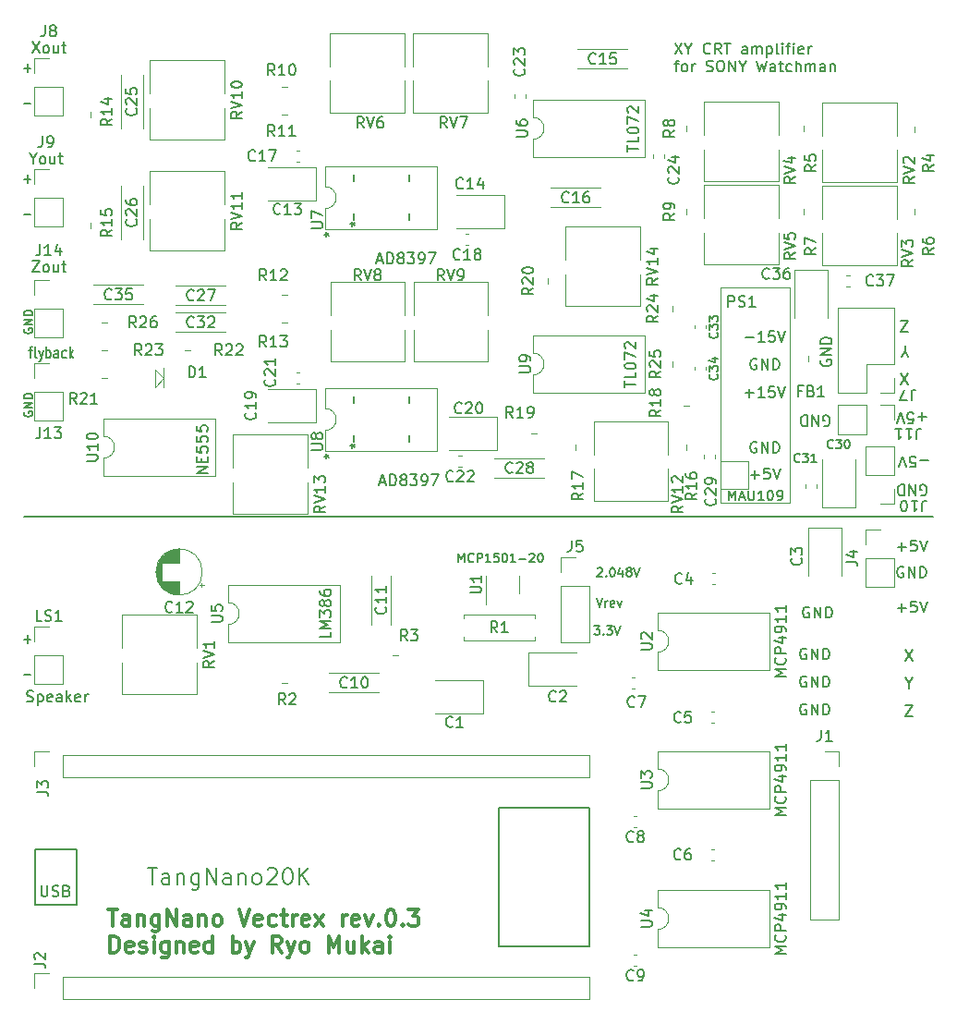
<source format=gbr>
%TF.GenerationSoftware,KiCad,Pcbnew,7.0.7*%
%TF.CreationDate,2023-11-02T14:39:43+09:00*%
%TF.ProjectId,tangnano20k-vectrex,74616e67-6e61-46e6-9f32-306b2d766563,rev?*%
%TF.SameCoordinates,Original*%
%TF.FileFunction,Legend,Top*%
%TF.FilePolarity,Positive*%
%FSLAX46Y46*%
G04 Gerber Fmt 4.6, Leading zero omitted, Abs format (unit mm)*
G04 Created by KiCad (PCBNEW 7.0.7) date 2023-11-02 14:39:43*
%MOMM*%
%LPD*%
G01*
G04 APERTURE LIST*
%ADD10C,0.150000*%
%ADD11C,0.300000*%
%ADD12C,0.120000*%
%ADD13C,0.100000*%
%ADD14C,0.152400*%
G04 APERTURE END LIST*
D10*
X1270000Y-76200000D02*
X5080000Y-76200000D01*
X5080000Y-81280000D01*
X1270000Y-81280000D01*
X1270000Y-76200000D01*
X43815000Y-72390000D02*
X52070000Y-72390000D01*
X52070000Y-85090000D01*
X43815000Y-85090000D01*
X43815000Y-72390000D01*
X83566000Y-45720000D02*
X254000Y-45720000D01*
X82451411Y-43754561D02*
X82546649Y-43802180D01*
X82546649Y-43802180D02*
X82689506Y-43802180D01*
X82689506Y-43802180D02*
X82832363Y-43754561D01*
X82832363Y-43754561D02*
X82927601Y-43659323D01*
X82927601Y-43659323D02*
X82975220Y-43564085D01*
X82975220Y-43564085D02*
X83022839Y-43373609D01*
X83022839Y-43373609D02*
X83022839Y-43230752D01*
X83022839Y-43230752D02*
X82975220Y-43040276D01*
X82975220Y-43040276D02*
X82927601Y-42945038D01*
X82927601Y-42945038D02*
X82832363Y-42849800D01*
X82832363Y-42849800D02*
X82689506Y-42802180D01*
X82689506Y-42802180D02*
X82594268Y-42802180D01*
X82594268Y-42802180D02*
X82451411Y-42849800D01*
X82451411Y-42849800D02*
X82403792Y-42897419D01*
X82403792Y-42897419D02*
X82403792Y-43230752D01*
X82403792Y-43230752D02*
X82594268Y-43230752D01*
X81975220Y-42802180D02*
X81975220Y-43802180D01*
X81975220Y-43802180D02*
X81403792Y-42802180D01*
X81403792Y-42802180D02*
X81403792Y-43802180D01*
X80927601Y-42802180D02*
X80927601Y-43802180D01*
X80927601Y-43802180D02*
X80689506Y-43802180D01*
X80689506Y-43802180D02*
X80546649Y-43754561D01*
X80546649Y-43754561D02*
X80451411Y-43659323D01*
X80451411Y-43659323D02*
X80403792Y-43564085D01*
X80403792Y-43564085D02*
X80356173Y-43373609D01*
X80356173Y-43373609D02*
X80356173Y-43230752D01*
X80356173Y-43230752D02*
X80403792Y-43040276D01*
X80403792Y-43040276D02*
X80451411Y-42945038D01*
X80451411Y-42945038D02*
X80546649Y-42849800D01*
X80546649Y-42849800D02*
X80689506Y-42802180D01*
X80689506Y-42802180D02*
X80927601Y-42802180D01*
X275390Y-28501792D02*
X237295Y-28577982D01*
X237295Y-28577982D02*
X237295Y-28692268D01*
X237295Y-28692268D02*
X275390Y-28806554D01*
X275390Y-28806554D02*
X351580Y-28882744D01*
X351580Y-28882744D02*
X427771Y-28920839D01*
X427771Y-28920839D02*
X580152Y-28958935D01*
X580152Y-28958935D02*
X694438Y-28958935D01*
X694438Y-28958935D02*
X846819Y-28920839D01*
X846819Y-28920839D02*
X923009Y-28882744D01*
X923009Y-28882744D02*
X999200Y-28806554D01*
X999200Y-28806554D02*
X1037295Y-28692268D01*
X1037295Y-28692268D02*
X1037295Y-28616077D01*
X1037295Y-28616077D02*
X999200Y-28501792D01*
X999200Y-28501792D02*
X961104Y-28463696D01*
X961104Y-28463696D02*
X694438Y-28463696D01*
X694438Y-28463696D02*
X694438Y-28616077D01*
X1037295Y-28120839D02*
X237295Y-28120839D01*
X237295Y-28120839D02*
X1037295Y-27663696D01*
X1037295Y-27663696D02*
X237295Y-27663696D01*
X1037295Y-27282744D02*
X237295Y-27282744D01*
X237295Y-27282744D02*
X237295Y-27092268D01*
X237295Y-27092268D02*
X275390Y-26977982D01*
X275390Y-26977982D02*
X351580Y-26901792D01*
X351580Y-26901792D02*
X427771Y-26863697D01*
X427771Y-26863697D02*
X580152Y-26825601D01*
X580152Y-26825601D02*
X694438Y-26825601D01*
X694438Y-26825601D02*
X846819Y-26863697D01*
X846819Y-26863697D02*
X923009Y-26901792D01*
X923009Y-26901792D02*
X999200Y-26977982D01*
X999200Y-26977982D02*
X1037295Y-27092268D01*
X1037295Y-27092268D02*
X1037295Y-27282744D01*
X52829064Y-50478485D02*
X52867160Y-50440390D01*
X52867160Y-50440390D02*
X52943350Y-50402295D01*
X52943350Y-50402295D02*
X53133826Y-50402295D01*
X53133826Y-50402295D02*
X53210017Y-50440390D01*
X53210017Y-50440390D02*
X53248112Y-50478485D01*
X53248112Y-50478485D02*
X53286207Y-50554676D01*
X53286207Y-50554676D02*
X53286207Y-50630866D01*
X53286207Y-50630866D02*
X53248112Y-50745152D01*
X53248112Y-50745152D02*
X52790969Y-51202295D01*
X52790969Y-51202295D02*
X53286207Y-51202295D01*
X53629065Y-51126104D02*
X53667160Y-51164200D01*
X53667160Y-51164200D02*
X53629065Y-51202295D01*
X53629065Y-51202295D02*
X53590969Y-51164200D01*
X53590969Y-51164200D02*
X53629065Y-51126104D01*
X53629065Y-51126104D02*
X53629065Y-51202295D01*
X54162398Y-50402295D02*
X54238588Y-50402295D01*
X54238588Y-50402295D02*
X54314779Y-50440390D01*
X54314779Y-50440390D02*
X54352874Y-50478485D01*
X54352874Y-50478485D02*
X54390969Y-50554676D01*
X54390969Y-50554676D02*
X54429064Y-50707057D01*
X54429064Y-50707057D02*
X54429064Y-50897533D01*
X54429064Y-50897533D02*
X54390969Y-51049914D01*
X54390969Y-51049914D02*
X54352874Y-51126104D01*
X54352874Y-51126104D02*
X54314779Y-51164200D01*
X54314779Y-51164200D02*
X54238588Y-51202295D01*
X54238588Y-51202295D02*
X54162398Y-51202295D01*
X54162398Y-51202295D02*
X54086207Y-51164200D01*
X54086207Y-51164200D02*
X54048112Y-51126104D01*
X54048112Y-51126104D02*
X54010017Y-51049914D01*
X54010017Y-51049914D02*
X53971921Y-50897533D01*
X53971921Y-50897533D02*
X53971921Y-50707057D01*
X53971921Y-50707057D02*
X54010017Y-50554676D01*
X54010017Y-50554676D02*
X54048112Y-50478485D01*
X54048112Y-50478485D02*
X54086207Y-50440390D01*
X54086207Y-50440390D02*
X54162398Y-50402295D01*
X55114779Y-50668961D02*
X55114779Y-51202295D01*
X54924303Y-50364200D02*
X54733826Y-50935628D01*
X54733826Y-50935628D02*
X55229065Y-50935628D01*
X55648112Y-50745152D02*
X55571922Y-50707057D01*
X55571922Y-50707057D02*
X55533827Y-50668961D01*
X55533827Y-50668961D02*
X55495731Y-50592771D01*
X55495731Y-50592771D02*
X55495731Y-50554676D01*
X55495731Y-50554676D02*
X55533827Y-50478485D01*
X55533827Y-50478485D02*
X55571922Y-50440390D01*
X55571922Y-50440390D02*
X55648112Y-50402295D01*
X55648112Y-50402295D02*
X55800493Y-50402295D01*
X55800493Y-50402295D02*
X55876684Y-50440390D01*
X55876684Y-50440390D02*
X55914779Y-50478485D01*
X55914779Y-50478485D02*
X55952874Y-50554676D01*
X55952874Y-50554676D02*
X55952874Y-50592771D01*
X55952874Y-50592771D02*
X55914779Y-50668961D01*
X55914779Y-50668961D02*
X55876684Y-50707057D01*
X55876684Y-50707057D02*
X55800493Y-50745152D01*
X55800493Y-50745152D02*
X55648112Y-50745152D01*
X55648112Y-50745152D02*
X55571922Y-50783247D01*
X55571922Y-50783247D02*
X55533827Y-50821342D01*
X55533827Y-50821342D02*
X55495731Y-50897533D01*
X55495731Y-50897533D02*
X55495731Y-51049914D01*
X55495731Y-51049914D02*
X55533827Y-51126104D01*
X55533827Y-51126104D02*
X55571922Y-51164200D01*
X55571922Y-51164200D02*
X55648112Y-51202295D01*
X55648112Y-51202295D02*
X55800493Y-51202295D01*
X55800493Y-51202295D02*
X55876684Y-51164200D01*
X55876684Y-51164200D02*
X55914779Y-51126104D01*
X55914779Y-51126104D02*
X55952874Y-51049914D01*
X55952874Y-51049914D02*
X55952874Y-50897533D01*
X55952874Y-50897533D02*
X55914779Y-50821342D01*
X55914779Y-50821342D02*
X55876684Y-50783247D01*
X55876684Y-50783247D02*
X55800493Y-50745152D01*
X56181446Y-50402295D02*
X56448113Y-51202295D01*
X56448113Y-51202295D02*
X56714779Y-50402295D01*
X59931541Y-2339819D02*
X60598207Y-3339819D01*
X60598207Y-2339819D02*
X59931541Y-3339819D01*
X61169636Y-2863628D02*
X61169636Y-3339819D01*
X60836303Y-2339819D02*
X61169636Y-2863628D01*
X61169636Y-2863628D02*
X61502969Y-2339819D01*
X63169636Y-3244580D02*
X63122017Y-3292200D01*
X63122017Y-3292200D02*
X62979160Y-3339819D01*
X62979160Y-3339819D02*
X62883922Y-3339819D01*
X62883922Y-3339819D02*
X62741065Y-3292200D01*
X62741065Y-3292200D02*
X62645827Y-3196961D01*
X62645827Y-3196961D02*
X62598208Y-3101723D01*
X62598208Y-3101723D02*
X62550589Y-2911247D01*
X62550589Y-2911247D02*
X62550589Y-2768390D01*
X62550589Y-2768390D02*
X62598208Y-2577914D01*
X62598208Y-2577914D02*
X62645827Y-2482676D01*
X62645827Y-2482676D02*
X62741065Y-2387438D01*
X62741065Y-2387438D02*
X62883922Y-2339819D01*
X62883922Y-2339819D02*
X62979160Y-2339819D01*
X62979160Y-2339819D02*
X63122017Y-2387438D01*
X63122017Y-2387438D02*
X63169636Y-2435057D01*
X64169636Y-3339819D02*
X63836303Y-2863628D01*
X63598208Y-3339819D02*
X63598208Y-2339819D01*
X63598208Y-2339819D02*
X63979160Y-2339819D01*
X63979160Y-2339819D02*
X64074398Y-2387438D01*
X64074398Y-2387438D02*
X64122017Y-2435057D01*
X64122017Y-2435057D02*
X64169636Y-2530295D01*
X64169636Y-2530295D02*
X64169636Y-2673152D01*
X64169636Y-2673152D02*
X64122017Y-2768390D01*
X64122017Y-2768390D02*
X64074398Y-2816009D01*
X64074398Y-2816009D02*
X63979160Y-2863628D01*
X63979160Y-2863628D02*
X63598208Y-2863628D01*
X64455351Y-2339819D02*
X65026779Y-2339819D01*
X64741065Y-3339819D02*
X64741065Y-2339819D01*
X66550589Y-3339819D02*
X66550589Y-2816009D01*
X66550589Y-2816009D02*
X66502970Y-2720771D01*
X66502970Y-2720771D02*
X66407732Y-2673152D01*
X66407732Y-2673152D02*
X66217256Y-2673152D01*
X66217256Y-2673152D02*
X66122018Y-2720771D01*
X66550589Y-3292200D02*
X66455351Y-3339819D01*
X66455351Y-3339819D02*
X66217256Y-3339819D01*
X66217256Y-3339819D02*
X66122018Y-3292200D01*
X66122018Y-3292200D02*
X66074399Y-3196961D01*
X66074399Y-3196961D02*
X66074399Y-3101723D01*
X66074399Y-3101723D02*
X66122018Y-3006485D01*
X66122018Y-3006485D02*
X66217256Y-2958866D01*
X66217256Y-2958866D02*
X66455351Y-2958866D01*
X66455351Y-2958866D02*
X66550589Y-2911247D01*
X67026780Y-3339819D02*
X67026780Y-2673152D01*
X67026780Y-2768390D02*
X67074399Y-2720771D01*
X67074399Y-2720771D02*
X67169637Y-2673152D01*
X67169637Y-2673152D02*
X67312494Y-2673152D01*
X67312494Y-2673152D02*
X67407732Y-2720771D01*
X67407732Y-2720771D02*
X67455351Y-2816009D01*
X67455351Y-2816009D02*
X67455351Y-3339819D01*
X67455351Y-2816009D02*
X67502970Y-2720771D01*
X67502970Y-2720771D02*
X67598208Y-2673152D01*
X67598208Y-2673152D02*
X67741065Y-2673152D01*
X67741065Y-2673152D02*
X67836304Y-2720771D01*
X67836304Y-2720771D02*
X67883923Y-2816009D01*
X67883923Y-2816009D02*
X67883923Y-3339819D01*
X68360113Y-2673152D02*
X68360113Y-3673152D01*
X68360113Y-2720771D02*
X68455351Y-2673152D01*
X68455351Y-2673152D02*
X68645827Y-2673152D01*
X68645827Y-2673152D02*
X68741065Y-2720771D01*
X68741065Y-2720771D02*
X68788684Y-2768390D01*
X68788684Y-2768390D02*
X68836303Y-2863628D01*
X68836303Y-2863628D02*
X68836303Y-3149342D01*
X68836303Y-3149342D02*
X68788684Y-3244580D01*
X68788684Y-3244580D02*
X68741065Y-3292200D01*
X68741065Y-3292200D02*
X68645827Y-3339819D01*
X68645827Y-3339819D02*
X68455351Y-3339819D01*
X68455351Y-3339819D02*
X68360113Y-3292200D01*
X69407732Y-3339819D02*
X69312494Y-3292200D01*
X69312494Y-3292200D02*
X69264875Y-3196961D01*
X69264875Y-3196961D02*
X69264875Y-2339819D01*
X69788685Y-3339819D02*
X69788685Y-2673152D01*
X69788685Y-2339819D02*
X69741066Y-2387438D01*
X69741066Y-2387438D02*
X69788685Y-2435057D01*
X69788685Y-2435057D02*
X69836304Y-2387438D01*
X69836304Y-2387438D02*
X69788685Y-2339819D01*
X69788685Y-2339819D02*
X69788685Y-2435057D01*
X70122018Y-2673152D02*
X70502970Y-2673152D01*
X70264875Y-3339819D02*
X70264875Y-2482676D01*
X70264875Y-2482676D02*
X70312494Y-2387438D01*
X70312494Y-2387438D02*
X70407732Y-2339819D01*
X70407732Y-2339819D02*
X70502970Y-2339819D01*
X70836304Y-3339819D02*
X70836304Y-2673152D01*
X70836304Y-2339819D02*
X70788685Y-2387438D01*
X70788685Y-2387438D02*
X70836304Y-2435057D01*
X70836304Y-2435057D02*
X70883923Y-2387438D01*
X70883923Y-2387438D02*
X70836304Y-2339819D01*
X70836304Y-2339819D02*
X70836304Y-2435057D01*
X71693446Y-3292200D02*
X71598208Y-3339819D01*
X71598208Y-3339819D02*
X71407732Y-3339819D01*
X71407732Y-3339819D02*
X71312494Y-3292200D01*
X71312494Y-3292200D02*
X71264875Y-3196961D01*
X71264875Y-3196961D02*
X71264875Y-2816009D01*
X71264875Y-2816009D02*
X71312494Y-2720771D01*
X71312494Y-2720771D02*
X71407732Y-2673152D01*
X71407732Y-2673152D02*
X71598208Y-2673152D01*
X71598208Y-2673152D02*
X71693446Y-2720771D01*
X71693446Y-2720771D02*
X71741065Y-2816009D01*
X71741065Y-2816009D02*
X71741065Y-2911247D01*
X71741065Y-2911247D02*
X71264875Y-3006485D01*
X72169637Y-3339819D02*
X72169637Y-2673152D01*
X72169637Y-2863628D02*
X72217256Y-2768390D01*
X72217256Y-2768390D02*
X72264875Y-2720771D01*
X72264875Y-2720771D02*
X72360113Y-2673152D01*
X72360113Y-2673152D02*
X72455351Y-2673152D01*
X59883922Y-4283152D02*
X60264874Y-4283152D01*
X60026779Y-4949819D02*
X60026779Y-4092676D01*
X60026779Y-4092676D02*
X60074398Y-3997438D01*
X60074398Y-3997438D02*
X60169636Y-3949819D01*
X60169636Y-3949819D02*
X60264874Y-3949819D01*
X60741065Y-4949819D02*
X60645827Y-4902200D01*
X60645827Y-4902200D02*
X60598208Y-4854580D01*
X60598208Y-4854580D02*
X60550589Y-4759342D01*
X60550589Y-4759342D02*
X60550589Y-4473628D01*
X60550589Y-4473628D02*
X60598208Y-4378390D01*
X60598208Y-4378390D02*
X60645827Y-4330771D01*
X60645827Y-4330771D02*
X60741065Y-4283152D01*
X60741065Y-4283152D02*
X60883922Y-4283152D01*
X60883922Y-4283152D02*
X60979160Y-4330771D01*
X60979160Y-4330771D02*
X61026779Y-4378390D01*
X61026779Y-4378390D02*
X61074398Y-4473628D01*
X61074398Y-4473628D02*
X61074398Y-4759342D01*
X61074398Y-4759342D02*
X61026779Y-4854580D01*
X61026779Y-4854580D02*
X60979160Y-4902200D01*
X60979160Y-4902200D02*
X60883922Y-4949819D01*
X60883922Y-4949819D02*
X60741065Y-4949819D01*
X61502970Y-4949819D02*
X61502970Y-4283152D01*
X61502970Y-4473628D02*
X61550589Y-4378390D01*
X61550589Y-4378390D02*
X61598208Y-4330771D01*
X61598208Y-4330771D02*
X61693446Y-4283152D01*
X61693446Y-4283152D02*
X61788684Y-4283152D01*
X62836304Y-4902200D02*
X62979161Y-4949819D01*
X62979161Y-4949819D02*
X63217256Y-4949819D01*
X63217256Y-4949819D02*
X63312494Y-4902200D01*
X63312494Y-4902200D02*
X63360113Y-4854580D01*
X63360113Y-4854580D02*
X63407732Y-4759342D01*
X63407732Y-4759342D02*
X63407732Y-4664104D01*
X63407732Y-4664104D02*
X63360113Y-4568866D01*
X63360113Y-4568866D02*
X63312494Y-4521247D01*
X63312494Y-4521247D02*
X63217256Y-4473628D01*
X63217256Y-4473628D02*
X63026780Y-4426009D01*
X63026780Y-4426009D02*
X62931542Y-4378390D01*
X62931542Y-4378390D02*
X62883923Y-4330771D01*
X62883923Y-4330771D02*
X62836304Y-4235533D01*
X62836304Y-4235533D02*
X62836304Y-4140295D01*
X62836304Y-4140295D02*
X62883923Y-4045057D01*
X62883923Y-4045057D02*
X62931542Y-3997438D01*
X62931542Y-3997438D02*
X63026780Y-3949819D01*
X63026780Y-3949819D02*
X63264875Y-3949819D01*
X63264875Y-3949819D02*
X63407732Y-3997438D01*
X64026780Y-3949819D02*
X64217256Y-3949819D01*
X64217256Y-3949819D02*
X64312494Y-3997438D01*
X64312494Y-3997438D02*
X64407732Y-4092676D01*
X64407732Y-4092676D02*
X64455351Y-4283152D01*
X64455351Y-4283152D02*
X64455351Y-4616485D01*
X64455351Y-4616485D02*
X64407732Y-4806961D01*
X64407732Y-4806961D02*
X64312494Y-4902200D01*
X64312494Y-4902200D02*
X64217256Y-4949819D01*
X64217256Y-4949819D02*
X64026780Y-4949819D01*
X64026780Y-4949819D02*
X63931542Y-4902200D01*
X63931542Y-4902200D02*
X63836304Y-4806961D01*
X63836304Y-4806961D02*
X63788685Y-4616485D01*
X63788685Y-4616485D02*
X63788685Y-4283152D01*
X63788685Y-4283152D02*
X63836304Y-4092676D01*
X63836304Y-4092676D02*
X63931542Y-3997438D01*
X63931542Y-3997438D02*
X64026780Y-3949819D01*
X64883923Y-4949819D02*
X64883923Y-3949819D01*
X64883923Y-3949819D02*
X65455351Y-4949819D01*
X65455351Y-4949819D02*
X65455351Y-3949819D01*
X66122018Y-4473628D02*
X66122018Y-4949819D01*
X65788685Y-3949819D02*
X66122018Y-4473628D01*
X66122018Y-4473628D02*
X66455351Y-3949819D01*
X67455352Y-3949819D02*
X67693447Y-4949819D01*
X67693447Y-4949819D02*
X67883923Y-4235533D01*
X67883923Y-4235533D02*
X68074399Y-4949819D01*
X68074399Y-4949819D02*
X68312495Y-3949819D01*
X69122018Y-4949819D02*
X69122018Y-4426009D01*
X69122018Y-4426009D02*
X69074399Y-4330771D01*
X69074399Y-4330771D02*
X68979161Y-4283152D01*
X68979161Y-4283152D02*
X68788685Y-4283152D01*
X68788685Y-4283152D02*
X68693447Y-4330771D01*
X69122018Y-4902200D02*
X69026780Y-4949819D01*
X69026780Y-4949819D02*
X68788685Y-4949819D01*
X68788685Y-4949819D02*
X68693447Y-4902200D01*
X68693447Y-4902200D02*
X68645828Y-4806961D01*
X68645828Y-4806961D02*
X68645828Y-4711723D01*
X68645828Y-4711723D02*
X68693447Y-4616485D01*
X68693447Y-4616485D02*
X68788685Y-4568866D01*
X68788685Y-4568866D02*
X69026780Y-4568866D01*
X69026780Y-4568866D02*
X69122018Y-4521247D01*
X69455352Y-4283152D02*
X69836304Y-4283152D01*
X69598209Y-3949819D02*
X69598209Y-4806961D01*
X69598209Y-4806961D02*
X69645828Y-4902200D01*
X69645828Y-4902200D02*
X69741066Y-4949819D01*
X69741066Y-4949819D02*
X69836304Y-4949819D01*
X70598209Y-4902200D02*
X70502971Y-4949819D01*
X70502971Y-4949819D02*
X70312495Y-4949819D01*
X70312495Y-4949819D02*
X70217257Y-4902200D01*
X70217257Y-4902200D02*
X70169638Y-4854580D01*
X70169638Y-4854580D02*
X70122019Y-4759342D01*
X70122019Y-4759342D02*
X70122019Y-4473628D01*
X70122019Y-4473628D02*
X70169638Y-4378390D01*
X70169638Y-4378390D02*
X70217257Y-4330771D01*
X70217257Y-4330771D02*
X70312495Y-4283152D01*
X70312495Y-4283152D02*
X70502971Y-4283152D01*
X70502971Y-4283152D02*
X70598209Y-4330771D01*
X71026781Y-4949819D02*
X71026781Y-3949819D01*
X71455352Y-4949819D02*
X71455352Y-4426009D01*
X71455352Y-4426009D02*
X71407733Y-4330771D01*
X71407733Y-4330771D02*
X71312495Y-4283152D01*
X71312495Y-4283152D02*
X71169638Y-4283152D01*
X71169638Y-4283152D02*
X71074400Y-4330771D01*
X71074400Y-4330771D02*
X71026781Y-4378390D01*
X71931543Y-4949819D02*
X71931543Y-4283152D01*
X71931543Y-4378390D02*
X71979162Y-4330771D01*
X71979162Y-4330771D02*
X72074400Y-4283152D01*
X72074400Y-4283152D02*
X72217257Y-4283152D01*
X72217257Y-4283152D02*
X72312495Y-4330771D01*
X72312495Y-4330771D02*
X72360114Y-4426009D01*
X72360114Y-4426009D02*
X72360114Y-4949819D01*
X72360114Y-4426009D02*
X72407733Y-4330771D01*
X72407733Y-4330771D02*
X72502971Y-4283152D01*
X72502971Y-4283152D02*
X72645828Y-4283152D01*
X72645828Y-4283152D02*
X72741067Y-4330771D01*
X72741067Y-4330771D02*
X72788686Y-4426009D01*
X72788686Y-4426009D02*
X72788686Y-4949819D01*
X73693447Y-4949819D02*
X73693447Y-4426009D01*
X73693447Y-4426009D02*
X73645828Y-4330771D01*
X73645828Y-4330771D02*
X73550590Y-4283152D01*
X73550590Y-4283152D02*
X73360114Y-4283152D01*
X73360114Y-4283152D02*
X73264876Y-4330771D01*
X73693447Y-4902200D02*
X73598209Y-4949819D01*
X73598209Y-4949819D02*
X73360114Y-4949819D01*
X73360114Y-4949819D02*
X73264876Y-4902200D01*
X73264876Y-4902200D02*
X73217257Y-4806961D01*
X73217257Y-4806961D02*
X73217257Y-4711723D01*
X73217257Y-4711723D02*
X73264876Y-4616485D01*
X73264876Y-4616485D02*
X73360114Y-4568866D01*
X73360114Y-4568866D02*
X73598209Y-4568866D01*
X73598209Y-4568866D02*
X73693447Y-4521247D01*
X74169638Y-4283152D02*
X74169638Y-4949819D01*
X74169638Y-4378390D02*
X74217257Y-4330771D01*
X74217257Y-4330771D02*
X74312495Y-4283152D01*
X74312495Y-4283152D02*
X74455352Y-4283152D01*
X74455352Y-4283152D02*
X74550590Y-4330771D01*
X74550590Y-4330771D02*
X74598209Y-4426009D01*
X74598209Y-4426009D02*
X74598209Y-4949819D01*
X82975220Y-36579133D02*
X82213316Y-36579133D01*
X82594268Y-36198180D02*
X82594268Y-36960085D01*
X81260935Y-37198180D02*
X81737125Y-37198180D01*
X81737125Y-37198180D02*
X81784744Y-36721990D01*
X81784744Y-36721990D02*
X81737125Y-36769609D01*
X81737125Y-36769609D02*
X81641887Y-36817228D01*
X81641887Y-36817228D02*
X81403792Y-36817228D01*
X81403792Y-36817228D02*
X81308554Y-36769609D01*
X81308554Y-36769609D02*
X81260935Y-36721990D01*
X81260935Y-36721990D02*
X81213316Y-36626752D01*
X81213316Y-36626752D02*
X81213316Y-36388657D01*
X81213316Y-36388657D02*
X81260935Y-36293419D01*
X81260935Y-36293419D02*
X81308554Y-36245800D01*
X81308554Y-36245800D02*
X81403792Y-36198180D01*
X81403792Y-36198180D02*
X81641887Y-36198180D01*
X81641887Y-36198180D02*
X81737125Y-36245800D01*
X81737125Y-36245800D02*
X81784744Y-36293419D01*
X80927601Y-37198180D02*
X80594268Y-36198180D01*
X80594268Y-36198180D02*
X80260935Y-37198180D01*
X52752874Y-53196295D02*
X53019541Y-53996295D01*
X53019541Y-53996295D02*
X53286207Y-53196295D01*
X53552874Y-53996295D02*
X53552874Y-53462961D01*
X53552874Y-53615342D02*
X53590969Y-53539152D01*
X53590969Y-53539152D02*
X53629064Y-53501057D01*
X53629064Y-53501057D02*
X53705255Y-53462961D01*
X53705255Y-53462961D02*
X53781445Y-53462961D01*
X54352874Y-53958200D02*
X54276683Y-53996295D01*
X54276683Y-53996295D02*
X54124302Y-53996295D01*
X54124302Y-53996295D02*
X54048112Y-53958200D01*
X54048112Y-53958200D02*
X54010016Y-53882009D01*
X54010016Y-53882009D02*
X54010016Y-53577247D01*
X54010016Y-53577247D02*
X54048112Y-53501057D01*
X54048112Y-53501057D02*
X54124302Y-53462961D01*
X54124302Y-53462961D02*
X54276683Y-53462961D01*
X54276683Y-53462961D02*
X54352874Y-53501057D01*
X54352874Y-53501057D02*
X54390969Y-53577247D01*
X54390969Y-53577247D02*
X54390969Y-53653438D01*
X54390969Y-53653438D02*
X54010016Y-53729628D01*
X54657635Y-53462961D02*
X54848111Y-53996295D01*
X54848111Y-53996295D02*
X55038588Y-53462961D01*
X71980588Y-62925438D02*
X71885350Y-62877819D01*
X71885350Y-62877819D02*
X71742493Y-62877819D01*
X71742493Y-62877819D02*
X71599636Y-62925438D01*
X71599636Y-62925438D02*
X71504398Y-63020676D01*
X71504398Y-63020676D02*
X71456779Y-63115914D01*
X71456779Y-63115914D02*
X71409160Y-63306390D01*
X71409160Y-63306390D02*
X71409160Y-63449247D01*
X71409160Y-63449247D02*
X71456779Y-63639723D01*
X71456779Y-63639723D02*
X71504398Y-63734961D01*
X71504398Y-63734961D02*
X71599636Y-63830200D01*
X71599636Y-63830200D02*
X71742493Y-63877819D01*
X71742493Y-63877819D02*
X71837731Y-63877819D01*
X71837731Y-63877819D02*
X71980588Y-63830200D01*
X71980588Y-63830200D02*
X72028207Y-63782580D01*
X72028207Y-63782580D02*
X72028207Y-63449247D01*
X72028207Y-63449247D02*
X71837731Y-63449247D01*
X72456779Y-63877819D02*
X72456779Y-62877819D01*
X72456779Y-62877819D02*
X73028207Y-63877819D01*
X73028207Y-63877819D02*
X73028207Y-62877819D01*
X73504398Y-63877819D02*
X73504398Y-62877819D01*
X73504398Y-62877819D02*
X73742493Y-62877819D01*
X73742493Y-62877819D02*
X73885350Y-62925438D01*
X73885350Y-62925438D02*
X73980588Y-63020676D01*
X73980588Y-63020676D02*
X74028207Y-63115914D01*
X74028207Y-63115914D02*
X74075826Y-63306390D01*
X74075826Y-63306390D02*
X74075826Y-63449247D01*
X74075826Y-63449247D02*
X74028207Y-63639723D01*
X74028207Y-63639723D02*
X73980588Y-63734961D01*
X73980588Y-63734961D02*
X73885350Y-63830200D01*
X73885350Y-63830200D02*
X73742493Y-63877819D01*
X73742493Y-63877819D02*
X73504398Y-63877819D01*
X81366873Y-60988628D02*
X81366873Y-61464819D01*
X81033540Y-60464819D02*
X81366873Y-60988628D01*
X81366873Y-60988628D02*
X81700206Y-60464819D01*
X67408588Y-38922438D02*
X67313350Y-38874819D01*
X67313350Y-38874819D02*
X67170493Y-38874819D01*
X67170493Y-38874819D02*
X67027636Y-38922438D01*
X67027636Y-38922438D02*
X66932398Y-39017676D01*
X66932398Y-39017676D02*
X66884779Y-39112914D01*
X66884779Y-39112914D02*
X66837160Y-39303390D01*
X66837160Y-39303390D02*
X66837160Y-39446247D01*
X66837160Y-39446247D02*
X66884779Y-39636723D01*
X66884779Y-39636723D02*
X66932398Y-39731961D01*
X66932398Y-39731961D02*
X67027636Y-39827200D01*
X67027636Y-39827200D02*
X67170493Y-39874819D01*
X67170493Y-39874819D02*
X67265731Y-39874819D01*
X67265731Y-39874819D02*
X67408588Y-39827200D01*
X67408588Y-39827200D02*
X67456207Y-39779580D01*
X67456207Y-39779580D02*
X67456207Y-39446247D01*
X67456207Y-39446247D02*
X67265731Y-39446247D01*
X67884779Y-39874819D02*
X67884779Y-38874819D01*
X67884779Y-38874819D02*
X68456207Y-39874819D01*
X68456207Y-39874819D02*
X68456207Y-38874819D01*
X68932398Y-39874819D02*
X68932398Y-38874819D01*
X68932398Y-38874819D02*
X69170493Y-38874819D01*
X69170493Y-38874819D02*
X69313350Y-38922438D01*
X69313350Y-38922438D02*
X69408588Y-39017676D01*
X69408588Y-39017676D02*
X69456207Y-39112914D01*
X69456207Y-39112914D02*
X69503826Y-39303390D01*
X69503826Y-39303390D02*
X69503826Y-39446247D01*
X69503826Y-39446247D02*
X69456207Y-39636723D01*
X69456207Y-39636723D02*
X69408588Y-39731961D01*
X69408588Y-39731961D02*
X69313350Y-39827200D01*
X69313350Y-39827200D02*
X69170493Y-39874819D01*
X69170493Y-39874819D02*
X68932398Y-39874819D01*
X80870588Y-50352438D02*
X80775350Y-50304819D01*
X80775350Y-50304819D02*
X80632493Y-50304819D01*
X80632493Y-50304819D02*
X80489636Y-50352438D01*
X80489636Y-50352438D02*
X80394398Y-50447676D01*
X80394398Y-50447676D02*
X80346779Y-50542914D01*
X80346779Y-50542914D02*
X80299160Y-50733390D01*
X80299160Y-50733390D02*
X80299160Y-50876247D01*
X80299160Y-50876247D02*
X80346779Y-51066723D01*
X80346779Y-51066723D02*
X80394398Y-51161961D01*
X80394398Y-51161961D02*
X80489636Y-51257200D01*
X80489636Y-51257200D02*
X80632493Y-51304819D01*
X80632493Y-51304819D02*
X80727731Y-51304819D01*
X80727731Y-51304819D02*
X80870588Y-51257200D01*
X80870588Y-51257200D02*
X80918207Y-51209580D01*
X80918207Y-51209580D02*
X80918207Y-50876247D01*
X80918207Y-50876247D02*
X80727731Y-50876247D01*
X81346779Y-51304819D02*
X81346779Y-50304819D01*
X81346779Y-50304819D02*
X81918207Y-51304819D01*
X81918207Y-51304819D02*
X81918207Y-50304819D01*
X82394398Y-51304819D02*
X82394398Y-50304819D01*
X82394398Y-50304819D02*
X82632493Y-50304819D01*
X82632493Y-50304819D02*
X82775350Y-50352438D01*
X82775350Y-50352438D02*
X82870588Y-50447676D01*
X82870588Y-50447676D02*
X82918207Y-50542914D01*
X82918207Y-50542914D02*
X82965826Y-50733390D01*
X82965826Y-50733390D02*
X82965826Y-50876247D01*
X82965826Y-50876247D02*
X82918207Y-51066723D01*
X82918207Y-51066723D02*
X82870588Y-51161961D01*
X82870588Y-51161961D02*
X82775350Y-51257200D01*
X82775350Y-51257200D02*
X82632493Y-51304819D01*
X82632493Y-51304819D02*
X82394398Y-51304819D01*
X81081159Y-57924819D02*
X81747825Y-58924819D01*
X81747825Y-57924819D02*
X81081159Y-58924819D01*
X71980588Y-57845438D02*
X71885350Y-57797819D01*
X71885350Y-57797819D02*
X71742493Y-57797819D01*
X71742493Y-57797819D02*
X71599636Y-57845438D01*
X71599636Y-57845438D02*
X71504398Y-57940676D01*
X71504398Y-57940676D02*
X71456779Y-58035914D01*
X71456779Y-58035914D02*
X71409160Y-58226390D01*
X71409160Y-58226390D02*
X71409160Y-58369247D01*
X71409160Y-58369247D02*
X71456779Y-58559723D01*
X71456779Y-58559723D02*
X71504398Y-58654961D01*
X71504398Y-58654961D02*
X71599636Y-58750200D01*
X71599636Y-58750200D02*
X71742493Y-58797819D01*
X71742493Y-58797819D02*
X71837731Y-58797819D01*
X71837731Y-58797819D02*
X71980588Y-58750200D01*
X71980588Y-58750200D02*
X72028207Y-58702580D01*
X72028207Y-58702580D02*
X72028207Y-58369247D01*
X72028207Y-58369247D02*
X71837731Y-58369247D01*
X72456779Y-58797819D02*
X72456779Y-57797819D01*
X72456779Y-57797819D02*
X73028207Y-58797819D01*
X73028207Y-58797819D02*
X73028207Y-57797819D01*
X73504398Y-58797819D02*
X73504398Y-57797819D01*
X73504398Y-57797819D02*
X73742493Y-57797819D01*
X73742493Y-57797819D02*
X73885350Y-57845438D01*
X73885350Y-57845438D02*
X73980588Y-57940676D01*
X73980588Y-57940676D02*
X74028207Y-58035914D01*
X74028207Y-58035914D02*
X74075826Y-58226390D01*
X74075826Y-58226390D02*
X74075826Y-58369247D01*
X74075826Y-58369247D02*
X74028207Y-58559723D01*
X74028207Y-58559723D02*
X73980588Y-58654961D01*
X73980588Y-58654961D02*
X73885350Y-58750200D01*
X73885350Y-58750200D02*
X73742493Y-58797819D01*
X73742493Y-58797819D02*
X73504398Y-58797819D01*
X67408588Y-31302438D02*
X67313350Y-31254819D01*
X67313350Y-31254819D02*
X67170493Y-31254819D01*
X67170493Y-31254819D02*
X67027636Y-31302438D01*
X67027636Y-31302438D02*
X66932398Y-31397676D01*
X66932398Y-31397676D02*
X66884779Y-31492914D01*
X66884779Y-31492914D02*
X66837160Y-31683390D01*
X66837160Y-31683390D02*
X66837160Y-31826247D01*
X66837160Y-31826247D02*
X66884779Y-32016723D01*
X66884779Y-32016723D02*
X66932398Y-32111961D01*
X66932398Y-32111961D02*
X67027636Y-32207200D01*
X67027636Y-32207200D02*
X67170493Y-32254819D01*
X67170493Y-32254819D02*
X67265731Y-32254819D01*
X67265731Y-32254819D02*
X67408588Y-32207200D01*
X67408588Y-32207200D02*
X67456207Y-32159580D01*
X67456207Y-32159580D02*
X67456207Y-31826247D01*
X67456207Y-31826247D02*
X67265731Y-31826247D01*
X67884779Y-32254819D02*
X67884779Y-31254819D01*
X67884779Y-31254819D02*
X68456207Y-32254819D01*
X68456207Y-32254819D02*
X68456207Y-31254819D01*
X68932398Y-32254819D02*
X68932398Y-31254819D01*
X68932398Y-31254819D02*
X69170493Y-31254819D01*
X69170493Y-31254819D02*
X69313350Y-31302438D01*
X69313350Y-31302438D02*
X69408588Y-31397676D01*
X69408588Y-31397676D02*
X69456207Y-31492914D01*
X69456207Y-31492914D02*
X69503826Y-31683390D01*
X69503826Y-31683390D02*
X69503826Y-31826247D01*
X69503826Y-31826247D02*
X69456207Y-32016723D01*
X69456207Y-32016723D02*
X69408588Y-32111961D01*
X69408588Y-32111961D02*
X69313350Y-32207200D01*
X69313350Y-32207200D02*
X69170493Y-32254819D01*
X69170493Y-32254819D02*
X68932398Y-32254819D01*
X71980588Y-60385438D02*
X71885350Y-60337819D01*
X71885350Y-60337819D02*
X71742493Y-60337819D01*
X71742493Y-60337819D02*
X71599636Y-60385438D01*
X71599636Y-60385438D02*
X71504398Y-60480676D01*
X71504398Y-60480676D02*
X71456779Y-60575914D01*
X71456779Y-60575914D02*
X71409160Y-60766390D01*
X71409160Y-60766390D02*
X71409160Y-60909247D01*
X71409160Y-60909247D02*
X71456779Y-61099723D01*
X71456779Y-61099723D02*
X71504398Y-61194961D01*
X71504398Y-61194961D02*
X71599636Y-61290200D01*
X71599636Y-61290200D02*
X71742493Y-61337819D01*
X71742493Y-61337819D02*
X71837731Y-61337819D01*
X71837731Y-61337819D02*
X71980588Y-61290200D01*
X71980588Y-61290200D02*
X72028207Y-61242580D01*
X72028207Y-61242580D02*
X72028207Y-60909247D01*
X72028207Y-60909247D02*
X71837731Y-60909247D01*
X72456779Y-61337819D02*
X72456779Y-60337819D01*
X72456779Y-60337819D02*
X73028207Y-61337819D01*
X73028207Y-61337819D02*
X73028207Y-60337819D01*
X73504398Y-61337819D02*
X73504398Y-60337819D01*
X73504398Y-60337819D02*
X73742493Y-60337819D01*
X73742493Y-60337819D02*
X73885350Y-60385438D01*
X73885350Y-60385438D02*
X73980588Y-60480676D01*
X73980588Y-60480676D02*
X74028207Y-60575914D01*
X74028207Y-60575914D02*
X74075826Y-60766390D01*
X74075826Y-60766390D02*
X74075826Y-60909247D01*
X74075826Y-60909247D02*
X74028207Y-61099723D01*
X74028207Y-61099723D02*
X73980588Y-61194961D01*
X73980588Y-61194961D02*
X73885350Y-61290200D01*
X73885350Y-61290200D02*
X73742493Y-61337819D01*
X73742493Y-61337819D02*
X73504398Y-61337819D01*
X73561411Y-37404561D02*
X73656649Y-37452180D01*
X73656649Y-37452180D02*
X73799506Y-37452180D01*
X73799506Y-37452180D02*
X73942363Y-37404561D01*
X73942363Y-37404561D02*
X74037601Y-37309323D01*
X74037601Y-37309323D02*
X74085220Y-37214085D01*
X74085220Y-37214085D02*
X74132839Y-37023609D01*
X74132839Y-37023609D02*
X74132839Y-36880752D01*
X74132839Y-36880752D02*
X74085220Y-36690276D01*
X74085220Y-36690276D02*
X74037601Y-36595038D01*
X74037601Y-36595038D02*
X73942363Y-36499800D01*
X73942363Y-36499800D02*
X73799506Y-36452180D01*
X73799506Y-36452180D02*
X73704268Y-36452180D01*
X73704268Y-36452180D02*
X73561411Y-36499800D01*
X73561411Y-36499800D02*
X73513792Y-36547419D01*
X73513792Y-36547419D02*
X73513792Y-36880752D01*
X73513792Y-36880752D02*
X73704268Y-36880752D01*
X73085220Y-36452180D02*
X73085220Y-37452180D01*
X73085220Y-37452180D02*
X72513792Y-36452180D01*
X72513792Y-36452180D02*
X72513792Y-37452180D01*
X72037601Y-36452180D02*
X72037601Y-37452180D01*
X72037601Y-37452180D02*
X71799506Y-37452180D01*
X71799506Y-37452180D02*
X71656649Y-37404561D01*
X71656649Y-37404561D02*
X71561411Y-37309323D01*
X71561411Y-37309323D02*
X71513792Y-37214085D01*
X71513792Y-37214085D02*
X71466173Y-37023609D01*
X71466173Y-37023609D02*
X71466173Y-36880752D01*
X71466173Y-36880752D02*
X71513792Y-36690276D01*
X71513792Y-36690276D02*
X71561411Y-36595038D01*
X71561411Y-36595038D02*
X71656649Y-36499800D01*
X71656649Y-36499800D02*
X71799506Y-36452180D01*
X71799506Y-36452180D02*
X72037601Y-36452180D01*
X73339438Y-31397411D02*
X73291819Y-31492649D01*
X73291819Y-31492649D02*
X73291819Y-31635506D01*
X73291819Y-31635506D02*
X73339438Y-31778363D01*
X73339438Y-31778363D02*
X73434676Y-31873601D01*
X73434676Y-31873601D02*
X73529914Y-31921220D01*
X73529914Y-31921220D02*
X73720390Y-31968839D01*
X73720390Y-31968839D02*
X73863247Y-31968839D01*
X73863247Y-31968839D02*
X74053723Y-31921220D01*
X74053723Y-31921220D02*
X74148961Y-31873601D01*
X74148961Y-31873601D02*
X74244200Y-31778363D01*
X74244200Y-31778363D02*
X74291819Y-31635506D01*
X74291819Y-31635506D02*
X74291819Y-31540268D01*
X74291819Y-31540268D02*
X74244200Y-31397411D01*
X74244200Y-31397411D02*
X74196580Y-31349792D01*
X74196580Y-31349792D02*
X73863247Y-31349792D01*
X73863247Y-31349792D02*
X73863247Y-31540268D01*
X74291819Y-30921220D02*
X73291819Y-30921220D01*
X73291819Y-30921220D02*
X74291819Y-30349792D01*
X74291819Y-30349792D02*
X73291819Y-30349792D01*
X74291819Y-29873601D02*
X73291819Y-29873601D01*
X73291819Y-29873601D02*
X73291819Y-29635506D01*
X73291819Y-29635506D02*
X73339438Y-29492649D01*
X73339438Y-29492649D02*
X73434676Y-29397411D01*
X73434676Y-29397411D02*
X73529914Y-29349792D01*
X73529914Y-29349792D02*
X73720390Y-29302173D01*
X73720390Y-29302173D02*
X73863247Y-29302173D01*
X73863247Y-29302173D02*
X74053723Y-29349792D01*
X74053723Y-29349792D02*
X74148961Y-29397411D01*
X74148961Y-29397411D02*
X74244200Y-29492649D01*
X74244200Y-29492649D02*
X74291819Y-29635506D01*
X74291819Y-29635506D02*
X74291819Y-29873601D01*
X81081159Y-63004819D02*
X81747825Y-63004819D01*
X81747825Y-63004819D02*
X81081159Y-64004819D01*
X81081159Y-64004819D02*
X81747825Y-64004819D01*
X66884779Y-41906866D02*
X67646684Y-41906866D01*
X67265731Y-42287819D02*
X67265731Y-41525914D01*
X68599064Y-41287819D02*
X68122874Y-41287819D01*
X68122874Y-41287819D02*
X68075255Y-41764009D01*
X68075255Y-41764009D02*
X68122874Y-41716390D01*
X68122874Y-41716390D02*
X68218112Y-41668771D01*
X68218112Y-41668771D02*
X68456207Y-41668771D01*
X68456207Y-41668771D02*
X68551445Y-41716390D01*
X68551445Y-41716390D02*
X68599064Y-41764009D01*
X68599064Y-41764009D02*
X68646683Y-41859247D01*
X68646683Y-41859247D02*
X68646683Y-42097342D01*
X68646683Y-42097342D02*
X68599064Y-42192580D01*
X68599064Y-42192580D02*
X68551445Y-42240200D01*
X68551445Y-42240200D02*
X68456207Y-42287819D01*
X68456207Y-42287819D02*
X68218112Y-42287819D01*
X68218112Y-42287819D02*
X68122874Y-42240200D01*
X68122874Y-42240200D02*
X68075255Y-42192580D01*
X68932398Y-41287819D02*
X69265731Y-42287819D01*
X69265731Y-42287819D02*
X69599064Y-41287819D01*
X289160Y-4650866D02*
X898684Y-4650866D01*
X593922Y-5031819D02*
X593922Y-4269914D01*
X289160Y-7870866D02*
X898684Y-7870866D01*
X81292458Y-33642180D02*
X80625792Y-32642180D01*
X80625792Y-33642180D02*
X81292458Y-32642180D01*
X52536969Y-55736295D02*
X53032207Y-55736295D01*
X53032207Y-55736295D02*
X52765541Y-56041057D01*
X52765541Y-56041057D02*
X52879826Y-56041057D01*
X52879826Y-56041057D02*
X52956017Y-56079152D01*
X52956017Y-56079152D02*
X52994112Y-56117247D01*
X52994112Y-56117247D02*
X53032207Y-56193438D01*
X53032207Y-56193438D02*
X53032207Y-56383914D01*
X53032207Y-56383914D02*
X52994112Y-56460104D01*
X52994112Y-56460104D02*
X52956017Y-56498200D01*
X52956017Y-56498200D02*
X52879826Y-56536295D01*
X52879826Y-56536295D02*
X52651255Y-56536295D01*
X52651255Y-56536295D02*
X52575064Y-56498200D01*
X52575064Y-56498200D02*
X52536969Y-56460104D01*
X53375065Y-56460104D02*
X53413160Y-56498200D01*
X53413160Y-56498200D02*
X53375065Y-56536295D01*
X53375065Y-56536295D02*
X53336969Y-56498200D01*
X53336969Y-56498200D02*
X53375065Y-56460104D01*
X53375065Y-56460104D02*
X53375065Y-56536295D01*
X53679826Y-55736295D02*
X54175064Y-55736295D01*
X54175064Y-55736295D02*
X53908398Y-56041057D01*
X53908398Y-56041057D02*
X54022683Y-56041057D01*
X54022683Y-56041057D02*
X54098874Y-56079152D01*
X54098874Y-56079152D02*
X54136969Y-56117247D01*
X54136969Y-56117247D02*
X54175064Y-56193438D01*
X54175064Y-56193438D02*
X54175064Y-56383914D01*
X54175064Y-56383914D02*
X54136969Y-56460104D01*
X54136969Y-56460104D02*
X54098874Y-56498200D01*
X54098874Y-56498200D02*
X54022683Y-56536295D01*
X54022683Y-56536295D02*
X53794112Y-56536295D01*
X53794112Y-56536295D02*
X53717921Y-56498200D01*
X53717921Y-56498200D02*
X53679826Y-56460104D01*
X54403636Y-55736295D02*
X54670303Y-56536295D01*
X54670303Y-56536295D02*
X54936969Y-55736295D01*
X289160Y-14810866D02*
X898684Y-14810866D01*
X593922Y-15191819D02*
X593922Y-14429914D01*
X289160Y-18030866D02*
X898684Y-18030866D01*
X275390Y-36121792D02*
X237295Y-36197982D01*
X237295Y-36197982D02*
X237295Y-36312268D01*
X237295Y-36312268D02*
X275390Y-36426554D01*
X275390Y-36426554D02*
X351580Y-36502744D01*
X351580Y-36502744D02*
X427771Y-36540839D01*
X427771Y-36540839D02*
X580152Y-36578935D01*
X580152Y-36578935D02*
X694438Y-36578935D01*
X694438Y-36578935D02*
X846819Y-36540839D01*
X846819Y-36540839D02*
X923009Y-36502744D01*
X923009Y-36502744D02*
X999200Y-36426554D01*
X999200Y-36426554D02*
X1037295Y-36312268D01*
X1037295Y-36312268D02*
X1037295Y-36236077D01*
X1037295Y-36236077D02*
X999200Y-36121792D01*
X999200Y-36121792D02*
X961104Y-36083696D01*
X961104Y-36083696D02*
X694438Y-36083696D01*
X694438Y-36083696D02*
X694438Y-36236077D01*
X1037295Y-35740839D02*
X237295Y-35740839D01*
X237295Y-35740839D02*
X1037295Y-35283696D01*
X1037295Y-35283696D02*
X237295Y-35283696D01*
X1037295Y-34902744D02*
X237295Y-34902744D01*
X237295Y-34902744D02*
X237295Y-34712268D01*
X237295Y-34712268D02*
X275390Y-34597982D01*
X275390Y-34597982D02*
X351580Y-34521792D01*
X351580Y-34521792D02*
X427771Y-34483697D01*
X427771Y-34483697D02*
X580152Y-34445601D01*
X580152Y-34445601D02*
X694438Y-34445601D01*
X694438Y-34445601D02*
X846819Y-34483697D01*
X846819Y-34483697D02*
X923009Y-34521792D01*
X923009Y-34521792D02*
X999200Y-34597982D01*
X999200Y-34597982D02*
X1037295Y-34712268D01*
X1037295Y-34712268D02*
X1037295Y-34902744D01*
D11*
X7960225Y-81737828D02*
X8817368Y-81737828D01*
X8388796Y-83237828D02*
X8388796Y-81737828D01*
X9960225Y-83237828D02*
X9960225Y-82452114D01*
X9960225Y-82452114D02*
X9888796Y-82309257D01*
X9888796Y-82309257D02*
X9745939Y-82237828D01*
X9745939Y-82237828D02*
X9460225Y-82237828D01*
X9460225Y-82237828D02*
X9317367Y-82309257D01*
X9960225Y-83166400D02*
X9817367Y-83237828D01*
X9817367Y-83237828D02*
X9460225Y-83237828D01*
X9460225Y-83237828D02*
X9317367Y-83166400D01*
X9317367Y-83166400D02*
X9245939Y-83023542D01*
X9245939Y-83023542D02*
X9245939Y-82880685D01*
X9245939Y-82880685D02*
X9317367Y-82737828D01*
X9317367Y-82737828D02*
X9460225Y-82666400D01*
X9460225Y-82666400D02*
X9817367Y-82666400D01*
X9817367Y-82666400D02*
X9960225Y-82594971D01*
X10674510Y-82237828D02*
X10674510Y-83237828D01*
X10674510Y-82380685D02*
X10745939Y-82309257D01*
X10745939Y-82309257D02*
X10888796Y-82237828D01*
X10888796Y-82237828D02*
X11103082Y-82237828D01*
X11103082Y-82237828D02*
X11245939Y-82309257D01*
X11245939Y-82309257D02*
X11317368Y-82452114D01*
X11317368Y-82452114D02*
X11317368Y-83237828D01*
X12674511Y-82237828D02*
X12674511Y-83452114D01*
X12674511Y-83452114D02*
X12603082Y-83594971D01*
X12603082Y-83594971D02*
X12531653Y-83666400D01*
X12531653Y-83666400D02*
X12388796Y-83737828D01*
X12388796Y-83737828D02*
X12174511Y-83737828D01*
X12174511Y-83737828D02*
X12031653Y-83666400D01*
X12674511Y-83166400D02*
X12531653Y-83237828D01*
X12531653Y-83237828D02*
X12245939Y-83237828D01*
X12245939Y-83237828D02*
X12103082Y-83166400D01*
X12103082Y-83166400D02*
X12031653Y-83094971D01*
X12031653Y-83094971D02*
X11960225Y-82952114D01*
X11960225Y-82952114D02*
X11960225Y-82523542D01*
X11960225Y-82523542D02*
X12031653Y-82380685D01*
X12031653Y-82380685D02*
X12103082Y-82309257D01*
X12103082Y-82309257D02*
X12245939Y-82237828D01*
X12245939Y-82237828D02*
X12531653Y-82237828D01*
X12531653Y-82237828D02*
X12674511Y-82309257D01*
X13388796Y-83237828D02*
X13388796Y-81737828D01*
X13388796Y-81737828D02*
X14245939Y-83237828D01*
X14245939Y-83237828D02*
X14245939Y-81737828D01*
X15603083Y-83237828D02*
X15603083Y-82452114D01*
X15603083Y-82452114D02*
X15531654Y-82309257D01*
X15531654Y-82309257D02*
X15388797Y-82237828D01*
X15388797Y-82237828D02*
X15103083Y-82237828D01*
X15103083Y-82237828D02*
X14960225Y-82309257D01*
X15603083Y-83166400D02*
X15460225Y-83237828D01*
X15460225Y-83237828D02*
X15103083Y-83237828D01*
X15103083Y-83237828D02*
X14960225Y-83166400D01*
X14960225Y-83166400D02*
X14888797Y-83023542D01*
X14888797Y-83023542D02*
X14888797Y-82880685D01*
X14888797Y-82880685D02*
X14960225Y-82737828D01*
X14960225Y-82737828D02*
X15103083Y-82666400D01*
X15103083Y-82666400D02*
X15460225Y-82666400D01*
X15460225Y-82666400D02*
X15603083Y-82594971D01*
X16317368Y-82237828D02*
X16317368Y-83237828D01*
X16317368Y-82380685D02*
X16388797Y-82309257D01*
X16388797Y-82309257D02*
X16531654Y-82237828D01*
X16531654Y-82237828D02*
X16745940Y-82237828D01*
X16745940Y-82237828D02*
X16888797Y-82309257D01*
X16888797Y-82309257D02*
X16960226Y-82452114D01*
X16960226Y-82452114D02*
X16960226Y-83237828D01*
X17888797Y-83237828D02*
X17745940Y-83166400D01*
X17745940Y-83166400D02*
X17674511Y-83094971D01*
X17674511Y-83094971D02*
X17603083Y-82952114D01*
X17603083Y-82952114D02*
X17603083Y-82523542D01*
X17603083Y-82523542D02*
X17674511Y-82380685D01*
X17674511Y-82380685D02*
X17745940Y-82309257D01*
X17745940Y-82309257D02*
X17888797Y-82237828D01*
X17888797Y-82237828D02*
X18103083Y-82237828D01*
X18103083Y-82237828D02*
X18245940Y-82309257D01*
X18245940Y-82309257D02*
X18317369Y-82380685D01*
X18317369Y-82380685D02*
X18388797Y-82523542D01*
X18388797Y-82523542D02*
X18388797Y-82952114D01*
X18388797Y-82952114D02*
X18317369Y-83094971D01*
X18317369Y-83094971D02*
X18245940Y-83166400D01*
X18245940Y-83166400D02*
X18103083Y-83237828D01*
X18103083Y-83237828D02*
X17888797Y-83237828D01*
X19960226Y-81737828D02*
X20460226Y-83237828D01*
X20460226Y-83237828D02*
X20960226Y-81737828D01*
X22031654Y-83166400D02*
X21888797Y-83237828D01*
X21888797Y-83237828D02*
X21603083Y-83237828D01*
X21603083Y-83237828D02*
X21460225Y-83166400D01*
X21460225Y-83166400D02*
X21388797Y-83023542D01*
X21388797Y-83023542D02*
X21388797Y-82452114D01*
X21388797Y-82452114D02*
X21460225Y-82309257D01*
X21460225Y-82309257D02*
X21603083Y-82237828D01*
X21603083Y-82237828D02*
X21888797Y-82237828D01*
X21888797Y-82237828D02*
X22031654Y-82309257D01*
X22031654Y-82309257D02*
X22103083Y-82452114D01*
X22103083Y-82452114D02*
X22103083Y-82594971D01*
X22103083Y-82594971D02*
X21388797Y-82737828D01*
X23388797Y-83166400D02*
X23245939Y-83237828D01*
X23245939Y-83237828D02*
X22960225Y-83237828D01*
X22960225Y-83237828D02*
X22817368Y-83166400D01*
X22817368Y-83166400D02*
X22745939Y-83094971D01*
X22745939Y-83094971D02*
X22674511Y-82952114D01*
X22674511Y-82952114D02*
X22674511Y-82523542D01*
X22674511Y-82523542D02*
X22745939Y-82380685D01*
X22745939Y-82380685D02*
X22817368Y-82309257D01*
X22817368Y-82309257D02*
X22960225Y-82237828D01*
X22960225Y-82237828D02*
X23245939Y-82237828D01*
X23245939Y-82237828D02*
X23388797Y-82309257D01*
X23817368Y-82237828D02*
X24388796Y-82237828D01*
X24031653Y-81737828D02*
X24031653Y-83023542D01*
X24031653Y-83023542D02*
X24103082Y-83166400D01*
X24103082Y-83166400D02*
X24245939Y-83237828D01*
X24245939Y-83237828D02*
X24388796Y-83237828D01*
X24888796Y-83237828D02*
X24888796Y-82237828D01*
X24888796Y-82523542D02*
X24960225Y-82380685D01*
X24960225Y-82380685D02*
X25031654Y-82309257D01*
X25031654Y-82309257D02*
X25174511Y-82237828D01*
X25174511Y-82237828D02*
X25317368Y-82237828D01*
X26388796Y-83166400D02*
X26245939Y-83237828D01*
X26245939Y-83237828D02*
X25960225Y-83237828D01*
X25960225Y-83237828D02*
X25817367Y-83166400D01*
X25817367Y-83166400D02*
X25745939Y-83023542D01*
X25745939Y-83023542D02*
X25745939Y-82452114D01*
X25745939Y-82452114D02*
X25817367Y-82309257D01*
X25817367Y-82309257D02*
X25960225Y-82237828D01*
X25960225Y-82237828D02*
X26245939Y-82237828D01*
X26245939Y-82237828D02*
X26388796Y-82309257D01*
X26388796Y-82309257D02*
X26460225Y-82452114D01*
X26460225Y-82452114D02*
X26460225Y-82594971D01*
X26460225Y-82594971D02*
X25745939Y-82737828D01*
X26960224Y-83237828D02*
X27745939Y-82237828D01*
X26960224Y-82237828D02*
X27745939Y-83237828D01*
X29460224Y-83237828D02*
X29460224Y-82237828D01*
X29460224Y-82523542D02*
X29531653Y-82380685D01*
X29531653Y-82380685D02*
X29603082Y-82309257D01*
X29603082Y-82309257D02*
X29745939Y-82237828D01*
X29745939Y-82237828D02*
X29888796Y-82237828D01*
X30960224Y-83166400D02*
X30817367Y-83237828D01*
X30817367Y-83237828D02*
X30531653Y-83237828D01*
X30531653Y-83237828D02*
X30388795Y-83166400D01*
X30388795Y-83166400D02*
X30317367Y-83023542D01*
X30317367Y-83023542D02*
X30317367Y-82452114D01*
X30317367Y-82452114D02*
X30388795Y-82309257D01*
X30388795Y-82309257D02*
X30531653Y-82237828D01*
X30531653Y-82237828D02*
X30817367Y-82237828D01*
X30817367Y-82237828D02*
X30960224Y-82309257D01*
X30960224Y-82309257D02*
X31031653Y-82452114D01*
X31031653Y-82452114D02*
X31031653Y-82594971D01*
X31031653Y-82594971D02*
X30317367Y-82737828D01*
X31531652Y-82237828D02*
X31888795Y-83237828D01*
X31888795Y-83237828D02*
X32245938Y-82237828D01*
X32817366Y-83094971D02*
X32888795Y-83166400D01*
X32888795Y-83166400D02*
X32817366Y-83237828D01*
X32817366Y-83237828D02*
X32745938Y-83166400D01*
X32745938Y-83166400D02*
X32817366Y-83094971D01*
X32817366Y-83094971D02*
X32817366Y-83237828D01*
X33817367Y-81737828D02*
X33960224Y-81737828D01*
X33960224Y-81737828D02*
X34103081Y-81809257D01*
X34103081Y-81809257D02*
X34174510Y-81880685D01*
X34174510Y-81880685D02*
X34245938Y-82023542D01*
X34245938Y-82023542D02*
X34317367Y-82309257D01*
X34317367Y-82309257D02*
X34317367Y-82666400D01*
X34317367Y-82666400D02*
X34245938Y-82952114D01*
X34245938Y-82952114D02*
X34174510Y-83094971D01*
X34174510Y-83094971D02*
X34103081Y-83166400D01*
X34103081Y-83166400D02*
X33960224Y-83237828D01*
X33960224Y-83237828D02*
X33817367Y-83237828D01*
X33817367Y-83237828D02*
X33674510Y-83166400D01*
X33674510Y-83166400D02*
X33603081Y-83094971D01*
X33603081Y-83094971D02*
X33531652Y-82952114D01*
X33531652Y-82952114D02*
X33460224Y-82666400D01*
X33460224Y-82666400D02*
X33460224Y-82309257D01*
X33460224Y-82309257D02*
X33531652Y-82023542D01*
X33531652Y-82023542D02*
X33603081Y-81880685D01*
X33603081Y-81880685D02*
X33674510Y-81809257D01*
X33674510Y-81809257D02*
X33817367Y-81737828D01*
X34960223Y-83094971D02*
X35031652Y-83166400D01*
X35031652Y-83166400D02*
X34960223Y-83237828D01*
X34960223Y-83237828D02*
X34888795Y-83166400D01*
X34888795Y-83166400D02*
X34960223Y-83094971D01*
X34960223Y-83094971D02*
X34960223Y-83237828D01*
X35531652Y-81737828D02*
X36460224Y-81737828D01*
X36460224Y-81737828D02*
X35960224Y-82309257D01*
X35960224Y-82309257D02*
X36174509Y-82309257D01*
X36174509Y-82309257D02*
X36317367Y-82380685D01*
X36317367Y-82380685D02*
X36388795Y-82452114D01*
X36388795Y-82452114D02*
X36460224Y-82594971D01*
X36460224Y-82594971D02*
X36460224Y-82952114D01*
X36460224Y-82952114D02*
X36388795Y-83094971D01*
X36388795Y-83094971D02*
X36317367Y-83166400D01*
X36317367Y-83166400D02*
X36174509Y-83237828D01*
X36174509Y-83237828D02*
X35745938Y-83237828D01*
X35745938Y-83237828D02*
X35603081Y-83166400D01*
X35603081Y-83166400D02*
X35531652Y-83094971D01*
X8174510Y-85652828D02*
X8174510Y-84152828D01*
X8174510Y-84152828D02*
X8531653Y-84152828D01*
X8531653Y-84152828D02*
X8745939Y-84224257D01*
X8745939Y-84224257D02*
X8888796Y-84367114D01*
X8888796Y-84367114D02*
X8960225Y-84509971D01*
X8960225Y-84509971D02*
X9031653Y-84795685D01*
X9031653Y-84795685D02*
X9031653Y-85009971D01*
X9031653Y-85009971D02*
X8960225Y-85295685D01*
X8960225Y-85295685D02*
X8888796Y-85438542D01*
X8888796Y-85438542D02*
X8745939Y-85581400D01*
X8745939Y-85581400D02*
X8531653Y-85652828D01*
X8531653Y-85652828D02*
X8174510Y-85652828D01*
X10245939Y-85581400D02*
X10103082Y-85652828D01*
X10103082Y-85652828D02*
X9817368Y-85652828D01*
X9817368Y-85652828D02*
X9674510Y-85581400D01*
X9674510Y-85581400D02*
X9603082Y-85438542D01*
X9603082Y-85438542D02*
X9603082Y-84867114D01*
X9603082Y-84867114D02*
X9674510Y-84724257D01*
X9674510Y-84724257D02*
X9817368Y-84652828D01*
X9817368Y-84652828D02*
X10103082Y-84652828D01*
X10103082Y-84652828D02*
X10245939Y-84724257D01*
X10245939Y-84724257D02*
X10317368Y-84867114D01*
X10317368Y-84867114D02*
X10317368Y-85009971D01*
X10317368Y-85009971D02*
X9603082Y-85152828D01*
X10888796Y-85581400D02*
X11031653Y-85652828D01*
X11031653Y-85652828D02*
X11317367Y-85652828D01*
X11317367Y-85652828D02*
X11460224Y-85581400D01*
X11460224Y-85581400D02*
X11531653Y-85438542D01*
X11531653Y-85438542D02*
X11531653Y-85367114D01*
X11531653Y-85367114D02*
X11460224Y-85224257D01*
X11460224Y-85224257D02*
X11317367Y-85152828D01*
X11317367Y-85152828D02*
X11103082Y-85152828D01*
X11103082Y-85152828D02*
X10960224Y-85081400D01*
X10960224Y-85081400D02*
X10888796Y-84938542D01*
X10888796Y-84938542D02*
X10888796Y-84867114D01*
X10888796Y-84867114D02*
X10960224Y-84724257D01*
X10960224Y-84724257D02*
X11103082Y-84652828D01*
X11103082Y-84652828D02*
X11317367Y-84652828D01*
X11317367Y-84652828D02*
X11460224Y-84724257D01*
X12174510Y-85652828D02*
X12174510Y-84652828D01*
X12174510Y-84152828D02*
X12103082Y-84224257D01*
X12103082Y-84224257D02*
X12174510Y-84295685D01*
X12174510Y-84295685D02*
X12245939Y-84224257D01*
X12245939Y-84224257D02*
X12174510Y-84152828D01*
X12174510Y-84152828D02*
X12174510Y-84295685D01*
X13531654Y-84652828D02*
X13531654Y-85867114D01*
X13531654Y-85867114D02*
X13460225Y-86009971D01*
X13460225Y-86009971D02*
X13388796Y-86081400D01*
X13388796Y-86081400D02*
X13245939Y-86152828D01*
X13245939Y-86152828D02*
X13031654Y-86152828D01*
X13031654Y-86152828D02*
X12888796Y-86081400D01*
X13531654Y-85581400D02*
X13388796Y-85652828D01*
X13388796Y-85652828D02*
X13103082Y-85652828D01*
X13103082Y-85652828D02*
X12960225Y-85581400D01*
X12960225Y-85581400D02*
X12888796Y-85509971D01*
X12888796Y-85509971D02*
X12817368Y-85367114D01*
X12817368Y-85367114D02*
X12817368Y-84938542D01*
X12817368Y-84938542D02*
X12888796Y-84795685D01*
X12888796Y-84795685D02*
X12960225Y-84724257D01*
X12960225Y-84724257D02*
X13103082Y-84652828D01*
X13103082Y-84652828D02*
X13388796Y-84652828D01*
X13388796Y-84652828D02*
X13531654Y-84724257D01*
X14245939Y-84652828D02*
X14245939Y-85652828D01*
X14245939Y-84795685D02*
X14317368Y-84724257D01*
X14317368Y-84724257D02*
X14460225Y-84652828D01*
X14460225Y-84652828D02*
X14674511Y-84652828D01*
X14674511Y-84652828D02*
X14817368Y-84724257D01*
X14817368Y-84724257D02*
X14888797Y-84867114D01*
X14888797Y-84867114D02*
X14888797Y-85652828D01*
X16174511Y-85581400D02*
X16031654Y-85652828D01*
X16031654Y-85652828D02*
X15745940Y-85652828D01*
X15745940Y-85652828D02*
X15603082Y-85581400D01*
X15603082Y-85581400D02*
X15531654Y-85438542D01*
X15531654Y-85438542D02*
X15531654Y-84867114D01*
X15531654Y-84867114D02*
X15603082Y-84724257D01*
X15603082Y-84724257D02*
X15745940Y-84652828D01*
X15745940Y-84652828D02*
X16031654Y-84652828D01*
X16031654Y-84652828D02*
X16174511Y-84724257D01*
X16174511Y-84724257D02*
X16245940Y-84867114D01*
X16245940Y-84867114D02*
X16245940Y-85009971D01*
X16245940Y-85009971D02*
X15531654Y-85152828D01*
X17531654Y-85652828D02*
X17531654Y-84152828D01*
X17531654Y-85581400D02*
X17388796Y-85652828D01*
X17388796Y-85652828D02*
X17103082Y-85652828D01*
X17103082Y-85652828D02*
X16960225Y-85581400D01*
X16960225Y-85581400D02*
X16888796Y-85509971D01*
X16888796Y-85509971D02*
X16817368Y-85367114D01*
X16817368Y-85367114D02*
X16817368Y-84938542D01*
X16817368Y-84938542D02*
X16888796Y-84795685D01*
X16888796Y-84795685D02*
X16960225Y-84724257D01*
X16960225Y-84724257D02*
X17103082Y-84652828D01*
X17103082Y-84652828D02*
X17388796Y-84652828D01*
X17388796Y-84652828D02*
X17531654Y-84724257D01*
X19388796Y-85652828D02*
X19388796Y-84152828D01*
X19388796Y-84724257D02*
X19531654Y-84652828D01*
X19531654Y-84652828D02*
X19817368Y-84652828D01*
X19817368Y-84652828D02*
X19960225Y-84724257D01*
X19960225Y-84724257D02*
X20031654Y-84795685D01*
X20031654Y-84795685D02*
X20103082Y-84938542D01*
X20103082Y-84938542D02*
X20103082Y-85367114D01*
X20103082Y-85367114D02*
X20031654Y-85509971D01*
X20031654Y-85509971D02*
X19960225Y-85581400D01*
X19960225Y-85581400D02*
X19817368Y-85652828D01*
X19817368Y-85652828D02*
X19531654Y-85652828D01*
X19531654Y-85652828D02*
X19388796Y-85581400D01*
X20603082Y-84652828D02*
X20960225Y-85652828D01*
X21317368Y-84652828D02*
X20960225Y-85652828D01*
X20960225Y-85652828D02*
X20817368Y-86009971D01*
X20817368Y-86009971D02*
X20745939Y-86081400D01*
X20745939Y-86081400D02*
X20603082Y-86152828D01*
X23888796Y-85652828D02*
X23388796Y-84938542D01*
X23031653Y-85652828D02*
X23031653Y-84152828D01*
X23031653Y-84152828D02*
X23603082Y-84152828D01*
X23603082Y-84152828D02*
X23745939Y-84224257D01*
X23745939Y-84224257D02*
X23817368Y-84295685D01*
X23817368Y-84295685D02*
X23888796Y-84438542D01*
X23888796Y-84438542D02*
X23888796Y-84652828D01*
X23888796Y-84652828D02*
X23817368Y-84795685D01*
X23817368Y-84795685D02*
X23745939Y-84867114D01*
X23745939Y-84867114D02*
X23603082Y-84938542D01*
X23603082Y-84938542D02*
X23031653Y-84938542D01*
X24388796Y-84652828D02*
X24745939Y-85652828D01*
X25103082Y-84652828D02*
X24745939Y-85652828D01*
X24745939Y-85652828D02*
X24603082Y-86009971D01*
X24603082Y-86009971D02*
X24531653Y-86081400D01*
X24531653Y-86081400D02*
X24388796Y-86152828D01*
X25888796Y-85652828D02*
X25745939Y-85581400D01*
X25745939Y-85581400D02*
X25674510Y-85509971D01*
X25674510Y-85509971D02*
X25603082Y-85367114D01*
X25603082Y-85367114D02*
X25603082Y-84938542D01*
X25603082Y-84938542D02*
X25674510Y-84795685D01*
X25674510Y-84795685D02*
X25745939Y-84724257D01*
X25745939Y-84724257D02*
X25888796Y-84652828D01*
X25888796Y-84652828D02*
X26103082Y-84652828D01*
X26103082Y-84652828D02*
X26245939Y-84724257D01*
X26245939Y-84724257D02*
X26317368Y-84795685D01*
X26317368Y-84795685D02*
X26388796Y-84938542D01*
X26388796Y-84938542D02*
X26388796Y-85367114D01*
X26388796Y-85367114D02*
X26317368Y-85509971D01*
X26317368Y-85509971D02*
X26245939Y-85581400D01*
X26245939Y-85581400D02*
X26103082Y-85652828D01*
X26103082Y-85652828D02*
X25888796Y-85652828D01*
X28174510Y-85652828D02*
X28174510Y-84152828D01*
X28174510Y-84152828D02*
X28674510Y-85224257D01*
X28674510Y-85224257D02*
X29174510Y-84152828D01*
X29174510Y-84152828D02*
X29174510Y-85652828D01*
X30531654Y-84652828D02*
X30531654Y-85652828D01*
X29888796Y-84652828D02*
X29888796Y-85438542D01*
X29888796Y-85438542D02*
X29960225Y-85581400D01*
X29960225Y-85581400D02*
X30103082Y-85652828D01*
X30103082Y-85652828D02*
X30317368Y-85652828D01*
X30317368Y-85652828D02*
X30460225Y-85581400D01*
X30460225Y-85581400D02*
X30531654Y-85509971D01*
X31245939Y-85652828D02*
X31245939Y-84152828D01*
X31388797Y-85081400D02*
X31817368Y-85652828D01*
X31817368Y-84652828D02*
X31245939Y-85224257D01*
X33103083Y-85652828D02*
X33103083Y-84867114D01*
X33103083Y-84867114D02*
X33031654Y-84724257D01*
X33031654Y-84724257D02*
X32888797Y-84652828D01*
X32888797Y-84652828D02*
X32603083Y-84652828D01*
X32603083Y-84652828D02*
X32460225Y-84724257D01*
X33103083Y-85581400D02*
X32960225Y-85652828D01*
X32960225Y-85652828D02*
X32603083Y-85652828D01*
X32603083Y-85652828D02*
X32460225Y-85581400D01*
X32460225Y-85581400D02*
X32388797Y-85438542D01*
X32388797Y-85438542D02*
X32388797Y-85295685D01*
X32388797Y-85295685D02*
X32460225Y-85152828D01*
X32460225Y-85152828D02*
X32603083Y-85081400D01*
X32603083Y-85081400D02*
X32960225Y-85081400D01*
X32960225Y-85081400D02*
X33103083Y-85009971D01*
X33817368Y-85652828D02*
X33817368Y-84652828D01*
X33817368Y-84152828D02*
X33745940Y-84224257D01*
X33745940Y-84224257D02*
X33817368Y-84295685D01*
X33817368Y-84295685D02*
X33888797Y-84224257D01*
X33888797Y-84224257D02*
X33817368Y-84152828D01*
X33817368Y-84152828D02*
X33817368Y-84295685D01*
D10*
X66376779Y-29333866D02*
X67138684Y-29333866D01*
X68138683Y-29714819D02*
X67567255Y-29714819D01*
X67852969Y-29714819D02*
X67852969Y-28714819D01*
X67852969Y-28714819D02*
X67757731Y-28857676D01*
X67757731Y-28857676D02*
X67662493Y-28952914D01*
X67662493Y-28952914D02*
X67567255Y-29000533D01*
X69043445Y-28714819D02*
X68567255Y-28714819D01*
X68567255Y-28714819D02*
X68519636Y-29191009D01*
X68519636Y-29191009D02*
X68567255Y-29143390D01*
X68567255Y-29143390D02*
X68662493Y-29095771D01*
X68662493Y-29095771D02*
X68900588Y-29095771D01*
X68900588Y-29095771D02*
X68995826Y-29143390D01*
X68995826Y-29143390D02*
X69043445Y-29191009D01*
X69043445Y-29191009D02*
X69091064Y-29286247D01*
X69091064Y-29286247D02*
X69091064Y-29524342D01*
X69091064Y-29524342D02*
X69043445Y-29619580D01*
X69043445Y-29619580D02*
X68995826Y-29667200D01*
X68995826Y-29667200D02*
X68900588Y-29714819D01*
X68900588Y-29714819D02*
X68662493Y-29714819D01*
X68662493Y-29714819D02*
X68567255Y-29667200D01*
X68567255Y-29667200D02*
X68519636Y-29619580D01*
X69376779Y-28714819D02*
X69710112Y-29714819D01*
X69710112Y-29714819D02*
X70043445Y-28714819D01*
X289160Y-56974866D02*
X898684Y-56974866D01*
X593922Y-57355819D02*
X593922Y-56593914D01*
X289160Y-60194866D02*
X898684Y-60194866D01*
X72234588Y-54035438D02*
X72139350Y-53987819D01*
X72139350Y-53987819D02*
X71996493Y-53987819D01*
X71996493Y-53987819D02*
X71853636Y-54035438D01*
X71853636Y-54035438D02*
X71758398Y-54130676D01*
X71758398Y-54130676D02*
X71710779Y-54225914D01*
X71710779Y-54225914D02*
X71663160Y-54416390D01*
X71663160Y-54416390D02*
X71663160Y-54559247D01*
X71663160Y-54559247D02*
X71710779Y-54749723D01*
X71710779Y-54749723D02*
X71758398Y-54844961D01*
X71758398Y-54844961D02*
X71853636Y-54940200D01*
X71853636Y-54940200D02*
X71996493Y-54987819D01*
X71996493Y-54987819D02*
X72091731Y-54987819D01*
X72091731Y-54987819D02*
X72234588Y-54940200D01*
X72234588Y-54940200D02*
X72282207Y-54892580D01*
X72282207Y-54892580D02*
X72282207Y-54559247D01*
X72282207Y-54559247D02*
X72091731Y-54559247D01*
X72710779Y-54987819D02*
X72710779Y-53987819D01*
X72710779Y-53987819D02*
X73282207Y-54987819D01*
X73282207Y-54987819D02*
X73282207Y-53987819D01*
X73758398Y-54987819D02*
X73758398Y-53987819D01*
X73758398Y-53987819D02*
X73996493Y-53987819D01*
X73996493Y-53987819D02*
X74139350Y-54035438D01*
X74139350Y-54035438D02*
X74234588Y-54130676D01*
X74234588Y-54130676D02*
X74282207Y-54225914D01*
X74282207Y-54225914D02*
X74329826Y-54416390D01*
X74329826Y-54416390D02*
X74329826Y-54559247D01*
X74329826Y-54559247D02*
X74282207Y-54749723D01*
X74282207Y-54749723D02*
X74234588Y-54844961D01*
X74234588Y-54844961D02*
X74139350Y-54940200D01*
X74139350Y-54940200D02*
X73996493Y-54987819D01*
X73996493Y-54987819D02*
X73758398Y-54987819D01*
X80346779Y-54098866D02*
X81108684Y-54098866D01*
X80727731Y-54479819D02*
X80727731Y-53717914D01*
X82061064Y-53479819D02*
X81584874Y-53479819D01*
X81584874Y-53479819D02*
X81537255Y-53956009D01*
X81537255Y-53956009D02*
X81584874Y-53908390D01*
X81584874Y-53908390D02*
X81680112Y-53860771D01*
X81680112Y-53860771D02*
X81918207Y-53860771D01*
X81918207Y-53860771D02*
X82013445Y-53908390D01*
X82013445Y-53908390D02*
X82061064Y-53956009D01*
X82061064Y-53956009D02*
X82108683Y-54051247D01*
X82108683Y-54051247D02*
X82108683Y-54289342D01*
X82108683Y-54289342D02*
X82061064Y-54384580D01*
X82061064Y-54384580D02*
X82013445Y-54432200D01*
X82013445Y-54432200D02*
X81918207Y-54479819D01*
X81918207Y-54479819D02*
X81680112Y-54479819D01*
X81680112Y-54479819D02*
X81584874Y-54432200D01*
X81584874Y-54432200D02*
X81537255Y-54384580D01*
X82394398Y-53479819D02*
X82727731Y-54479819D01*
X82727731Y-54479819D02*
X83061064Y-53479819D01*
X81006744Y-30578371D02*
X81006744Y-30102180D01*
X81340077Y-31102180D02*
X81006744Y-30578371D01*
X81006744Y-30578371D02*
X80673411Y-31102180D01*
X81292458Y-28816180D02*
X80625792Y-28816180D01*
X80625792Y-28816180D02*
X81292458Y-27816180D01*
X81292458Y-27816180D02*
X80625792Y-27816180D01*
X80346779Y-48510866D02*
X81108684Y-48510866D01*
X80727731Y-48891819D02*
X80727731Y-48129914D01*
X82061064Y-47891819D02*
X81584874Y-47891819D01*
X81584874Y-47891819D02*
X81537255Y-48368009D01*
X81537255Y-48368009D02*
X81584874Y-48320390D01*
X81584874Y-48320390D02*
X81680112Y-48272771D01*
X81680112Y-48272771D02*
X81918207Y-48272771D01*
X81918207Y-48272771D02*
X82013445Y-48320390D01*
X82013445Y-48320390D02*
X82061064Y-48368009D01*
X82061064Y-48368009D02*
X82108683Y-48463247D01*
X82108683Y-48463247D02*
X82108683Y-48701342D01*
X82108683Y-48701342D02*
X82061064Y-48796580D01*
X82061064Y-48796580D02*
X82013445Y-48844200D01*
X82013445Y-48844200D02*
X81918207Y-48891819D01*
X81918207Y-48891819D02*
X81680112Y-48891819D01*
X81680112Y-48891819D02*
X81584874Y-48844200D01*
X81584874Y-48844200D02*
X81537255Y-48796580D01*
X82394398Y-47891819D02*
X82727731Y-48891819D01*
X82727731Y-48891819D02*
X83061064Y-47891819D01*
X1860779Y-79514819D02*
X1860779Y-80324342D01*
X1860779Y-80324342D02*
X1908398Y-80419580D01*
X1908398Y-80419580D02*
X1956017Y-80467200D01*
X1956017Y-80467200D02*
X2051255Y-80514819D01*
X2051255Y-80514819D02*
X2241731Y-80514819D01*
X2241731Y-80514819D02*
X2336969Y-80467200D01*
X2336969Y-80467200D02*
X2384588Y-80419580D01*
X2384588Y-80419580D02*
X2432207Y-80324342D01*
X2432207Y-80324342D02*
X2432207Y-79514819D01*
X2860779Y-80467200D02*
X3003636Y-80514819D01*
X3003636Y-80514819D02*
X3241731Y-80514819D01*
X3241731Y-80514819D02*
X3336969Y-80467200D01*
X3336969Y-80467200D02*
X3384588Y-80419580D01*
X3384588Y-80419580D02*
X3432207Y-80324342D01*
X3432207Y-80324342D02*
X3432207Y-80229104D01*
X3432207Y-80229104D02*
X3384588Y-80133866D01*
X3384588Y-80133866D02*
X3336969Y-80086247D01*
X3336969Y-80086247D02*
X3241731Y-80038628D01*
X3241731Y-80038628D02*
X3051255Y-79991009D01*
X3051255Y-79991009D02*
X2956017Y-79943390D01*
X2956017Y-79943390D02*
X2908398Y-79895771D01*
X2908398Y-79895771D02*
X2860779Y-79800533D01*
X2860779Y-79800533D02*
X2860779Y-79705295D01*
X2860779Y-79705295D02*
X2908398Y-79610057D01*
X2908398Y-79610057D02*
X2956017Y-79562438D01*
X2956017Y-79562438D02*
X3051255Y-79514819D01*
X3051255Y-79514819D02*
X3289350Y-79514819D01*
X3289350Y-79514819D02*
X3432207Y-79562438D01*
X4194112Y-79991009D02*
X4336969Y-80038628D01*
X4336969Y-80038628D02*
X4384588Y-80086247D01*
X4384588Y-80086247D02*
X4432207Y-80181485D01*
X4432207Y-80181485D02*
X4432207Y-80324342D01*
X4432207Y-80324342D02*
X4384588Y-80419580D01*
X4384588Y-80419580D02*
X4336969Y-80467200D01*
X4336969Y-80467200D02*
X4241731Y-80514819D01*
X4241731Y-80514819D02*
X3860779Y-80514819D01*
X3860779Y-80514819D02*
X3860779Y-79514819D01*
X3860779Y-79514819D02*
X4194112Y-79514819D01*
X4194112Y-79514819D02*
X4289350Y-79562438D01*
X4289350Y-79562438D02*
X4336969Y-79610057D01*
X4336969Y-79610057D02*
X4384588Y-79705295D01*
X4384588Y-79705295D02*
X4384588Y-79800533D01*
X4384588Y-79800533D02*
X4336969Y-79895771D01*
X4336969Y-79895771D02*
X4289350Y-79943390D01*
X4289350Y-79943390D02*
X4194112Y-79991009D01*
X4194112Y-79991009D02*
X3860779Y-79991009D01*
X66376779Y-34413866D02*
X67138684Y-34413866D01*
X66757731Y-34794819D02*
X66757731Y-34032914D01*
X68138683Y-34794819D02*
X67567255Y-34794819D01*
X67852969Y-34794819D02*
X67852969Y-33794819D01*
X67852969Y-33794819D02*
X67757731Y-33937676D01*
X67757731Y-33937676D02*
X67662493Y-34032914D01*
X67662493Y-34032914D02*
X67567255Y-34080533D01*
X69043445Y-33794819D02*
X68567255Y-33794819D01*
X68567255Y-33794819D02*
X68519636Y-34271009D01*
X68519636Y-34271009D02*
X68567255Y-34223390D01*
X68567255Y-34223390D02*
X68662493Y-34175771D01*
X68662493Y-34175771D02*
X68900588Y-34175771D01*
X68900588Y-34175771D02*
X68995826Y-34223390D01*
X68995826Y-34223390D02*
X69043445Y-34271009D01*
X69043445Y-34271009D02*
X69091064Y-34366247D01*
X69091064Y-34366247D02*
X69091064Y-34604342D01*
X69091064Y-34604342D02*
X69043445Y-34699580D01*
X69043445Y-34699580D02*
X68995826Y-34747200D01*
X68995826Y-34747200D02*
X68900588Y-34794819D01*
X68900588Y-34794819D02*
X68662493Y-34794819D01*
X68662493Y-34794819D02*
X68567255Y-34747200D01*
X68567255Y-34747200D02*
X68519636Y-34699580D01*
X69376779Y-33794819D02*
X69710112Y-34794819D01*
X69710112Y-34794819D02*
X70043445Y-33794819D01*
X27864819Y-44759428D02*
X27388628Y-45092761D01*
X27864819Y-45330856D02*
X26864819Y-45330856D01*
X26864819Y-45330856D02*
X26864819Y-44949904D01*
X26864819Y-44949904D02*
X26912438Y-44854666D01*
X26912438Y-44854666D02*
X26960057Y-44807047D01*
X26960057Y-44807047D02*
X27055295Y-44759428D01*
X27055295Y-44759428D02*
X27198152Y-44759428D01*
X27198152Y-44759428D02*
X27293390Y-44807047D01*
X27293390Y-44807047D02*
X27341009Y-44854666D01*
X27341009Y-44854666D02*
X27388628Y-44949904D01*
X27388628Y-44949904D02*
X27388628Y-45330856D01*
X26864819Y-44473713D02*
X27864819Y-44140380D01*
X27864819Y-44140380D02*
X26864819Y-43807047D01*
X27864819Y-42949904D02*
X27864819Y-43521332D01*
X27864819Y-43235618D02*
X26864819Y-43235618D01*
X26864819Y-43235618D02*
X27007676Y-43330856D01*
X27007676Y-43330856D02*
X27102914Y-43426094D01*
X27102914Y-43426094D02*
X27150533Y-43521332D01*
X26864819Y-42616570D02*
X26864819Y-41997523D01*
X26864819Y-41997523D02*
X27245771Y-42330856D01*
X27245771Y-42330856D02*
X27245771Y-42187999D01*
X27245771Y-42187999D02*
X27293390Y-42092761D01*
X27293390Y-42092761D02*
X27341009Y-42045142D01*
X27341009Y-42045142D02*
X27436247Y-41997523D01*
X27436247Y-41997523D02*
X27674342Y-41997523D01*
X27674342Y-41997523D02*
X27769580Y-42045142D01*
X27769580Y-42045142D02*
X27817200Y-42092761D01*
X27817200Y-42092761D02*
X27864819Y-42187999D01*
X27864819Y-42187999D02*
X27864819Y-42473713D01*
X27864819Y-42473713D02*
X27817200Y-42568951D01*
X27817200Y-42568951D02*
X27769580Y-42616570D01*
X49008333Y-62589580D02*
X48960714Y-62637200D01*
X48960714Y-62637200D02*
X48817857Y-62684819D01*
X48817857Y-62684819D02*
X48722619Y-62684819D01*
X48722619Y-62684819D02*
X48579762Y-62637200D01*
X48579762Y-62637200D02*
X48484524Y-62541961D01*
X48484524Y-62541961D02*
X48436905Y-62446723D01*
X48436905Y-62446723D02*
X48389286Y-62256247D01*
X48389286Y-62256247D02*
X48389286Y-62113390D01*
X48389286Y-62113390D02*
X48436905Y-61922914D01*
X48436905Y-61922914D02*
X48484524Y-61827676D01*
X48484524Y-61827676D02*
X48579762Y-61732438D01*
X48579762Y-61732438D02*
X48722619Y-61684819D01*
X48722619Y-61684819D02*
X48817857Y-61684819D01*
X48817857Y-61684819D02*
X48960714Y-61732438D01*
X48960714Y-61732438D02*
X49008333Y-61780057D01*
X49389286Y-61780057D02*
X49436905Y-61732438D01*
X49436905Y-61732438D02*
X49532143Y-61684819D01*
X49532143Y-61684819D02*
X49770238Y-61684819D01*
X49770238Y-61684819D02*
X49865476Y-61732438D01*
X49865476Y-61732438D02*
X49913095Y-61780057D01*
X49913095Y-61780057D02*
X49960714Y-61875295D01*
X49960714Y-61875295D02*
X49960714Y-61970533D01*
X49960714Y-61970533D02*
X49913095Y-62113390D01*
X49913095Y-62113390D02*
X49341667Y-62684819D01*
X49341667Y-62684819D02*
X49960714Y-62684819D01*
X10519580Y-18502857D02*
X10567200Y-18550476D01*
X10567200Y-18550476D02*
X10614819Y-18693333D01*
X10614819Y-18693333D02*
X10614819Y-18788571D01*
X10614819Y-18788571D02*
X10567200Y-18931428D01*
X10567200Y-18931428D02*
X10471961Y-19026666D01*
X10471961Y-19026666D02*
X10376723Y-19074285D01*
X10376723Y-19074285D02*
X10186247Y-19121904D01*
X10186247Y-19121904D02*
X10043390Y-19121904D01*
X10043390Y-19121904D02*
X9852914Y-19074285D01*
X9852914Y-19074285D02*
X9757676Y-19026666D01*
X9757676Y-19026666D02*
X9662438Y-18931428D01*
X9662438Y-18931428D02*
X9614819Y-18788571D01*
X9614819Y-18788571D02*
X9614819Y-18693333D01*
X9614819Y-18693333D02*
X9662438Y-18550476D01*
X9662438Y-18550476D02*
X9710057Y-18502857D01*
X9710057Y-18121904D02*
X9662438Y-18074285D01*
X9662438Y-18074285D02*
X9614819Y-17979047D01*
X9614819Y-17979047D02*
X9614819Y-17740952D01*
X9614819Y-17740952D02*
X9662438Y-17645714D01*
X9662438Y-17645714D02*
X9710057Y-17598095D01*
X9710057Y-17598095D02*
X9805295Y-17550476D01*
X9805295Y-17550476D02*
X9900533Y-17550476D01*
X9900533Y-17550476D02*
X10043390Y-17598095D01*
X10043390Y-17598095D02*
X10614819Y-18169523D01*
X10614819Y-18169523D02*
X10614819Y-17550476D01*
X9614819Y-16693333D02*
X9614819Y-16883809D01*
X9614819Y-16883809D02*
X9662438Y-16979047D01*
X9662438Y-16979047D02*
X9710057Y-17026666D01*
X9710057Y-17026666D02*
X9852914Y-17121904D01*
X9852914Y-17121904D02*
X10043390Y-17169523D01*
X10043390Y-17169523D02*
X10424342Y-17169523D01*
X10424342Y-17169523D02*
X10519580Y-17121904D01*
X10519580Y-17121904D02*
X10567200Y-17074285D01*
X10567200Y-17074285D02*
X10614819Y-16979047D01*
X10614819Y-16979047D02*
X10614819Y-16788571D01*
X10614819Y-16788571D02*
X10567200Y-16693333D01*
X10567200Y-16693333D02*
X10519580Y-16645714D01*
X10519580Y-16645714D02*
X10424342Y-16598095D01*
X10424342Y-16598095D02*
X10186247Y-16598095D01*
X10186247Y-16598095D02*
X10091009Y-16645714D01*
X10091009Y-16645714D02*
X10043390Y-16693333D01*
X10043390Y-16693333D02*
X9995771Y-16788571D01*
X9995771Y-16788571D02*
X9995771Y-16979047D01*
X9995771Y-16979047D02*
X10043390Y-17074285D01*
X10043390Y-17074285D02*
X10091009Y-17121904D01*
X10091009Y-17121904D02*
X10186247Y-17169523D01*
X75654819Y-49863333D02*
X76369104Y-49863333D01*
X76369104Y-49863333D02*
X76511961Y-49910952D01*
X76511961Y-49910952D02*
X76607200Y-50006190D01*
X76607200Y-50006190D02*
X76654819Y-50149047D01*
X76654819Y-50149047D02*
X76654819Y-50244285D01*
X75988152Y-48958571D02*
X76654819Y-48958571D01*
X75607200Y-49196666D02*
X76321485Y-49434761D01*
X76321485Y-49434761D02*
X76321485Y-48815714D01*
X56120833Y-88149580D02*
X56073214Y-88197200D01*
X56073214Y-88197200D02*
X55930357Y-88244819D01*
X55930357Y-88244819D02*
X55835119Y-88244819D01*
X55835119Y-88244819D02*
X55692262Y-88197200D01*
X55692262Y-88197200D02*
X55597024Y-88101961D01*
X55597024Y-88101961D02*
X55549405Y-88006723D01*
X55549405Y-88006723D02*
X55501786Y-87816247D01*
X55501786Y-87816247D02*
X55501786Y-87673390D01*
X55501786Y-87673390D02*
X55549405Y-87482914D01*
X55549405Y-87482914D02*
X55597024Y-87387676D01*
X55597024Y-87387676D02*
X55692262Y-87292438D01*
X55692262Y-87292438D02*
X55835119Y-87244819D01*
X55835119Y-87244819D02*
X55930357Y-87244819D01*
X55930357Y-87244819D02*
X56073214Y-87292438D01*
X56073214Y-87292438D02*
X56120833Y-87340057D01*
X56597024Y-88244819D02*
X56787500Y-88244819D01*
X56787500Y-88244819D02*
X56882738Y-88197200D01*
X56882738Y-88197200D02*
X56930357Y-88149580D01*
X56930357Y-88149580D02*
X57025595Y-88006723D01*
X57025595Y-88006723D02*
X57073214Y-87816247D01*
X57073214Y-87816247D02*
X57073214Y-87435295D01*
X57073214Y-87435295D02*
X57025595Y-87340057D01*
X57025595Y-87340057D02*
X56977976Y-87292438D01*
X56977976Y-87292438D02*
X56882738Y-87244819D01*
X56882738Y-87244819D02*
X56692262Y-87244819D01*
X56692262Y-87244819D02*
X56597024Y-87292438D01*
X56597024Y-87292438D02*
X56549405Y-87340057D01*
X56549405Y-87340057D02*
X56501786Y-87435295D01*
X56501786Y-87435295D02*
X56501786Y-87673390D01*
X56501786Y-87673390D02*
X56549405Y-87768628D01*
X56549405Y-87768628D02*
X56597024Y-87816247D01*
X56597024Y-87816247D02*
X56692262Y-87863866D01*
X56692262Y-87863866D02*
X56882738Y-87863866D01*
X56882738Y-87863866D02*
X56977976Y-87816247D01*
X56977976Y-87816247D02*
X57025595Y-87768628D01*
X57025595Y-87768628D02*
X57073214Y-87673390D01*
X40378142Y-36173580D02*
X40330523Y-36221200D01*
X40330523Y-36221200D02*
X40187666Y-36268819D01*
X40187666Y-36268819D02*
X40092428Y-36268819D01*
X40092428Y-36268819D02*
X39949571Y-36221200D01*
X39949571Y-36221200D02*
X39854333Y-36125961D01*
X39854333Y-36125961D02*
X39806714Y-36030723D01*
X39806714Y-36030723D02*
X39759095Y-35840247D01*
X39759095Y-35840247D02*
X39759095Y-35697390D01*
X39759095Y-35697390D02*
X39806714Y-35506914D01*
X39806714Y-35506914D02*
X39854333Y-35411676D01*
X39854333Y-35411676D02*
X39949571Y-35316438D01*
X39949571Y-35316438D02*
X40092428Y-35268819D01*
X40092428Y-35268819D02*
X40187666Y-35268819D01*
X40187666Y-35268819D02*
X40330523Y-35316438D01*
X40330523Y-35316438D02*
X40378142Y-35364057D01*
X40759095Y-35364057D02*
X40806714Y-35316438D01*
X40806714Y-35316438D02*
X40901952Y-35268819D01*
X40901952Y-35268819D02*
X41140047Y-35268819D01*
X41140047Y-35268819D02*
X41235285Y-35316438D01*
X41235285Y-35316438D02*
X41282904Y-35364057D01*
X41282904Y-35364057D02*
X41330523Y-35459295D01*
X41330523Y-35459295D02*
X41330523Y-35554533D01*
X41330523Y-35554533D02*
X41282904Y-35697390D01*
X41282904Y-35697390D02*
X40711476Y-36268819D01*
X40711476Y-36268819D02*
X41330523Y-36268819D01*
X41949571Y-35268819D02*
X42044809Y-35268819D01*
X42044809Y-35268819D02*
X42140047Y-35316438D01*
X42140047Y-35316438D02*
X42187666Y-35364057D01*
X42187666Y-35364057D02*
X42235285Y-35459295D01*
X42235285Y-35459295D02*
X42282904Y-35649771D01*
X42282904Y-35649771D02*
X42282904Y-35887866D01*
X42282904Y-35887866D02*
X42235285Y-36078342D01*
X42235285Y-36078342D02*
X42187666Y-36173580D01*
X42187666Y-36173580D02*
X42140047Y-36221200D01*
X42140047Y-36221200D02*
X42044809Y-36268819D01*
X42044809Y-36268819D02*
X41949571Y-36268819D01*
X41949571Y-36268819D02*
X41854333Y-36221200D01*
X41854333Y-36221200D02*
X41806714Y-36173580D01*
X41806714Y-36173580D02*
X41759095Y-36078342D01*
X41759095Y-36078342D02*
X41711476Y-35887866D01*
X41711476Y-35887866D02*
X41711476Y-35649771D01*
X41711476Y-35649771D02*
X41759095Y-35459295D01*
X41759095Y-35459295D02*
X41806714Y-35364057D01*
X41806714Y-35364057D02*
X41854333Y-35316438D01*
X41854333Y-35316438D02*
X41949571Y-35268819D01*
X58620819Y-32392857D02*
X58144628Y-32726190D01*
X58620819Y-32964285D02*
X57620819Y-32964285D01*
X57620819Y-32964285D02*
X57620819Y-32583333D01*
X57620819Y-32583333D02*
X57668438Y-32488095D01*
X57668438Y-32488095D02*
X57716057Y-32440476D01*
X57716057Y-32440476D02*
X57811295Y-32392857D01*
X57811295Y-32392857D02*
X57954152Y-32392857D01*
X57954152Y-32392857D02*
X58049390Y-32440476D01*
X58049390Y-32440476D02*
X58097009Y-32488095D01*
X58097009Y-32488095D02*
X58144628Y-32583333D01*
X58144628Y-32583333D02*
X58144628Y-32964285D01*
X57716057Y-32011904D02*
X57668438Y-31964285D01*
X57668438Y-31964285D02*
X57620819Y-31869047D01*
X57620819Y-31869047D02*
X57620819Y-31630952D01*
X57620819Y-31630952D02*
X57668438Y-31535714D01*
X57668438Y-31535714D02*
X57716057Y-31488095D01*
X57716057Y-31488095D02*
X57811295Y-31440476D01*
X57811295Y-31440476D02*
X57906533Y-31440476D01*
X57906533Y-31440476D02*
X58049390Y-31488095D01*
X58049390Y-31488095D02*
X58620819Y-32059523D01*
X58620819Y-32059523D02*
X58620819Y-31440476D01*
X57620819Y-30535714D02*
X57620819Y-31011904D01*
X57620819Y-31011904D02*
X58097009Y-31059523D01*
X58097009Y-31059523D02*
X58049390Y-31011904D01*
X58049390Y-31011904D02*
X58001771Y-30916666D01*
X58001771Y-30916666D02*
X58001771Y-30678571D01*
X58001771Y-30678571D02*
X58049390Y-30583333D01*
X58049390Y-30583333D02*
X58097009Y-30535714D01*
X58097009Y-30535714D02*
X58192247Y-30488095D01*
X58192247Y-30488095D02*
X58430342Y-30488095D01*
X58430342Y-30488095D02*
X58525580Y-30535714D01*
X58525580Y-30535714D02*
X58573200Y-30583333D01*
X58573200Y-30583333D02*
X58620819Y-30678571D01*
X58620819Y-30678571D02*
X58620819Y-30916666D01*
X58620819Y-30916666D02*
X58573200Y-31011904D01*
X58573200Y-31011904D02*
X58525580Y-31059523D01*
X58620819Y-35948857D02*
X58144628Y-36282190D01*
X58620819Y-36520285D02*
X57620819Y-36520285D01*
X57620819Y-36520285D02*
X57620819Y-36139333D01*
X57620819Y-36139333D02*
X57668438Y-36044095D01*
X57668438Y-36044095D02*
X57716057Y-35996476D01*
X57716057Y-35996476D02*
X57811295Y-35948857D01*
X57811295Y-35948857D02*
X57954152Y-35948857D01*
X57954152Y-35948857D02*
X58049390Y-35996476D01*
X58049390Y-35996476D02*
X58097009Y-36044095D01*
X58097009Y-36044095D02*
X58144628Y-36139333D01*
X58144628Y-36139333D02*
X58144628Y-36520285D01*
X58620819Y-34996476D02*
X58620819Y-35567904D01*
X58620819Y-35282190D02*
X57620819Y-35282190D01*
X57620819Y-35282190D02*
X57763676Y-35377428D01*
X57763676Y-35377428D02*
X57858914Y-35472666D01*
X57858914Y-35472666D02*
X57906533Y-35567904D01*
X58049390Y-34425047D02*
X58001771Y-34520285D01*
X58001771Y-34520285D02*
X57954152Y-34567904D01*
X57954152Y-34567904D02*
X57858914Y-34615523D01*
X57858914Y-34615523D02*
X57811295Y-34615523D01*
X57811295Y-34615523D02*
X57716057Y-34567904D01*
X57716057Y-34567904D02*
X57668438Y-34520285D01*
X57668438Y-34520285D02*
X57620819Y-34425047D01*
X57620819Y-34425047D02*
X57620819Y-34234571D01*
X57620819Y-34234571D02*
X57668438Y-34139333D01*
X57668438Y-34139333D02*
X57716057Y-34091714D01*
X57716057Y-34091714D02*
X57811295Y-34044095D01*
X57811295Y-34044095D02*
X57858914Y-34044095D01*
X57858914Y-34044095D02*
X57954152Y-34091714D01*
X57954152Y-34091714D02*
X58001771Y-34139333D01*
X58001771Y-34139333D02*
X58049390Y-34234571D01*
X58049390Y-34234571D02*
X58049390Y-34425047D01*
X58049390Y-34425047D02*
X58097009Y-34520285D01*
X58097009Y-34520285D02*
X58144628Y-34567904D01*
X58144628Y-34567904D02*
X58239866Y-34615523D01*
X58239866Y-34615523D02*
X58430342Y-34615523D01*
X58430342Y-34615523D02*
X58525580Y-34567904D01*
X58525580Y-34567904D02*
X58573200Y-34520285D01*
X58573200Y-34520285D02*
X58620819Y-34425047D01*
X58620819Y-34425047D02*
X58620819Y-34234571D01*
X58620819Y-34234571D02*
X58573200Y-34139333D01*
X58573200Y-34139333D02*
X58525580Y-34091714D01*
X58525580Y-34091714D02*
X58430342Y-34044095D01*
X58430342Y-34044095D02*
X58239866Y-34044095D01*
X58239866Y-34044095D02*
X58144628Y-34091714D01*
X58144628Y-34091714D02*
X58097009Y-34139333D01*
X58097009Y-34139333D02*
X58049390Y-34234571D01*
X63786104Y-32671785D02*
X63824200Y-32709881D01*
X63824200Y-32709881D02*
X63862295Y-32824166D01*
X63862295Y-32824166D02*
X63862295Y-32900357D01*
X63862295Y-32900357D02*
X63824200Y-33014643D01*
X63824200Y-33014643D02*
X63748009Y-33090833D01*
X63748009Y-33090833D02*
X63671819Y-33128928D01*
X63671819Y-33128928D02*
X63519438Y-33167024D01*
X63519438Y-33167024D02*
X63405152Y-33167024D01*
X63405152Y-33167024D02*
X63252771Y-33128928D01*
X63252771Y-33128928D02*
X63176580Y-33090833D01*
X63176580Y-33090833D02*
X63100390Y-33014643D01*
X63100390Y-33014643D02*
X63062295Y-32900357D01*
X63062295Y-32900357D02*
X63062295Y-32824166D01*
X63062295Y-32824166D02*
X63100390Y-32709881D01*
X63100390Y-32709881D02*
X63138485Y-32671785D01*
X63062295Y-32405119D02*
X63062295Y-31909881D01*
X63062295Y-31909881D02*
X63367057Y-32176547D01*
X63367057Y-32176547D02*
X63367057Y-32062262D01*
X63367057Y-32062262D02*
X63405152Y-31986071D01*
X63405152Y-31986071D02*
X63443247Y-31947976D01*
X63443247Y-31947976D02*
X63519438Y-31909881D01*
X63519438Y-31909881D02*
X63709914Y-31909881D01*
X63709914Y-31909881D02*
X63786104Y-31947976D01*
X63786104Y-31947976D02*
X63824200Y-31986071D01*
X63824200Y-31986071D02*
X63862295Y-32062262D01*
X63862295Y-32062262D02*
X63862295Y-32290833D01*
X63862295Y-32290833D02*
X63824200Y-32367024D01*
X63824200Y-32367024D02*
X63786104Y-32405119D01*
X63328961Y-31224166D02*
X63862295Y-31224166D01*
X63024200Y-31414642D02*
X63595628Y-31605119D01*
X63595628Y-31605119D02*
X63595628Y-31109880D01*
X56120833Y-75449580D02*
X56073214Y-75497200D01*
X56073214Y-75497200D02*
X55930357Y-75544819D01*
X55930357Y-75544819D02*
X55835119Y-75544819D01*
X55835119Y-75544819D02*
X55692262Y-75497200D01*
X55692262Y-75497200D02*
X55597024Y-75401961D01*
X55597024Y-75401961D02*
X55549405Y-75306723D01*
X55549405Y-75306723D02*
X55501786Y-75116247D01*
X55501786Y-75116247D02*
X55501786Y-74973390D01*
X55501786Y-74973390D02*
X55549405Y-74782914D01*
X55549405Y-74782914D02*
X55597024Y-74687676D01*
X55597024Y-74687676D02*
X55692262Y-74592438D01*
X55692262Y-74592438D02*
X55835119Y-74544819D01*
X55835119Y-74544819D02*
X55930357Y-74544819D01*
X55930357Y-74544819D02*
X56073214Y-74592438D01*
X56073214Y-74592438D02*
X56120833Y-74640057D01*
X56692262Y-74973390D02*
X56597024Y-74925771D01*
X56597024Y-74925771D02*
X56549405Y-74878152D01*
X56549405Y-74878152D02*
X56501786Y-74782914D01*
X56501786Y-74782914D02*
X56501786Y-74735295D01*
X56501786Y-74735295D02*
X56549405Y-74640057D01*
X56549405Y-74640057D02*
X56597024Y-74592438D01*
X56597024Y-74592438D02*
X56692262Y-74544819D01*
X56692262Y-74544819D02*
X56882738Y-74544819D01*
X56882738Y-74544819D02*
X56977976Y-74592438D01*
X56977976Y-74592438D02*
X57025595Y-74640057D01*
X57025595Y-74640057D02*
X57073214Y-74735295D01*
X57073214Y-74735295D02*
X57073214Y-74782914D01*
X57073214Y-74782914D02*
X57025595Y-74878152D01*
X57025595Y-74878152D02*
X56977976Y-74925771D01*
X56977976Y-74925771D02*
X56882738Y-74973390D01*
X56882738Y-74973390D02*
X56692262Y-74973390D01*
X56692262Y-74973390D02*
X56597024Y-75021009D01*
X56597024Y-75021009D02*
X56549405Y-75068628D01*
X56549405Y-75068628D02*
X56501786Y-75163866D01*
X56501786Y-75163866D02*
X56501786Y-75354342D01*
X56501786Y-75354342D02*
X56549405Y-75449580D01*
X56549405Y-75449580D02*
X56597024Y-75497200D01*
X56597024Y-75497200D02*
X56692262Y-75544819D01*
X56692262Y-75544819D02*
X56882738Y-75544819D01*
X56882738Y-75544819D02*
X56977976Y-75497200D01*
X56977976Y-75497200D02*
X57025595Y-75449580D01*
X57025595Y-75449580D02*
X57073214Y-75354342D01*
X57073214Y-75354342D02*
X57073214Y-75163866D01*
X57073214Y-75163866D02*
X57025595Y-75068628D01*
X57025595Y-75068628D02*
X56977976Y-75021009D01*
X56977976Y-75021009D02*
X56882738Y-74973390D01*
X82089523Y-38645180D02*
X82089523Y-37930895D01*
X82089523Y-37930895D02*
X82137142Y-37788038D01*
X82137142Y-37788038D02*
X82232380Y-37692800D01*
X82232380Y-37692800D02*
X82375237Y-37645180D01*
X82375237Y-37645180D02*
X82470475Y-37645180D01*
X81089523Y-37645180D02*
X81660951Y-37645180D01*
X81375237Y-37645180D02*
X81375237Y-38645180D01*
X81375237Y-38645180D02*
X81470475Y-38502323D01*
X81470475Y-38502323D02*
X81565713Y-38407085D01*
X81565713Y-38407085D02*
X81660951Y-38359466D01*
X80137142Y-37645180D02*
X80708570Y-37645180D01*
X80422856Y-37645180D02*
X80422856Y-38645180D01*
X80422856Y-38645180D02*
X80518094Y-38502323D01*
X80518094Y-38502323D02*
X80613332Y-38407085D01*
X80613332Y-38407085D02*
X80708570Y-38359466D01*
X45384819Y-10921904D02*
X46194342Y-10921904D01*
X46194342Y-10921904D02*
X46289580Y-10874285D01*
X46289580Y-10874285D02*
X46337200Y-10826666D01*
X46337200Y-10826666D02*
X46384819Y-10731428D01*
X46384819Y-10731428D02*
X46384819Y-10540952D01*
X46384819Y-10540952D02*
X46337200Y-10445714D01*
X46337200Y-10445714D02*
X46289580Y-10398095D01*
X46289580Y-10398095D02*
X46194342Y-10350476D01*
X46194342Y-10350476D02*
X45384819Y-10350476D01*
X45384819Y-9445714D02*
X45384819Y-9636190D01*
X45384819Y-9636190D02*
X45432438Y-9731428D01*
X45432438Y-9731428D02*
X45480057Y-9779047D01*
X45480057Y-9779047D02*
X45622914Y-9874285D01*
X45622914Y-9874285D02*
X45813390Y-9921904D01*
X45813390Y-9921904D02*
X46194342Y-9921904D01*
X46194342Y-9921904D02*
X46289580Y-9874285D01*
X46289580Y-9874285D02*
X46337200Y-9826666D01*
X46337200Y-9826666D02*
X46384819Y-9731428D01*
X46384819Y-9731428D02*
X46384819Y-9540952D01*
X46384819Y-9540952D02*
X46337200Y-9445714D01*
X46337200Y-9445714D02*
X46289580Y-9398095D01*
X46289580Y-9398095D02*
X46194342Y-9350476D01*
X46194342Y-9350476D02*
X45956247Y-9350476D01*
X45956247Y-9350476D02*
X45861009Y-9398095D01*
X45861009Y-9398095D02*
X45813390Y-9445714D01*
X45813390Y-9445714D02*
X45765771Y-9540952D01*
X45765771Y-9540952D02*
X45765771Y-9731428D01*
X45765771Y-9731428D02*
X45813390Y-9826666D01*
X45813390Y-9826666D02*
X45861009Y-9874285D01*
X45861009Y-9874285D02*
X45956247Y-9921904D01*
X55588819Y-12279047D02*
X55588819Y-11707619D01*
X56588819Y-11993333D02*
X55588819Y-11993333D01*
X56588819Y-10898095D02*
X56588819Y-11374285D01*
X56588819Y-11374285D02*
X55588819Y-11374285D01*
X55588819Y-10374285D02*
X55588819Y-10279047D01*
X55588819Y-10279047D02*
X55636438Y-10183809D01*
X55636438Y-10183809D02*
X55684057Y-10136190D01*
X55684057Y-10136190D02*
X55779295Y-10088571D01*
X55779295Y-10088571D02*
X55969771Y-10040952D01*
X55969771Y-10040952D02*
X56207866Y-10040952D01*
X56207866Y-10040952D02*
X56398342Y-10088571D01*
X56398342Y-10088571D02*
X56493580Y-10136190D01*
X56493580Y-10136190D02*
X56541200Y-10183809D01*
X56541200Y-10183809D02*
X56588819Y-10279047D01*
X56588819Y-10279047D02*
X56588819Y-10374285D01*
X56588819Y-10374285D02*
X56541200Y-10469523D01*
X56541200Y-10469523D02*
X56493580Y-10517142D01*
X56493580Y-10517142D02*
X56398342Y-10564761D01*
X56398342Y-10564761D02*
X56207866Y-10612380D01*
X56207866Y-10612380D02*
X55969771Y-10612380D01*
X55969771Y-10612380D02*
X55779295Y-10564761D01*
X55779295Y-10564761D02*
X55684057Y-10517142D01*
X55684057Y-10517142D02*
X55636438Y-10469523D01*
X55636438Y-10469523D02*
X55588819Y-10374285D01*
X55588819Y-9707618D02*
X55588819Y-9040952D01*
X55588819Y-9040952D02*
X56588819Y-9469523D01*
X55684057Y-8707618D02*
X55636438Y-8659999D01*
X55636438Y-8659999D02*
X55588819Y-8564761D01*
X55588819Y-8564761D02*
X55588819Y-8326666D01*
X55588819Y-8326666D02*
X55636438Y-8231428D01*
X55636438Y-8231428D02*
X55684057Y-8183809D01*
X55684057Y-8183809D02*
X55779295Y-8136190D01*
X55779295Y-8136190D02*
X55874533Y-8136190D01*
X55874533Y-8136190D02*
X56017390Y-8183809D01*
X56017390Y-8183809D02*
X56588819Y-8755237D01*
X56588819Y-8755237D02*
X56588819Y-8136190D01*
X83639819Y-13501666D02*
X83163628Y-13834999D01*
X83639819Y-14073094D02*
X82639819Y-14073094D01*
X82639819Y-14073094D02*
X82639819Y-13692142D01*
X82639819Y-13692142D02*
X82687438Y-13596904D01*
X82687438Y-13596904D02*
X82735057Y-13549285D01*
X82735057Y-13549285D02*
X82830295Y-13501666D01*
X82830295Y-13501666D02*
X82973152Y-13501666D01*
X82973152Y-13501666D02*
X83068390Y-13549285D01*
X83068390Y-13549285D02*
X83116009Y-13596904D01*
X83116009Y-13596904D02*
X83163628Y-13692142D01*
X83163628Y-13692142D02*
X83163628Y-14073094D01*
X82973152Y-12644523D02*
X83639819Y-12644523D01*
X82592200Y-12882618D02*
X83306485Y-13120713D01*
X83306485Y-13120713D02*
X83306485Y-12501666D01*
X71479580Y-49543666D02*
X71527200Y-49591285D01*
X71527200Y-49591285D02*
X71574819Y-49734142D01*
X71574819Y-49734142D02*
X71574819Y-49829380D01*
X71574819Y-49829380D02*
X71527200Y-49972237D01*
X71527200Y-49972237D02*
X71431961Y-50067475D01*
X71431961Y-50067475D02*
X71336723Y-50115094D01*
X71336723Y-50115094D02*
X71146247Y-50162713D01*
X71146247Y-50162713D02*
X71003390Y-50162713D01*
X71003390Y-50162713D02*
X70812914Y-50115094D01*
X70812914Y-50115094D02*
X70717676Y-50067475D01*
X70717676Y-50067475D02*
X70622438Y-49972237D01*
X70622438Y-49972237D02*
X70574819Y-49829380D01*
X70574819Y-49829380D02*
X70574819Y-49734142D01*
X70574819Y-49734142D02*
X70622438Y-49591285D01*
X70622438Y-49591285D02*
X70670057Y-49543666D01*
X70574819Y-49210332D02*
X70574819Y-48591285D01*
X70574819Y-48591285D02*
X70955771Y-48924618D01*
X70955771Y-48924618D02*
X70955771Y-48781761D01*
X70955771Y-48781761D02*
X71003390Y-48686523D01*
X71003390Y-48686523D02*
X71051009Y-48638904D01*
X71051009Y-48638904D02*
X71146247Y-48591285D01*
X71146247Y-48591285D02*
X71384342Y-48591285D01*
X71384342Y-48591285D02*
X71479580Y-48638904D01*
X71479580Y-48638904D02*
X71527200Y-48686523D01*
X71527200Y-48686523D02*
X71574819Y-48781761D01*
X71574819Y-48781761D02*
X71574819Y-49067475D01*
X71574819Y-49067475D02*
X71527200Y-49162713D01*
X71527200Y-49162713D02*
X71479580Y-49210332D01*
X64867142Y-44223557D02*
X64867142Y-43323557D01*
X64867142Y-43323557D02*
X65167142Y-43966414D01*
X65167142Y-43966414D02*
X65467142Y-43323557D01*
X65467142Y-43323557D02*
X65467142Y-44223557D01*
X65852856Y-43966414D02*
X66281428Y-43966414D01*
X65767142Y-44223557D02*
X66067142Y-43323557D01*
X66067142Y-43323557D02*
X66367142Y-44223557D01*
X66667142Y-43323557D02*
X66667142Y-44052128D01*
X66667142Y-44052128D02*
X66709999Y-44137842D01*
X66709999Y-44137842D02*
X66752857Y-44180700D01*
X66752857Y-44180700D02*
X66838571Y-44223557D01*
X66838571Y-44223557D02*
X67009999Y-44223557D01*
X67009999Y-44223557D02*
X67095714Y-44180700D01*
X67095714Y-44180700D02*
X67138571Y-44137842D01*
X67138571Y-44137842D02*
X67181428Y-44052128D01*
X67181428Y-44052128D02*
X67181428Y-43323557D01*
X68081428Y-44223557D02*
X67567142Y-44223557D01*
X67824285Y-44223557D02*
X67824285Y-43323557D01*
X67824285Y-43323557D02*
X67738571Y-43452128D01*
X67738571Y-43452128D02*
X67652856Y-43537842D01*
X67652856Y-43537842D02*
X67567142Y-43580700D01*
X68638571Y-43323557D02*
X68724285Y-43323557D01*
X68724285Y-43323557D02*
X68809999Y-43366414D01*
X68809999Y-43366414D02*
X68852857Y-43409271D01*
X68852857Y-43409271D02*
X68895714Y-43494985D01*
X68895714Y-43494985D02*
X68938571Y-43666414D01*
X68938571Y-43666414D02*
X68938571Y-43880700D01*
X68938571Y-43880700D02*
X68895714Y-44052128D01*
X68895714Y-44052128D02*
X68852857Y-44137842D01*
X68852857Y-44137842D02*
X68809999Y-44180700D01*
X68809999Y-44180700D02*
X68724285Y-44223557D01*
X68724285Y-44223557D02*
X68638571Y-44223557D01*
X68638571Y-44223557D02*
X68552857Y-44180700D01*
X68552857Y-44180700D02*
X68509999Y-44137842D01*
X68509999Y-44137842D02*
X68467142Y-44052128D01*
X68467142Y-44052128D02*
X68424285Y-43880700D01*
X68424285Y-43880700D02*
X68424285Y-43666414D01*
X68424285Y-43666414D02*
X68467142Y-43494985D01*
X68467142Y-43494985D02*
X68509999Y-43409271D01*
X68509999Y-43409271D02*
X68552857Y-43366414D01*
X68552857Y-43366414D02*
X68638571Y-43323557D01*
X69367142Y-44223557D02*
X69538571Y-44223557D01*
X69538571Y-44223557D02*
X69624285Y-44180700D01*
X69624285Y-44180700D02*
X69667142Y-44137842D01*
X69667142Y-44137842D02*
X69752857Y-44009271D01*
X69752857Y-44009271D02*
X69795714Y-43837842D01*
X69795714Y-43837842D02*
X69795714Y-43494985D01*
X69795714Y-43494985D02*
X69752857Y-43409271D01*
X69752857Y-43409271D02*
X69710000Y-43366414D01*
X69710000Y-43366414D02*
X69624285Y-43323557D01*
X69624285Y-43323557D02*
X69452857Y-43323557D01*
X69452857Y-43323557D02*
X69367142Y-43366414D01*
X69367142Y-43366414D02*
X69324285Y-43409271D01*
X69324285Y-43409271D02*
X69281428Y-43494985D01*
X69281428Y-43494985D02*
X69281428Y-43709271D01*
X69281428Y-43709271D02*
X69324285Y-43794985D01*
X69324285Y-43794985D02*
X69367142Y-43837842D01*
X69367142Y-43837842D02*
X69452857Y-43880700D01*
X69452857Y-43880700D02*
X69624285Y-43880700D01*
X69624285Y-43880700D02*
X69710000Y-43837842D01*
X69710000Y-43837842D02*
X69752857Y-43794985D01*
X69752857Y-43794985D02*
X69795714Y-43709271D01*
X64825714Y-26489819D02*
X64825714Y-25489819D01*
X64825714Y-25489819D02*
X65206666Y-25489819D01*
X65206666Y-25489819D02*
X65301904Y-25537438D01*
X65301904Y-25537438D02*
X65349523Y-25585057D01*
X65349523Y-25585057D02*
X65397142Y-25680295D01*
X65397142Y-25680295D02*
X65397142Y-25823152D01*
X65397142Y-25823152D02*
X65349523Y-25918390D01*
X65349523Y-25918390D02*
X65301904Y-25966009D01*
X65301904Y-25966009D02*
X65206666Y-26013628D01*
X65206666Y-26013628D02*
X64825714Y-26013628D01*
X65778095Y-26442200D02*
X65920952Y-26489819D01*
X65920952Y-26489819D02*
X66159047Y-26489819D01*
X66159047Y-26489819D02*
X66254285Y-26442200D01*
X66254285Y-26442200D02*
X66301904Y-26394580D01*
X66301904Y-26394580D02*
X66349523Y-26299342D01*
X66349523Y-26299342D02*
X66349523Y-26204104D01*
X66349523Y-26204104D02*
X66301904Y-26108866D01*
X66301904Y-26108866D02*
X66254285Y-26061247D01*
X66254285Y-26061247D02*
X66159047Y-26013628D01*
X66159047Y-26013628D02*
X65968571Y-25966009D01*
X65968571Y-25966009D02*
X65873333Y-25918390D01*
X65873333Y-25918390D02*
X65825714Y-25870771D01*
X65825714Y-25870771D02*
X65778095Y-25775533D01*
X65778095Y-25775533D02*
X65778095Y-25680295D01*
X65778095Y-25680295D02*
X65825714Y-25585057D01*
X65825714Y-25585057D02*
X65873333Y-25537438D01*
X65873333Y-25537438D02*
X65968571Y-25489819D01*
X65968571Y-25489819D02*
X66206666Y-25489819D01*
X66206666Y-25489819D02*
X66349523Y-25537438D01*
X67301904Y-26489819D02*
X66730476Y-26489819D01*
X67016190Y-26489819D02*
X67016190Y-25489819D01*
X67016190Y-25489819D02*
X66920952Y-25632676D01*
X66920952Y-25632676D02*
X66825714Y-25727914D01*
X66825714Y-25727914D02*
X66730476Y-25775533D01*
X39028761Y-10106819D02*
X38695428Y-9630628D01*
X38457333Y-10106819D02*
X38457333Y-9106819D01*
X38457333Y-9106819D02*
X38838285Y-9106819D01*
X38838285Y-9106819D02*
X38933523Y-9154438D01*
X38933523Y-9154438D02*
X38981142Y-9202057D01*
X38981142Y-9202057D02*
X39028761Y-9297295D01*
X39028761Y-9297295D02*
X39028761Y-9440152D01*
X39028761Y-9440152D02*
X38981142Y-9535390D01*
X38981142Y-9535390D02*
X38933523Y-9583009D01*
X38933523Y-9583009D02*
X38838285Y-9630628D01*
X38838285Y-9630628D02*
X38457333Y-9630628D01*
X39314476Y-9106819D02*
X39647809Y-10106819D01*
X39647809Y-10106819D02*
X39981142Y-9106819D01*
X40219238Y-9106819D02*
X40885904Y-9106819D01*
X40885904Y-9106819D02*
X40457333Y-10106819D01*
X11041142Y-30934819D02*
X10707809Y-30458628D01*
X10469714Y-30934819D02*
X10469714Y-29934819D01*
X10469714Y-29934819D02*
X10850666Y-29934819D01*
X10850666Y-29934819D02*
X10945904Y-29982438D01*
X10945904Y-29982438D02*
X10993523Y-30030057D01*
X10993523Y-30030057D02*
X11041142Y-30125295D01*
X11041142Y-30125295D02*
X11041142Y-30268152D01*
X11041142Y-30268152D02*
X10993523Y-30363390D01*
X10993523Y-30363390D02*
X10945904Y-30411009D01*
X10945904Y-30411009D02*
X10850666Y-30458628D01*
X10850666Y-30458628D02*
X10469714Y-30458628D01*
X11422095Y-30030057D02*
X11469714Y-29982438D01*
X11469714Y-29982438D02*
X11564952Y-29934819D01*
X11564952Y-29934819D02*
X11803047Y-29934819D01*
X11803047Y-29934819D02*
X11898285Y-29982438D01*
X11898285Y-29982438D02*
X11945904Y-30030057D01*
X11945904Y-30030057D02*
X11993523Y-30125295D01*
X11993523Y-30125295D02*
X11993523Y-30220533D01*
X11993523Y-30220533D02*
X11945904Y-30363390D01*
X11945904Y-30363390D02*
X11374476Y-30934819D01*
X11374476Y-30934819D02*
X11993523Y-30934819D01*
X12326857Y-29934819D02*
X12945904Y-29934819D01*
X12945904Y-29934819D02*
X12612571Y-30315771D01*
X12612571Y-30315771D02*
X12755428Y-30315771D01*
X12755428Y-30315771D02*
X12850666Y-30363390D01*
X12850666Y-30363390D02*
X12898285Y-30411009D01*
X12898285Y-30411009D02*
X12945904Y-30506247D01*
X12945904Y-30506247D02*
X12945904Y-30744342D01*
X12945904Y-30744342D02*
X12898285Y-30839580D01*
X12898285Y-30839580D02*
X12850666Y-30887200D01*
X12850666Y-30887200D02*
X12755428Y-30934819D01*
X12755428Y-30934819D02*
X12469714Y-30934819D01*
X12469714Y-30934819D02*
X12374476Y-30887200D01*
X12374476Y-30887200D02*
X12326857Y-30839580D01*
X81613333Y-35089180D02*
X81613333Y-34374895D01*
X81613333Y-34374895D02*
X81660952Y-34232038D01*
X81660952Y-34232038D02*
X81756190Y-34136800D01*
X81756190Y-34136800D02*
X81899047Y-34089180D01*
X81899047Y-34089180D02*
X81994285Y-34089180D01*
X81232380Y-35089180D02*
X80565714Y-35089180D01*
X80565714Y-35089180D02*
X80994285Y-34089180D01*
X63605580Y-44076857D02*
X63653200Y-44124476D01*
X63653200Y-44124476D02*
X63700819Y-44267333D01*
X63700819Y-44267333D02*
X63700819Y-44362571D01*
X63700819Y-44362571D02*
X63653200Y-44505428D01*
X63653200Y-44505428D02*
X63557961Y-44600666D01*
X63557961Y-44600666D02*
X63462723Y-44648285D01*
X63462723Y-44648285D02*
X63272247Y-44695904D01*
X63272247Y-44695904D02*
X63129390Y-44695904D01*
X63129390Y-44695904D02*
X62938914Y-44648285D01*
X62938914Y-44648285D02*
X62843676Y-44600666D01*
X62843676Y-44600666D02*
X62748438Y-44505428D01*
X62748438Y-44505428D02*
X62700819Y-44362571D01*
X62700819Y-44362571D02*
X62700819Y-44267333D01*
X62700819Y-44267333D02*
X62748438Y-44124476D01*
X62748438Y-44124476D02*
X62796057Y-44076857D01*
X62796057Y-43695904D02*
X62748438Y-43648285D01*
X62748438Y-43648285D02*
X62700819Y-43553047D01*
X62700819Y-43553047D02*
X62700819Y-43314952D01*
X62700819Y-43314952D02*
X62748438Y-43219714D01*
X62748438Y-43219714D02*
X62796057Y-43172095D01*
X62796057Y-43172095D02*
X62891295Y-43124476D01*
X62891295Y-43124476D02*
X62986533Y-43124476D01*
X62986533Y-43124476D02*
X63129390Y-43172095D01*
X63129390Y-43172095D02*
X63700819Y-43743523D01*
X63700819Y-43743523D02*
X63700819Y-43124476D01*
X63700819Y-42648285D02*
X63700819Y-42457809D01*
X63700819Y-42457809D02*
X63653200Y-42362571D01*
X63653200Y-42362571D02*
X63605580Y-42314952D01*
X63605580Y-42314952D02*
X63462723Y-42219714D01*
X63462723Y-42219714D02*
X63272247Y-42172095D01*
X63272247Y-42172095D02*
X62891295Y-42172095D01*
X62891295Y-42172095D02*
X62796057Y-42219714D01*
X62796057Y-42219714D02*
X62748438Y-42267333D01*
X62748438Y-42267333D02*
X62700819Y-42362571D01*
X62700819Y-42362571D02*
X62700819Y-42553047D01*
X62700819Y-42553047D02*
X62748438Y-42648285D01*
X62748438Y-42648285D02*
X62796057Y-42695904D01*
X62796057Y-42695904D02*
X62891295Y-42743523D01*
X62891295Y-42743523D02*
X63129390Y-42743523D01*
X63129390Y-42743523D02*
X63224628Y-42695904D01*
X63224628Y-42695904D02*
X63272247Y-42648285D01*
X63272247Y-42648285D02*
X63319866Y-42553047D01*
X63319866Y-42553047D02*
X63319866Y-42362571D01*
X63319866Y-42362571D02*
X63272247Y-42267333D01*
X63272247Y-42267333D02*
X63224628Y-42219714D01*
X63224628Y-42219714D02*
X63129390Y-42172095D01*
X60652819Y-44759428D02*
X60176628Y-45092761D01*
X60652819Y-45330856D02*
X59652819Y-45330856D01*
X59652819Y-45330856D02*
X59652819Y-44949904D01*
X59652819Y-44949904D02*
X59700438Y-44854666D01*
X59700438Y-44854666D02*
X59748057Y-44807047D01*
X59748057Y-44807047D02*
X59843295Y-44759428D01*
X59843295Y-44759428D02*
X59986152Y-44759428D01*
X59986152Y-44759428D02*
X60081390Y-44807047D01*
X60081390Y-44807047D02*
X60129009Y-44854666D01*
X60129009Y-44854666D02*
X60176628Y-44949904D01*
X60176628Y-44949904D02*
X60176628Y-45330856D01*
X59652819Y-44473713D02*
X60652819Y-44140380D01*
X60652819Y-44140380D02*
X59652819Y-43807047D01*
X60652819Y-42949904D02*
X60652819Y-43521332D01*
X60652819Y-43235618D02*
X59652819Y-43235618D01*
X59652819Y-43235618D02*
X59795676Y-43330856D01*
X59795676Y-43330856D02*
X59890914Y-43426094D01*
X59890914Y-43426094D02*
X59938533Y-43521332D01*
X59748057Y-42568951D02*
X59700438Y-42521332D01*
X59700438Y-42521332D02*
X59652819Y-42426094D01*
X59652819Y-42426094D02*
X59652819Y-42187999D01*
X59652819Y-42187999D02*
X59700438Y-42092761D01*
X59700438Y-42092761D02*
X59748057Y-42045142D01*
X59748057Y-42045142D02*
X59843295Y-41997523D01*
X59843295Y-41997523D02*
X59938533Y-41997523D01*
X59938533Y-41997523D02*
X60081390Y-42045142D01*
X60081390Y-42045142D02*
X60652819Y-42616570D01*
X60652819Y-42616570D02*
X60652819Y-41997523D01*
X1232819Y-86693333D02*
X1947104Y-86693333D01*
X1947104Y-86693333D02*
X2089961Y-86740952D01*
X2089961Y-86740952D02*
X2185200Y-86836190D01*
X2185200Y-86836190D02*
X2232819Y-86979047D01*
X2232819Y-86979047D02*
X2232819Y-87074285D01*
X1328057Y-86264761D02*
X1280438Y-86217142D01*
X1280438Y-86217142D02*
X1232819Y-86121904D01*
X1232819Y-86121904D02*
X1232819Y-85883809D01*
X1232819Y-85883809D02*
X1280438Y-85788571D01*
X1280438Y-85788571D02*
X1328057Y-85740952D01*
X1328057Y-85740952D02*
X1423295Y-85693333D01*
X1423295Y-85693333D02*
X1518533Y-85693333D01*
X1518533Y-85693333D02*
X1661390Y-85740952D01*
X1661390Y-85740952D02*
X2232819Y-86312380D01*
X2232819Y-86312380D02*
X2232819Y-85693333D01*
X11585714Y-77926128D02*
X12442857Y-77926128D01*
X12014285Y-79426128D02*
X12014285Y-77926128D01*
X13585714Y-79426128D02*
X13585714Y-78640414D01*
X13585714Y-78640414D02*
X13514285Y-78497557D01*
X13514285Y-78497557D02*
X13371428Y-78426128D01*
X13371428Y-78426128D02*
X13085714Y-78426128D01*
X13085714Y-78426128D02*
X12942856Y-78497557D01*
X13585714Y-79354700D02*
X13442856Y-79426128D01*
X13442856Y-79426128D02*
X13085714Y-79426128D01*
X13085714Y-79426128D02*
X12942856Y-79354700D01*
X12942856Y-79354700D02*
X12871428Y-79211842D01*
X12871428Y-79211842D02*
X12871428Y-79068985D01*
X12871428Y-79068985D02*
X12942856Y-78926128D01*
X12942856Y-78926128D02*
X13085714Y-78854700D01*
X13085714Y-78854700D02*
X13442856Y-78854700D01*
X13442856Y-78854700D02*
X13585714Y-78783271D01*
X14299999Y-78426128D02*
X14299999Y-79426128D01*
X14299999Y-78568985D02*
X14371428Y-78497557D01*
X14371428Y-78497557D02*
X14514285Y-78426128D01*
X14514285Y-78426128D02*
X14728571Y-78426128D01*
X14728571Y-78426128D02*
X14871428Y-78497557D01*
X14871428Y-78497557D02*
X14942857Y-78640414D01*
X14942857Y-78640414D02*
X14942857Y-79426128D01*
X16300000Y-78426128D02*
X16300000Y-79640414D01*
X16300000Y-79640414D02*
X16228571Y-79783271D01*
X16228571Y-79783271D02*
X16157142Y-79854700D01*
X16157142Y-79854700D02*
X16014285Y-79926128D01*
X16014285Y-79926128D02*
X15800000Y-79926128D01*
X15800000Y-79926128D02*
X15657142Y-79854700D01*
X16300000Y-79354700D02*
X16157142Y-79426128D01*
X16157142Y-79426128D02*
X15871428Y-79426128D01*
X15871428Y-79426128D02*
X15728571Y-79354700D01*
X15728571Y-79354700D02*
X15657142Y-79283271D01*
X15657142Y-79283271D02*
X15585714Y-79140414D01*
X15585714Y-79140414D02*
X15585714Y-78711842D01*
X15585714Y-78711842D02*
X15657142Y-78568985D01*
X15657142Y-78568985D02*
X15728571Y-78497557D01*
X15728571Y-78497557D02*
X15871428Y-78426128D01*
X15871428Y-78426128D02*
X16157142Y-78426128D01*
X16157142Y-78426128D02*
X16300000Y-78497557D01*
X17014285Y-79426128D02*
X17014285Y-77926128D01*
X17014285Y-77926128D02*
X17871428Y-79426128D01*
X17871428Y-79426128D02*
X17871428Y-77926128D01*
X19228572Y-79426128D02*
X19228572Y-78640414D01*
X19228572Y-78640414D02*
X19157143Y-78497557D01*
X19157143Y-78497557D02*
X19014286Y-78426128D01*
X19014286Y-78426128D02*
X18728572Y-78426128D01*
X18728572Y-78426128D02*
X18585714Y-78497557D01*
X19228572Y-79354700D02*
X19085714Y-79426128D01*
X19085714Y-79426128D02*
X18728572Y-79426128D01*
X18728572Y-79426128D02*
X18585714Y-79354700D01*
X18585714Y-79354700D02*
X18514286Y-79211842D01*
X18514286Y-79211842D02*
X18514286Y-79068985D01*
X18514286Y-79068985D02*
X18585714Y-78926128D01*
X18585714Y-78926128D02*
X18728572Y-78854700D01*
X18728572Y-78854700D02*
X19085714Y-78854700D01*
X19085714Y-78854700D02*
X19228572Y-78783271D01*
X19942857Y-78426128D02*
X19942857Y-79426128D01*
X19942857Y-78568985D02*
X20014286Y-78497557D01*
X20014286Y-78497557D02*
X20157143Y-78426128D01*
X20157143Y-78426128D02*
X20371429Y-78426128D01*
X20371429Y-78426128D02*
X20514286Y-78497557D01*
X20514286Y-78497557D02*
X20585715Y-78640414D01*
X20585715Y-78640414D02*
X20585715Y-79426128D01*
X21514286Y-79426128D02*
X21371429Y-79354700D01*
X21371429Y-79354700D02*
X21300000Y-79283271D01*
X21300000Y-79283271D02*
X21228572Y-79140414D01*
X21228572Y-79140414D02*
X21228572Y-78711842D01*
X21228572Y-78711842D02*
X21300000Y-78568985D01*
X21300000Y-78568985D02*
X21371429Y-78497557D01*
X21371429Y-78497557D02*
X21514286Y-78426128D01*
X21514286Y-78426128D02*
X21728572Y-78426128D01*
X21728572Y-78426128D02*
X21871429Y-78497557D01*
X21871429Y-78497557D02*
X21942858Y-78568985D01*
X21942858Y-78568985D02*
X22014286Y-78711842D01*
X22014286Y-78711842D02*
X22014286Y-79140414D01*
X22014286Y-79140414D02*
X21942858Y-79283271D01*
X21942858Y-79283271D02*
X21871429Y-79354700D01*
X21871429Y-79354700D02*
X21728572Y-79426128D01*
X21728572Y-79426128D02*
X21514286Y-79426128D01*
X22585715Y-78068985D02*
X22657143Y-77997557D01*
X22657143Y-77997557D02*
X22800001Y-77926128D01*
X22800001Y-77926128D02*
X23157143Y-77926128D01*
X23157143Y-77926128D02*
X23300001Y-77997557D01*
X23300001Y-77997557D02*
X23371429Y-78068985D01*
X23371429Y-78068985D02*
X23442858Y-78211842D01*
X23442858Y-78211842D02*
X23442858Y-78354700D01*
X23442858Y-78354700D02*
X23371429Y-78568985D01*
X23371429Y-78568985D02*
X22514286Y-79426128D01*
X22514286Y-79426128D02*
X23442858Y-79426128D01*
X24371429Y-77926128D02*
X24514286Y-77926128D01*
X24514286Y-77926128D02*
X24657143Y-77997557D01*
X24657143Y-77997557D02*
X24728572Y-78068985D01*
X24728572Y-78068985D02*
X24800000Y-78211842D01*
X24800000Y-78211842D02*
X24871429Y-78497557D01*
X24871429Y-78497557D02*
X24871429Y-78854700D01*
X24871429Y-78854700D02*
X24800000Y-79140414D01*
X24800000Y-79140414D02*
X24728572Y-79283271D01*
X24728572Y-79283271D02*
X24657143Y-79354700D01*
X24657143Y-79354700D02*
X24514286Y-79426128D01*
X24514286Y-79426128D02*
X24371429Y-79426128D01*
X24371429Y-79426128D02*
X24228572Y-79354700D01*
X24228572Y-79354700D02*
X24157143Y-79283271D01*
X24157143Y-79283271D02*
X24085714Y-79140414D01*
X24085714Y-79140414D02*
X24014286Y-78854700D01*
X24014286Y-78854700D02*
X24014286Y-78497557D01*
X24014286Y-78497557D02*
X24085714Y-78211842D01*
X24085714Y-78211842D02*
X24157143Y-78068985D01*
X24157143Y-78068985D02*
X24228572Y-77997557D01*
X24228572Y-77997557D02*
X24371429Y-77926128D01*
X25514285Y-79426128D02*
X25514285Y-77926128D01*
X26371428Y-79426128D02*
X25728571Y-78568985D01*
X26371428Y-77926128D02*
X25514285Y-78783271D01*
X15827142Y-25839580D02*
X15779523Y-25887200D01*
X15779523Y-25887200D02*
X15636666Y-25934819D01*
X15636666Y-25934819D02*
X15541428Y-25934819D01*
X15541428Y-25934819D02*
X15398571Y-25887200D01*
X15398571Y-25887200D02*
X15303333Y-25791961D01*
X15303333Y-25791961D02*
X15255714Y-25696723D01*
X15255714Y-25696723D02*
X15208095Y-25506247D01*
X15208095Y-25506247D02*
X15208095Y-25363390D01*
X15208095Y-25363390D02*
X15255714Y-25172914D01*
X15255714Y-25172914D02*
X15303333Y-25077676D01*
X15303333Y-25077676D02*
X15398571Y-24982438D01*
X15398571Y-24982438D02*
X15541428Y-24934819D01*
X15541428Y-24934819D02*
X15636666Y-24934819D01*
X15636666Y-24934819D02*
X15779523Y-24982438D01*
X15779523Y-24982438D02*
X15827142Y-25030057D01*
X16208095Y-25030057D02*
X16255714Y-24982438D01*
X16255714Y-24982438D02*
X16350952Y-24934819D01*
X16350952Y-24934819D02*
X16589047Y-24934819D01*
X16589047Y-24934819D02*
X16684285Y-24982438D01*
X16684285Y-24982438D02*
X16731904Y-25030057D01*
X16731904Y-25030057D02*
X16779523Y-25125295D01*
X16779523Y-25125295D02*
X16779523Y-25220533D01*
X16779523Y-25220533D02*
X16731904Y-25363390D01*
X16731904Y-25363390D02*
X16160476Y-25934819D01*
X16160476Y-25934819D02*
X16779523Y-25934819D01*
X17112857Y-24934819D02*
X17779523Y-24934819D01*
X17779523Y-24934819D02*
X17350952Y-25934819D01*
X58366819Y-27312857D02*
X57890628Y-27646190D01*
X58366819Y-27884285D02*
X57366819Y-27884285D01*
X57366819Y-27884285D02*
X57366819Y-27503333D01*
X57366819Y-27503333D02*
X57414438Y-27408095D01*
X57414438Y-27408095D02*
X57462057Y-27360476D01*
X57462057Y-27360476D02*
X57557295Y-27312857D01*
X57557295Y-27312857D02*
X57700152Y-27312857D01*
X57700152Y-27312857D02*
X57795390Y-27360476D01*
X57795390Y-27360476D02*
X57843009Y-27408095D01*
X57843009Y-27408095D02*
X57890628Y-27503333D01*
X57890628Y-27503333D02*
X57890628Y-27884285D01*
X57462057Y-26931904D02*
X57414438Y-26884285D01*
X57414438Y-26884285D02*
X57366819Y-26789047D01*
X57366819Y-26789047D02*
X57366819Y-26550952D01*
X57366819Y-26550952D02*
X57414438Y-26455714D01*
X57414438Y-26455714D02*
X57462057Y-26408095D01*
X57462057Y-26408095D02*
X57557295Y-26360476D01*
X57557295Y-26360476D02*
X57652533Y-26360476D01*
X57652533Y-26360476D02*
X57795390Y-26408095D01*
X57795390Y-26408095D02*
X58366819Y-26979523D01*
X58366819Y-26979523D02*
X58366819Y-26360476D01*
X57700152Y-25503333D02*
X58366819Y-25503333D01*
X57319200Y-25741428D02*
X58033485Y-25979523D01*
X58033485Y-25979523D02*
X58033485Y-25360476D01*
X40505142Y-15599580D02*
X40457523Y-15647200D01*
X40457523Y-15647200D02*
X40314666Y-15694819D01*
X40314666Y-15694819D02*
X40219428Y-15694819D01*
X40219428Y-15694819D02*
X40076571Y-15647200D01*
X40076571Y-15647200D02*
X39981333Y-15551961D01*
X39981333Y-15551961D02*
X39933714Y-15456723D01*
X39933714Y-15456723D02*
X39886095Y-15266247D01*
X39886095Y-15266247D02*
X39886095Y-15123390D01*
X39886095Y-15123390D02*
X39933714Y-14932914D01*
X39933714Y-14932914D02*
X39981333Y-14837676D01*
X39981333Y-14837676D02*
X40076571Y-14742438D01*
X40076571Y-14742438D02*
X40219428Y-14694819D01*
X40219428Y-14694819D02*
X40314666Y-14694819D01*
X40314666Y-14694819D02*
X40457523Y-14742438D01*
X40457523Y-14742438D02*
X40505142Y-14790057D01*
X41457523Y-15694819D02*
X40886095Y-15694819D01*
X41171809Y-15694819D02*
X41171809Y-14694819D01*
X41171809Y-14694819D02*
X41076571Y-14837676D01*
X41076571Y-14837676D02*
X40981333Y-14932914D01*
X40981333Y-14932914D02*
X40886095Y-14980533D01*
X42314666Y-15028152D02*
X42314666Y-15694819D01*
X42076571Y-14647200D02*
X41838476Y-15361485D01*
X41838476Y-15361485D02*
X42457523Y-15361485D01*
X26632819Y-39623904D02*
X27442342Y-39623904D01*
X27442342Y-39623904D02*
X27537580Y-39576285D01*
X27537580Y-39576285D02*
X27585200Y-39528666D01*
X27585200Y-39528666D02*
X27632819Y-39433428D01*
X27632819Y-39433428D02*
X27632819Y-39242952D01*
X27632819Y-39242952D02*
X27585200Y-39147714D01*
X27585200Y-39147714D02*
X27537580Y-39100095D01*
X27537580Y-39100095D02*
X27442342Y-39052476D01*
X27442342Y-39052476D02*
X26632819Y-39052476D01*
X27061390Y-38433428D02*
X27013771Y-38528666D01*
X27013771Y-38528666D02*
X26966152Y-38576285D01*
X26966152Y-38576285D02*
X26870914Y-38623904D01*
X26870914Y-38623904D02*
X26823295Y-38623904D01*
X26823295Y-38623904D02*
X26728057Y-38576285D01*
X26728057Y-38576285D02*
X26680438Y-38528666D01*
X26680438Y-38528666D02*
X26632819Y-38433428D01*
X26632819Y-38433428D02*
X26632819Y-38242952D01*
X26632819Y-38242952D02*
X26680438Y-38147714D01*
X26680438Y-38147714D02*
X26728057Y-38100095D01*
X26728057Y-38100095D02*
X26823295Y-38052476D01*
X26823295Y-38052476D02*
X26870914Y-38052476D01*
X26870914Y-38052476D02*
X26966152Y-38100095D01*
X26966152Y-38100095D02*
X27013771Y-38147714D01*
X27013771Y-38147714D02*
X27061390Y-38242952D01*
X27061390Y-38242952D02*
X27061390Y-38433428D01*
X27061390Y-38433428D02*
X27109009Y-38528666D01*
X27109009Y-38528666D02*
X27156628Y-38576285D01*
X27156628Y-38576285D02*
X27251866Y-38623904D01*
X27251866Y-38623904D02*
X27442342Y-38623904D01*
X27442342Y-38623904D02*
X27537580Y-38576285D01*
X27537580Y-38576285D02*
X27585200Y-38528666D01*
X27585200Y-38528666D02*
X27632819Y-38433428D01*
X27632819Y-38433428D02*
X27632819Y-38242952D01*
X27632819Y-38242952D02*
X27585200Y-38147714D01*
X27585200Y-38147714D02*
X27537580Y-38100095D01*
X27537580Y-38100095D02*
X27442342Y-38052476D01*
X27442342Y-38052476D02*
X27251866Y-38052476D01*
X27251866Y-38052476D02*
X27156628Y-38100095D01*
X27156628Y-38100095D02*
X27109009Y-38147714D01*
X27109009Y-38147714D02*
X27061390Y-38242952D01*
X32917143Y-42587104D02*
X33393333Y-42587104D01*
X32821905Y-42872819D02*
X33155238Y-41872819D01*
X33155238Y-41872819D02*
X33488571Y-42872819D01*
X33821905Y-42872819D02*
X33821905Y-41872819D01*
X33821905Y-41872819D02*
X34060000Y-41872819D01*
X34060000Y-41872819D02*
X34202857Y-41920438D01*
X34202857Y-41920438D02*
X34298095Y-42015676D01*
X34298095Y-42015676D02*
X34345714Y-42110914D01*
X34345714Y-42110914D02*
X34393333Y-42301390D01*
X34393333Y-42301390D02*
X34393333Y-42444247D01*
X34393333Y-42444247D02*
X34345714Y-42634723D01*
X34345714Y-42634723D02*
X34298095Y-42729961D01*
X34298095Y-42729961D02*
X34202857Y-42825200D01*
X34202857Y-42825200D02*
X34060000Y-42872819D01*
X34060000Y-42872819D02*
X33821905Y-42872819D01*
X34964762Y-42301390D02*
X34869524Y-42253771D01*
X34869524Y-42253771D02*
X34821905Y-42206152D01*
X34821905Y-42206152D02*
X34774286Y-42110914D01*
X34774286Y-42110914D02*
X34774286Y-42063295D01*
X34774286Y-42063295D02*
X34821905Y-41968057D01*
X34821905Y-41968057D02*
X34869524Y-41920438D01*
X34869524Y-41920438D02*
X34964762Y-41872819D01*
X34964762Y-41872819D02*
X35155238Y-41872819D01*
X35155238Y-41872819D02*
X35250476Y-41920438D01*
X35250476Y-41920438D02*
X35298095Y-41968057D01*
X35298095Y-41968057D02*
X35345714Y-42063295D01*
X35345714Y-42063295D02*
X35345714Y-42110914D01*
X35345714Y-42110914D02*
X35298095Y-42206152D01*
X35298095Y-42206152D02*
X35250476Y-42253771D01*
X35250476Y-42253771D02*
X35155238Y-42301390D01*
X35155238Y-42301390D02*
X34964762Y-42301390D01*
X34964762Y-42301390D02*
X34869524Y-42349009D01*
X34869524Y-42349009D02*
X34821905Y-42396628D01*
X34821905Y-42396628D02*
X34774286Y-42491866D01*
X34774286Y-42491866D02*
X34774286Y-42682342D01*
X34774286Y-42682342D02*
X34821905Y-42777580D01*
X34821905Y-42777580D02*
X34869524Y-42825200D01*
X34869524Y-42825200D02*
X34964762Y-42872819D01*
X34964762Y-42872819D02*
X35155238Y-42872819D01*
X35155238Y-42872819D02*
X35250476Y-42825200D01*
X35250476Y-42825200D02*
X35298095Y-42777580D01*
X35298095Y-42777580D02*
X35345714Y-42682342D01*
X35345714Y-42682342D02*
X35345714Y-42491866D01*
X35345714Y-42491866D02*
X35298095Y-42396628D01*
X35298095Y-42396628D02*
X35250476Y-42349009D01*
X35250476Y-42349009D02*
X35155238Y-42301390D01*
X35679048Y-41872819D02*
X36298095Y-41872819D01*
X36298095Y-41872819D02*
X35964762Y-42253771D01*
X35964762Y-42253771D02*
X36107619Y-42253771D01*
X36107619Y-42253771D02*
X36202857Y-42301390D01*
X36202857Y-42301390D02*
X36250476Y-42349009D01*
X36250476Y-42349009D02*
X36298095Y-42444247D01*
X36298095Y-42444247D02*
X36298095Y-42682342D01*
X36298095Y-42682342D02*
X36250476Y-42777580D01*
X36250476Y-42777580D02*
X36202857Y-42825200D01*
X36202857Y-42825200D02*
X36107619Y-42872819D01*
X36107619Y-42872819D02*
X35821905Y-42872819D01*
X35821905Y-42872819D02*
X35726667Y-42825200D01*
X35726667Y-42825200D02*
X35679048Y-42777580D01*
X36774286Y-42872819D02*
X36964762Y-42872819D01*
X36964762Y-42872819D02*
X37060000Y-42825200D01*
X37060000Y-42825200D02*
X37107619Y-42777580D01*
X37107619Y-42777580D02*
X37202857Y-42634723D01*
X37202857Y-42634723D02*
X37250476Y-42444247D01*
X37250476Y-42444247D02*
X37250476Y-42063295D01*
X37250476Y-42063295D02*
X37202857Y-41968057D01*
X37202857Y-41968057D02*
X37155238Y-41920438D01*
X37155238Y-41920438D02*
X37060000Y-41872819D01*
X37060000Y-41872819D02*
X36869524Y-41872819D01*
X36869524Y-41872819D02*
X36774286Y-41920438D01*
X36774286Y-41920438D02*
X36726667Y-41968057D01*
X36726667Y-41968057D02*
X36679048Y-42063295D01*
X36679048Y-42063295D02*
X36679048Y-42301390D01*
X36679048Y-42301390D02*
X36726667Y-42396628D01*
X36726667Y-42396628D02*
X36774286Y-42444247D01*
X36774286Y-42444247D02*
X36869524Y-42491866D01*
X36869524Y-42491866D02*
X37060000Y-42491866D01*
X37060000Y-42491866D02*
X37155238Y-42444247D01*
X37155238Y-42444247D02*
X37202857Y-42396628D01*
X37202857Y-42396628D02*
X37250476Y-42301390D01*
X37583810Y-41872819D02*
X38250476Y-41872819D01*
X38250476Y-41872819D02*
X37821905Y-42872819D01*
X27775819Y-40182799D02*
X28013914Y-40182799D01*
X27918676Y-40420894D02*
X28013914Y-40182799D01*
X28013914Y-40182799D02*
X27918676Y-39944704D01*
X28204390Y-40325656D02*
X28013914Y-40182799D01*
X28013914Y-40182799D02*
X28204390Y-40039942D01*
X30188819Y-39242999D02*
X30426914Y-39242999D01*
X30331676Y-39481094D02*
X30426914Y-39242999D01*
X30426914Y-39242999D02*
X30331676Y-39004904D01*
X30617390Y-39385856D02*
X30426914Y-39242999D01*
X30426914Y-39242999D02*
X30617390Y-39100142D01*
X50197142Y-16869580D02*
X50149523Y-16917200D01*
X50149523Y-16917200D02*
X50006666Y-16964819D01*
X50006666Y-16964819D02*
X49911428Y-16964819D01*
X49911428Y-16964819D02*
X49768571Y-16917200D01*
X49768571Y-16917200D02*
X49673333Y-16821961D01*
X49673333Y-16821961D02*
X49625714Y-16726723D01*
X49625714Y-16726723D02*
X49578095Y-16536247D01*
X49578095Y-16536247D02*
X49578095Y-16393390D01*
X49578095Y-16393390D02*
X49625714Y-16202914D01*
X49625714Y-16202914D02*
X49673333Y-16107676D01*
X49673333Y-16107676D02*
X49768571Y-16012438D01*
X49768571Y-16012438D02*
X49911428Y-15964819D01*
X49911428Y-15964819D02*
X50006666Y-15964819D01*
X50006666Y-15964819D02*
X50149523Y-16012438D01*
X50149523Y-16012438D02*
X50197142Y-16060057D01*
X51149523Y-16964819D02*
X50578095Y-16964819D01*
X50863809Y-16964819D02*
X50863809Y-15964819D01*
X50863809Y-15964819D02*
X50768571Y-16107676D01*
X50768571Y-16107676D02*
X50673333Y-16202914D01*
X50673333Y-16202914D02*
X50578095Y-16250533D01*
X52006666Y-15964819D02*
X51816190Y-15964819D01*
X51816190Y-15964819D02*
X51720952Y-16012438D01*
X51720952Y-16012438D02*
X51673333Y-16060057D01*
X51673333Y-16060057D02*
X51578095Y-16202914D01*
X51578095Y-16202914D02*
X51530476Y-16393390D01*
X51530476Y-16393390D02*
X51530476Y-16774342D01*
X51530476Y-16774342D02*
X51578095Y-16869580D01*
X51578095Y-16869580D02*
X51625714Y-16917200D01*
X51625714Y-16917200D02*
X51720952Y-16964819D01*
X51720952Y-16964819D02*
X51911428Y-16964819D01*
X51911428Y-16964819D02*
X52006666Y-16917200D01*
X52006666Y-16917200D02*
X52054285Y-16869580D01*
X52054285Y-16869580D02*
X52101904Y-16774342D01*
X52101904Y-16774342D02*
X52101904Y-16536247D01*
X52101904Y-16536247D02*
X52054285Y-16441009D01*
X52054285Y-16441009D02*
X52006666Y-16393390D01*
X52006666Y-16393390D02*
X51911428Y-16345771D01*
X51911428Y-16345771D02*
X51720952Y-16345771D01*
X51720952Y-16345771D02*
X51625714Y-16393390D01*
X51625714Y-16393390D02*
X51578095Y-16441009D01*
X51578095Y-16441009D02*
X51530476Y-16536247D01*
X73326666Y-65264819D02*
X73326666Y-65979104D01*
X73326666Y-65979104D02*
X73279047Y-66121961D01*
X73279047Y-66121961D02*
X73183809Y-66217200D01*
X73183809Y-66217200D02*
X73040952Y-66264819D01*
X73040952Y-66264819D02*
X72945714Y-66264819D01*
X74326666Y-66264819D02*
X73755238Y-66264819D01*
X74040952Y-66264819D02*
X74040952Y-65264819D01*
X74040952Y-65264819D02*
X73945714Y-65407676D01*
X73945714Y-65407676D02*
X73850476Y-65502914D01*
X73850476Y-65502914D02*
X73755238Y-65550533D01*
X22471142Y-24076819D02*
X22137809Y-23600628D01*
X21899714Y-24076819D02*
X21899714Y-23076819D01*
X21899714Y-23076819D02*
X22280666Y-23076819D01*
X22280666Y-23076819D02*
X22375904Y-23124438D01*
X22375904Y-23124438D02*
X22423523Y-23172057D01*
X22423523Y-23172057D02*
X22471142Y-23267295D01*
X22471142Y-23267295D02*
X22471142Y-23410152D01*
X22471142Y-23410152D02*
X22423523Y-23505390D01*
X22423523Y-23505390D02*
X22375904Y-23553009D01*
X22375904Y-23553009D02*
X22280666Y-23600628D01*
X22280666Y-23600628D02*
X21899714Y-23600628D01*
X23423523Y-24076819D02*
X22852095Y-24076819D01*
X23137809Y-24076819D02*
X23137809Y-23076819D01*
X23137809Y-23076819D02*
X23042571Y-23219676D01*
X23042571Y-23219676D02*
X22947333Y-23314914D01*
X22947333Y-23314914D02*
X22852095Y-23362533D01*
X23804476Y-23172057D02*
X23852095Y-23124438D01*
X23852095Y-23124438D02*
X23947333Y-23076819D01*
X23947333Y-23076819D02*
X24185428Y-23076819D01*
X24185428Y-23076819D02*
X24280666Y-23124438D01*
X24280666Y-23124438D02*
X24328285Y-23172057D01*
X24328285Y-23172057D02*
X24375904Y-23267295D01*
X24375904Y-23267295D02*
X24375904Y-23362533D01*
X24375904Y-23362533D02*
X24328285Y-23505390D01*
X24328285Y-23505390D02*
X23756857Y-24076819D01*
X23756857Y-24076819D02*
X24375904Y-24076819D01*
X39558333Y-64939580D02*
X39510714Y-64987200D01*
X39510714Y-64987200D02*
X39367857Y-65034819D01*
X39367857Y-65034819D02*
X39272619Y-65034819D01*
X39272619Y-65034819D02*
X39129762Y-64987200D01*
X39129762Y-64987200D02*
X39034524Y-64891961D01*
X39034524Y-64891961D02*
X38986905Y-64796723D01*
X38986905Y-64796723D02*
X38939286Y-64606247D01*
X38939286Y-64606247D02*
X38939286Y-64463390D01*
X38939286Y-64463390D02*
X38986905Y-64272914D01*
X38986905Y-64272914D02*
X39034524Y-64177676D01*
X39034524Y-64177676D02*
X39129762Y-64082438D01*
X39129762Y-64082438D02*
X39272619Y-64034819D01*
X39272619Y-64034819D02*
X39367857Y-64034819D01*
X39367857Y-64034819D02*
X39510714Y-64082438D01*
X39510714Y-64082438D02*
X39558333Y-64130057D01*
X40510714Y-65034819D02*
X39939286Y-65034819D01*
X40225000Y-65034819D02*
X40225000Y-64034819D01*
X40225000Y-64034819D02*
X40129762Y-64177676D01*
X40129762Y-64177676D02*
X40034524Y-64272914D01*
X40034524Y-64272914D02*
X39939286Y-64320533D01*
X10533142Y-28394819D02*
X10199809Y-27918628D01*
X9961714Y-28394819D02*
X9961714Y-27394819D01*
X9961714Y-27394819D02*
X10342666Y-27394819D01*
X10342666Y-27394819D02*
X10437904Y-27442438D01*
X10437904Y-27442438D02*
X10485523Y-27490057D01*
X10485523Y-27490057D02*
X10533142Y-27585295D01*
X10533142Y-27585295D02*
X10533142Y-27728152D01*
X10533142Y-27728152D02*
X10485523Y-27823390D01*
X10485523Y-27823390D02*
X10437904Y-27871009D01*
X10437904Y-27871009D02*
X10342666Y-27918628D01*
X10342666Y-27918628D02*
X9961714Y-27918628D01*
X10914095Y-27490057D02*
X10961714Y-27442438D01*
X10961714Y-27442438D02*
X11056952Y-27394819D01*
X11056952Y-27394819D02*
X11295047Y-27394819D01*
X11295047Y-27394819D02*
X11390285Y-27442438D01*
X11390285Y-27442438D02*
X11437904Y-27490057D01*
X11437904Y-27490057D02*
X11485523Y-27585295D01*
X11485523Y-27585295D02*
X11485523Y-27680533D01*
X11485523Y-27680533D02*
X11437904Y-27823390D01*
X11437904Y-27823390D02*
X10866476Y-28394819D01*
X10866476Y-28394819D02*
X11485523Y-28394819D01*
X12342666Y-27394819D02*
X12152190Y-27394819D01*
X12152190Y-27394819D02*
X12056952Y-27442438D01*
X12056952Y-27442438D02*
X12009333Y-27490057D01*
X12009333Y-27490057D02*
X11914095Y-27632914D01*
X11914095Y-27632914D02*
X11866476Y-27823390D01*
X11866476Y-27823390D02*
X11866476Y-28204342D01*
X11866476Y-28204342D02*
X11914095Y-28299580D01*
X11914095Y-28299580D02*
X11961714Y-28347200D01*
X11961714Y-28347200D02*
X12056952Y-28394819D01*
X12056952Y-28394819D02*
X12247428Y-28394819D01*
X12247428Y-28394819D02*
X12342666Y-28347200D01*
X12342666Y-28347200D02*
X12390285Y-28299580D01*
X12390285Y-28299580D02*
X12437904Y-28204342D01*
X12437904Y-28204342D02*
X12437904Y-27966247D01*
X12437904Y-27966247D02*
X12390285Y-27871009D01*
X12390285Y-27871009D02*
X12342666Y-27823390D01*
X12342666Y-27823390D02*
X12247428Y-27775771D01*
X12247428Y-27775771D02*
X12056952Y-27775771D01*
X12056952Y-27775771D02*
X11961714Y-27823390D01*
X11961714Y-27823390D02*
X11914095Y-27871009D01*
X11914095Y-27871009D02*
X11866476Y-27966247D01*
X23219580Y-33154857D02*
X23267200Y-33202476D01*
X23267200Y-33202476D02*
X23314819Y-33345333D01*
X23314819Y-33345333D02*
X23314819Y-33440571D01*
X23314819Y-33440571D02*
X23267200Y-33583428D01*
X23267200Y-33583428D02*
X23171961Y-33678666D01*
X23171961Y-33678666D02*
X23076723Y-33726285D01*
X23076723Y-33726285D02*
X22886247Y-33773904D01*
X22886247Y-33773904D02*
X22743390Y-33773904D01*
X22743390Y-33773904D02*
X22552914Y-33726285D01*
X22552914Y-33726285D02*
X22457676Y-33678666D01*
X22457676Y-33678666D02*
X22362438Y-33583428D01*
X22362438Y-33583428D02*
X22314819Y-33440571D01*
X22314819Y-33440571D02*
X22314819Y-33345333D01*
X22314819Y-33345333D02*
X22362438Y-33202476D01*
X22362438Y-33202476D02*
X22410057Y-33154857D01*
X22410057Y-32773904D02*
X22362438Y-32726285D01*
X22362438Y-32726285D02*
X22314819Y-32631047D01*
X22314819Y-32631047D02*
X22314819Y-32392952D01*
X22314819Y-32392952D02*
X22362438Y-32297714D01*
X22362438Y-32297714D02*
X22410057Y-32250095D01*
X22410057Y-32250095D02*
X22505295Y-32202476D01*
X22505295Y-32202476D02*
X22600533Y-32202476D01*
X22600533Y-32202476D02*
X22743390Y-32250095D01*
X22743390Y-32250095D02*
X23314819Y-32821523D01*
X23314819Y-32821523D02*
X23314819Y-32202476D01*
X23314819Y-31250095D02*
X23314819Y-31821523D01*
X23314819Y-31535809D02*
X22314819Y-31535809D01*
X22314819Y-31535809D02*
X22457676Y-31631047D01*
X22457676Y-31631047D02*
X22552914Y-31726285D01*
X22552914Y-31726285D02*
X22600533Y-31821523D01*
X59890819Y-17946666D02*
X59414628Y-18279999D01*
X59890819Y-18518094D02*
X58890819Y-18518094D01*
X58890819Y-18518094D02*
X58890819Y-18137142D01*
X58890819Y-18137142D02*
X58938438Y-18041904D01*
X58938438Y-18041904D02*
X58986057Y-17994285D01*
X58986057Y-17994285D02*
X59081295Y-17946666D01*
X59081295Y-17946666D02*
X59224152Y-17946666D01*
X59224152Y-17946666D02*
X59319390Y-17994285D01*
X59319390Y-17994285D02*
X59367009Y-18041904D01*
X59367009Y-18041904D02*
X59414628Y-18137142D01*
X59414628Y-18137142D02*
X59414628Y-18518094D01*
X59890819Y-17470475D02*
X59890819Y-17279999D01*
X59890819Y-17279999D02*
X59843200Y-17184761D01*
X59843200Y-17184761D02*
X59795580Y-17137142D01*
X59795580Y-17137142D02*
X59652723Y-17041904D01*
X59652723Y-17041904D02*
X59462247Y-16994285D01*
X59462247Y-16994285D02*
X59081295Y-16994285D01*
X59081295Y-16994285D02*
X58986057Y-17041904D01*
X58986057Y-17041904D02*
X58938438Y-17089523D01*
X58938438Y-17089523D02*
X58890819Y-17184761D01*
X58890819Y-17184761D02*
X58890819Y-17375237D01*
X58890819Y-17375237D02*
X58938438Y-17470475D01*
X58938438Y-17470475D02*
X58986057Y-17518094D01*
X58986057Y-17518094D02*
X59081295Y-17565713D01*
X59081295Y-17565713D02*
X59319390Y-17565713D01*
X59319390Y-17565713D02*
X59414628Y-17518094D01*
X59414628Y-17518094D02*
X59462247Y-17470475D01*
X59462247Y-17470475D02*
X59509866Y-17375237D01*
X59509866Y-17375237D02*
X59509866Y-17184761D01*
X59509866Y-17184761D02*
X59462247Y-17089523D01*
X59462247Y-17089523D02*
X59414628Y-17041904D01*
X59414628Y-17041904D02*
X59319390Y-16994285D01*
X60209580Y-14612857D02*
X60257200Y-14660476D01*
X60257200Y-14660476D02*
X60304819Y-14803333D01*
X60304819Y-14803333D02*
X60304819Y-14898571D01*
X60304819Y-14898571D02*
X60257200Y-15041428D01*
X60257200Y-15041428D02*
X60161961Y-15136666D01*
X60161961Y-15136666D02*
X60066723Y-15184285D01*
X60066723Y-15184285D02*
X59876247Y-15231904D01*
X59876247Y-15231904D02*
X59733390Y-15231904D01*
X59733390Y-15231904D02*
X59542914Y-15184285D01*
X59542914Y-15184285D02*
X59447676Y-15136666D01*
X59447676Y-15136666D02*
X59352438Y-15041428D01*
X59352438Y-15041428D02*
X59304819Y-14898571D01*
X59304819Y-14898571D02*
X59304819Y-14803333D01*
X59304819Y-14803333D02*
X59352438Y-14660476D01*
X59352438Y-14660476D02*
X59400057Y-14612857D01*
X59400057Y-14231904D02*
X59352438Y-14184285D01*
X59352438Y-14184285D02*
X59304819Y-14089047D01*
X59304819Y-14089047D02*
X59304819Y-13850952D01*
X59304819Y-13850952D02*
X59352438Y-13755714D01*
X59352438Y-13755714D02*
X59400057Y-13708095D01*
X59400057Y-13708095D02*
X59495295Y-13660476D01*
X59495295Y-13660476D02*
X59590533Y-13660476D01*
X59590533Y-13660476D02*
X59733390Y-13708095D01*
X59733390Y-13708095D02*
X60304819Y-14279523D01*
X60304819Y-14279523D02*
X60304819Y-13660476D01*
X59638152Y-12803333D02*
X60304819Y-12803333D01*
X59257200Y-13041428D02*
X59971485Y-13279523D01*
X59971485Y-13279523D02*
X59971485Y-12660476D01*
X72844819Y-21121666D02*
X72368628Y-21454999D01*
X72844819Y-21693094D02*
X71844819Y-21693094D01*
X71844819Y-21693094D02*
X71844819Y-21312142D01*
X71844819Y-21312142D02*
X71892438Y-21216904D01*
X71892438Y-21216904D02*
X71940057Y-21169285D01*
X71940057Y-21169285D02*
X72035295Y-21121666D01*
X72035295Y-21121666D02*
X72178152Y-21121666D01*
X72178152Y-21121666D02*
X72273390Y-21169285D01*
X72273390Y-21169285D02*
X72321009Y-21216904D01*
X72321009Y-21216904D02*
X72368628Y-21312142D01*
X72368628Y-21312142D02*
X72368628Y-21693094D01*
X71844819Y-20788332D02*
X71844819Y-20121666D01*
X71844819Y-20121666D02*
X72844819Y-20550237D01*
X38774761Y-24076819D02*
X38441428Y-23600628D01*
X38203333Y-24076819D02*
X38203333Y-23076819D01*
X38203333Y-23076819D02*
X38584285Y-23076819D01*
X38584285Y-23076819D02*
X38679523Y-23124438D01*
X38679523Y-23124438D02*
X38727142Y-23172057D01*
X38727142Y-23172057D02*
X38774761Y-23267295D01*
X38774761Y-23267295D02*
X38774761Y-23410152D01*
X38774761Y-23410152D02*
X38727142Y-23505390D01*
X38727142Y-23505390D02*
X38679523Y-23553009D01*
X38679523Y-23553009D02*
X38584285Y-23600628D01*
X38584285Y-23600628D02*
X38203333Y-23600628D01*
X39060476Y-23076819D02*
X39393809Y-24076819D01*
X39393809Y-24076819D02*
X39727142Y-23076819D01*
X40108095Y-24076819D02*
X40298571Y-24076819D01*
X40298571Y-24076819D02*
X40393809Y-24029200D01*
X40393809Y-24029200D02*
X40441428Y-23981580D01*
X40441428Y-23981580D02*
X40536666Y-23838723D01*
X40536666Y-23838723D02*
X40584285Y-23648247D01*
X40584285Y-23648247D02*
X40584285Y-23267295D01*
X40584285Y-23267295D02*
X40536666Y-23172057D01*
X40536666Y-23172057D02*
X40489047Y-23124438D01*
X40489047Y-23124438D02*
X40393809Y-23076819D01*
X40393809Y-23076819D02*
X40203333Y-23076819D01*
X40203333Y-23076819D02*
X40108095Y-23124438D01*
X40108095Y-23124438D02*
X40060476Y-23172057D01*
X40060476Y-23172057D02*
X40012857Y-23267295D01*
X40012857Y-23267295D02*
X40012857Y-23505390D01*
X40012857Y-23505390D02*
X40060476Y-23600628D01*
X40060476Y-23600628D02*
X40108095Y-23648247D01*
X40108095Y-23648247D02*
X40203333Y-23695866D01*
X40203333Y-23695866D02*
X40393809Y-23695866D01*
X40393809Y-23695866D02*
X40489047Y-23648247D01*
X40489047Y-23648247D02*
X40536666Y-23600628D01*
X40536666Y-23600628D02*
X40584285Y-23505390D01*
X71367714Y-40672104D02*
X71329618Y-40710200D01*
X71329618Y-40710200D02*
X71215333Y-40748295D01*
X71215333Y-40748295D02*
X71139142Y-40748295D01*
X71139142Y-40748295D02*
X71024856Y-40710200D01*
X71024856Y-40710200D02*
X70948666Y-40634009D01*
X70948666Y-40634009D02*
X70910571Y-40557819D01*
X70910571Y-40557819D02*
X70872475Y-40405438D01*
X70872475Y-40405438D02*
X70872475Y-40291152D01*
X70872475Y-40291152D02*
X70910571Y-40138771D01*
X70910571Y-40138771D02*
X70948666Y-40062580D01*
X70948666Y-40062580D02*
X71024856Y-39986390D01*
X71024856Y-39986390D02*
X71139142Y-39948295D01*
X71139142Y-39948295D02*
X71215333Y-39948295D01*
X71215333Y-39948295D02*
X71329618Y-39986390D01*
X71329618Y-39986390D02*
X71367714Y-40024485D01*
X71634380Y-39948295D02*
X72129618Y-39948295D01*
X72129618Y-39948295D02*
X71862952Y-40253057D01*
X71862952Y-40253057D02*
X71977237Y-40253057D01*
X71977237Y-40253057D02*
X72053428Y-40291152D01*
X72053428Y-40291152D02*
X72091523Y-40329247D01*
X72091523Y-40329247D02*
X72129618Y-40405438D01*
X72129618Y-40405438D02*
X72129618Y-40595914D01*
X72129618Y-40595914D02*
X72091523Y-40672104D01*
X72091523Y-40672104D02*
X72053428Y-40710200D01*
X72053428Y-40710200D02*
X71977237Y-40748295D01*
X71977237Y-40748295D02*
X71748666Y-40748295D01*
X71748666Y-40748295D02*
X71672475Y-40710200D01*
X71672475Y-40710200D02*
X71634380Y-40672104D01*
X72891523Y-40748295D02*
X72434380Y-40748295D01*
X72662952Y-40748295D02*
X72662952Y-39948295D01*
X72662952Y-39948295D02*
X72586761Y-40062580D01*
X72586761Y-40062580D02*
X72510571Y-40138771D01*
X72510571Y-40138771D02*
X72434380Y-40176866D01*
X31408761Y-10106819D02*
X31075428Y-9630628D01*
X30837333Y-10106819D02*
X30837333Y-9106819D01*
X30837333Y-9106819D02*
X31218285Y-9106819D01*
X31218285Y-9106819D02*
X31313523Y-9154438D01*
X31313523Y-9154438D02*
X31361142Y-9202057D01*
X31361142Y-9202057D02*
X31408761Y-9297295D01*
X31408761Y-9297295D02*
X31408761Y-9440152D01*
X31408761Y-9440152D02*
X31361142Y-9535390D01*
X31361142Y-9535390D02*
X31313523Y-9583009D01*
X31313523Y-9583009D02*
X31218285Y-9630628D01*
X31218285Y-9630628D02*
X30837333Y-9630628D01*
X31694476Y-9106819D02*
X32027809Y-10106819D01*
X32027809Y-10106819D02*
X32361142Y-9106819D01*
X33123047Y-9106819D02*
X32932571Y-9106819D01*
X32932571Y-9106819D02*
X32837333Y-9154438D01*
X32837333Y-9154438D02*
X32789714Y-9202057D01*
X32789714Y-9202057D02*
X32694476Y-9344914D01*
X32694476Y-9344914D02*
X32646857Y-9535390D01*
X32646857Y-9535390D02*
X32646857Y-9916342D01*
X32646857Y-9916342D02*
X32694476Y-10011580D01*
X32694476Y-10011580D02*
X32742095Y-10059200D01*
X32742095Y-10059200D02*
X32837333Y-10106819D01*
X32837333Y-10106819D02*
X33027809Y-10106819D01*
X33027809Y-10106819D02*
X33123047Y-10059200D01*
X33123047Y-10059200D02*
X33170666Y-10011580D01*
X33170666Y-10011580D02*
X33218285Y-9916342D01*
X33218285Y-9916342D02*
X33218285Y-9678247D01*
X33218285Y-9678247D02*
X33170666Y-9583009D01*
X33170666Y-9583009D02*
X33123047Y-9535390D01*
X33123047Y-9535390D02*
X33027809Y-9487771D01*
X33027809Y-9487771D02*
X32837333Y-9487771D01*
X32837333Y-9487771D02*
X32742095Y-9535390D01*
X32742095Y-9535390D02*
X32694476Y-9583009D01*
X32694476Y-9583009D02*
X32646857Y-9678247D01*
X50466666Y-47924819D02*
X50466666Y-48639104D01*
X50466666Y-48639104D02*
X50419047Y-48781961D01*
X50419047Y-48781961D02*
X50323809Y-48877200D01*
X50323809Y-48877200D02*
X50180952Y-48924819D01*
X50180952Y-48924819D02*
X50085714Y-48924819D01*
X51419047Y-47924819D02*
X50942857Y-47924819D01*
X50942857Y-47924819D02*
X50895238Y-48401009D01*
X50895238Y-48401009D02*
X50942857Y-48353390D01*
X50942857Y-48353390D02*
X51038095Y-48305771D01*
X51038095Y-48305771D02*
X51276190Y-48305771D01*
X51276190Y-48305771D02*
X51371428Y-48353390D01*
X51371428Y-48353390D02*
X51419047Y-48401009D01*
X51419047Y-48401009D02*
X51466666Y-48496247D01*
X51466666Y-48496247D02*
X51466666Y-48734342D01*
X51466666Y-48734342D02*
X51419047Y-48829580D01*
X51419047Y-48829580D02*
X51371428Y-48877200D01*
X51371428Y-48877200D02*
X51276190Y-48924819D01*
X51276190Y-48924819D02*
X51038095Y-48924819D01*
X51038095Y-48924819D02*
X50942857Y-48877200D01*
X50942857Y-48877200D02*
X50895238Y-48829580D01*
X68572142Y-23854580D02*
X68524523Y-23902200D01*
X68524523Y-23902200D02*
X68381666Y-23949819D01*
X68381666Y-23949819D02*
X68286428Y-23949819D01*
X68286428Y-23949819D02*
X68143571Y-23902200D01*
X68143571Y-23902200D02*
X68048333Y-23806961D01*
X68048333Y-23806961D02*
X68000714Y-23711723D01*
X68000714Y-23711723D02*
X67953095Y-23521247D01*
X67953095Y-23521247D02*
X67953095Y-23378390D01*
X67953095Y-23378390D02*
X68000714Y-23187914D01*
X68000714Y-23187914D02*
X68048333Y-23092676D01*
X68048333Y-23092676D02*
X68143571Y-22997438D01*
X68143571Y-22997438D02*
X68286428Y-22949819D01*
X68286428Y-22949819D02*
X68381666Y-22949819D01*
X68381666Y-22949819D02*
X68524523Y-22997438D01*
X68524523Y-22997438D02*
X68572142Y-23045057D01*
X68905476Y-22949819D02*
X69524523Y-22949819D01*
X69524523Y-22949819D02*
X69191190Y-23330771D01*
X69191190Y-23330771D02*
X69334047Y-23330771D01*
X69334047Y-23330771D02*
X69429285Y-23378390D01*
X69429285Y-23378390D02*
X69476904Y-23426009D01*
X69476904Y-23426009D02*
X69524523Y-23521247D01*
X69524523Y-23521247D02*
X69524523Y-23759342D01*
X69524523Y-23759342D02*
X69476904Y-23854580D01*
X69476904Y-23854580D02*
X69429285Y-23902200D01*
X69429285Y-23902200D02*
X69334047Y-23949819D01*
X69334047Y-23949819D02*
X69048333Y-23949819D01*
X69048333Y-23949819D02*
X68953095Y-23902200D01*
X68953095Y-23902200D02*
X68905476Y-23854580D01*
X70381666Y-22949819D02*
X70191190Y-22949819D01*
X70191190Y-22949819D02*
X70095952Y-22997438D01*
X70095952Y-22997438D02*
X70048333Y-23045057D01*
X70048333Y-23045057D02*
X69953095Y-23187914D01*
X69953095Y-23187914D02*
X69905476Y-23378390D01*
X69905476Y-23378390D02*
X69905476Y-23759342D01*
X69905476Y-23759342D02*
X69953095Y-23854580D01*
X69953095Y-23854580D02*
X70000714Y-23902200D01*
X70000714Y-23902200D02*
X70095952Y-23949819D01*
X70095952Y-23949819D02*
X70286428Y-23949819D01*
X70286428Y-23949819D02*
X70381666Y-23902200D01*
X70381666Y-23902200D02*
X70429285Y-23854580D01*
X70429285Y-23854580D02*
X70476904Y-23759342D01*
X70476904Y-23759342D02*
X70476904Y-23521247D01*
X70476904Y-23521247D02*
X70429285Y-23426009D01*
X70429285Y-23426009D02*
X70381666Y-23378390D01*
X70381666Y-23378390D02*
X70286428Y-23330771D01*
X70286428Y-23330771D02*
X70095952Y-23330771D01*
X70095952Y-23330771D02*
X70000714Y-23378390D01*
X70000714Y-23378390D02*
X69953095Y-23426009D01*
X69953095Y-23426009D02*
X69905476Y-23521247D01*
X2206666Y-724819D02*
X2206666Y-1439104D01*
X2206666Y-1439104D02*
X2159047Y-1581961D01*
X2159047Y-1581961D02*
X2063809Y-1677200D01*
X2063809Y-1677200D02*
X1920952Y-1724819D01*
X1920952Y-1724819D02*
X1825714Y-1724819D01*
X2825714Y-1153390D02*
X2730476Y-1105771D01*
X2730476Y-1105771D02*
X2682857Y-1058152D01*
X2682857Y-1058152D02*
X2635238Y-962914D01*
X2635238Y-962914D02*
X2635238Y-915295D01*
X2635238Y-915295D02*
X2682857Y-820057D01*
X2682857Y-820057D02*
X2730476Y-772438D01*
X2730476Y-772438D02*
X2825714Y-724819D01*
X2825714Y-724819D02*
X3016190Y-724819D01*
X3016190Y-724819D02*
X3111428Y-772438D01*
X3111428Y-772438D02*
X3159047Y-820057D01*
X3159047Y-820057D02*
X3206666Y-915295D01*
X3206666Y-915295D02*
X3206666Y-962914D01*
X3206666Y-962914D02*
X3159047Y-1058152D01*
X3159047Y-1058152D02*
X3111428Y-1105771D01*
X3111428Y-1105771D02*
X3016190Y-1153390D01*
X3016190Y-1153390D02*
X2825714Y-1153390D01*
X2825714Y-1153390D02*
X2730476Y-1201009D01*
X2730476Y-1201009D02*
X2682857Y-1248628D01*
X2682857Y-1248628D02*
X2635238Y-1343866D01*
X2635238Y-1343866D02*
X2635238Y-1534342D01*
X2635238Y-1534342D02*
X2682857Y-1629580D01*
X2682857Y-1629580D02*
X2730476Y-1677200D01*
X2730476Y-1677200D02*
X2825714Y-1724819D01*
X2825714Y-1724819D02*
X3016190Y-1724819D01*
X3016190Y-1724819D02*
X3111428Y-1677200D01*
X3111428Y-1677200D02*
X3159047Y-1629580D01*
X3159047Y-1629580D02*
X3206666Y-1534342D01*
X3206666Y-1534342D02*
X3206666Y-1343866D01*
X3206666Y-1343866D02*
X3159047Y-1248628D01*
X3159047Y-1248628D02*
X3111428Y-1201009D01*
X3111428Y-1201009D02*
X3016190Y-1153390D01*
X1016190Y-2248819D02*
X1682856Y-3248819D01*
X1682856Y-2248819D02*
X1016190Y-3248819D01*
X2206666Y-3248819D02*
X2111428Y-3201200D01*
X2111428Y-3201200D02*
X2063809Y-3153580D01*
X2063809Y-3153580D02*
X2016190Y-3058342D01*
X2016190Y-3058342D02*
X2016190Y-2772628D01*
X2016190Y-2772628D02*
X2063809Y-2677390D01*
X2063809Y-2677390D02*
X2111428Y-2629771D01*
X2111428Y-2629771D02*
X2206666Y-2582152D01*
X2206666Y-2582152D02*
X2349523Y-2582152D01*
X2349523Y-2582152D02*
X2444761Y-2629771D01*
X2444761Y-2629771D02*
X2492380Y-2677390D01*
X2492380Y-2677390D02*
X2539999Y-2772628D01*
X2539999Y-2772628D02*
X2539999Y-3058342D01*
X2539999Y-3058342D02*
X2492380Y-3153580D01*
X2492380Y-3153580D02*
X2444761Y-3201200D01*
X2444761Y-3201200D02*
X2349523Y-3248819D01*
X2349523Y-3248819D02*
X2206666Y-3248819D01*
X3397142Y-2582152D02*
X3397142Y-3248819D01*
X2968571Y-2582152D02*
X2968571Y-3105961D01*
X2968571Y-3105961D02*
X3016190Y-3201200D01*
X3016190Y-3201200D02*
X3111428Y-3248819D01*
X3111428Y-3248819D02*
X3254285Y-3248819D01*
X3254285Y-3248819D02*
X3349523Y-3201200D01*
X3349523Y-3201200D02*
X3397142Y-3153580D01*
X3730476Y-2582152D02*
X4111428Y-2582152D01*
X3873333Y-2248819D02*
X3873333Y-3105961D01*
X3873333Y-3105961D02*
X3920952Y-3201200D01*
X3920952Y-3201200D02*
X4016190Y-3248819D01*
X4016190Y-3248819D02*
X4111428Y-3248819D01*
X71556666Y-34221009D02*
X71223333Y-34221009D01*
X71223333Y-34744819D02*
X71223333Y-33744819D01*
X71223333Y-33744819D02*
X71699523Y-33744819D01*
X72413809Y-34221009D02*
X72556666Y-34268628D01*
X72556666Y-34268628D02*
X72604285Y-34316247D01*
X72604285Y-34316247D02*
X72651904Y-34411485D01*
X72651904Y-34411485D02*
X72651904Y-34554342D01*
X72651904Y-34554342D02*
X72604285Y-34649580D01*
X72604285Y-34649580D02*
X72556666Y-34697200D01*
X72556666Y-34697200D02*
X72461428Y-34744819D01*
X72461428Y-34744819D02*
X72080476Y-34744819D01*
X72080476Y-34744819D02*
X72080476Y-33744819D01*
X72080476Y-33744819D02*
X72413809Y-33744819D01*
X72413809Y-33744819D02*
X72509047Y-33792438D01*
X72509047Y-33792438D02*
X72556666Y-33840057D01*
X72556666Y-33840057D02*
X72604285Y-33935295D01*
X72604285Y-33935295D02*
X72604285Y-34030533D01*
X72604285Y-34030533D02*
X72556666Y-34125771D01*
X72556666Y-34125771D02*
X72509047Y-34173390D01*
X72509047Y-34173390D02*
X72413809Y-34221009D01*
X72413809Y-34221009D02*
X72080476Y-34221009D01*
X73604285Y-34744819D02*
X73032857Y-34744819D01*
X73318571Y-34744819D02*
X73318571Y-33744819D01*
X73318571Y-33744819D02*
X73223333Y-33887676D01*
X73223333Y-33887676D02*
X73128095Y-33982914D01*
X73128095Y-33982914D02*
X73032857Y-34030533D01*
X8328819Y-19438857D02*
X7852628Y-19772190D01*
X8328819Y-20010285D02*
X7328819Y-20010285D01*
X7328819Y-20010285D02*
X7328819Y-19629333D01*
X7328819Y-19629333D02*
X7376438Y-19534095D01*
X7376438Y-19534095D02*
X7424057Y-19486476D01*
X7424057Y-19486476D02*
X7519295Y-19438857D01*
X7519295Y-19438857D02*
X7662152Y-19438857D01*
X7662152Y-19438857D02*
X7757390Y-19486476D01*
X7757390Y-19486476D02*
X7805009Y-19534095D01*
X7805009Y-19534095D02*
X7852628Y-19629333D01*
X7852628Y-19629333D02*
X7852628Y-20010285D01*
X8328819Y-18486476D02*
X8328819Y-19057904D01*
X8328819Y-18772190D02*
X7328819Y-18772190D01*
X7328819Y-18772190D02*
X7471676Y-18867428D01*
X7471676Y-18867428D02*
X7566914Y-18962666D01*
X7566914Y-18962666D02*
X7614533Y-19057904D01*
X7328819Y-17581714D02*
X7328819Y-18057904D01*
X7328819Y-18057904D02*
X7805009Y-18105523D01*
X7805009Y-18105523D02*
X7757390Y-18057904D01*
X7757390Y-18057904D02*
X7709771Y-17962666D01*
X7709771Y-17962666D02*
X7709771Y-17724571D01*
X7709771Y-17724571D02*
X7757390Y-17629333D01*
X7757390Y-17629333D02*
X7805009Y-17581714D01*
X7805009Y-17581714D02*
X7900247Y-17534095D01*
X7900247Y-17534095D02*
X8138342Y-17534095D01*
X8138342Y-17534095D02*
X8233580Y-17581714D01*
X8233580Y-17581714D02*
X8281200Y-17629333D01*
X8281200Y-17629333D02*
X8328819Y-17724571D01*
X8328819Y-17724571D02*
X8328819Y-17962666D01*
X8328819Y-17962666D02*
X8281200Y-18057904D01*
X8281200Y-18057904D02*
X8233580Y-18105523D01*
X1730476Y-37554819D02*
X1730476Y-38269104D01*
X1730476Y-38269104D02*
X1682857Y-38411961D01*
X1682857Y-38411961D02*
X1587619Y-38507200D01*
X1587619Y-38507200D02*
X1444762Y-38554819D01*
X1444762Y-38554819D02*
X1349524Y-38554819D01*
X2730476Y-38554819D02*
X2159048Y-38554819D01*
X2444762Y-38554819D02*
X2444762Y-37554819D01*
X2444762Y-37554819D02*
X2349524Y-37697676D01*
X2349524Y-37697676D02*
X2254286Y-37792914D01*
X2254286Y-37792914D02*
X2159048Y-37840533D01*
X3063810Y-37554819D02*
X3682857Y-37554819D01*
X3682857Y-37554819D02*
X3349524Y-37935771D01*
X3349524Y-37935771D02*
X3492381Y-37935771D01*
X3492381Y-37935771D02*
X3587619Y-37983390D01*
X3587619Y-37983390D02*
X3635238Y-38031009D01*
X3635238Y-38031009D02*
X3682857Y-38126247D01*
X3682857Y-38126247D02*
X3682857Y-38364342D01*
X3682857Y-38364342D02*
X3635238Y-38459580D01*
X3635238Y-38459580D02*
X3587619Y-38507200D01*
X3587619Y-38507200D02*
X3492381Y-38554819D01*
X3492381Y-38554819D02*
X3206667Y-38554819D01*
X3206667Y-38554819D02*
X3111429Y-38507200D01*
X3111429Y-38507200D02*
X3063810Y-38459580D01*
X736856Y-30522152D02*
X1041618Y-30522152D01*
X851142Y-31188819D02*
X851142Y-30331676D01*
X851142Y-30331676D02*
X889237Y-30236438D01*
X889237Y-30236438D02*
X965427Y-30188819D01*
X965427Y-30188819D02*
X1041618Y-30188819D01*
X1422570Y-31188819D02*
X1346380Y-31141200D01*
X1346380Y-31141200D02*
X1308285Y-31045961D01*
X1308285Y-31045961D02*
X1308285Y-30188819D01*
X1651142Y-30522152D02*
X1841618Y-31188819D01*
X2032095Y-30522152D02*
X1841618Y-31188819D01*
X1841618Y-31188819D02*
X1765428Y-31426914D01*
X1765428Y-31426914D02*
X1727333Y-31474533D01*
X1727333Y-31474533D02*
X1651142Y-31522152D01*
X2336857Y-31188819D02*
X2336857Y-30188819D01*
X2336857Y-30569771D02*
X2413047Y-30522152D01*
X2413047Y-30522152D02*
X2565428Y-30522152D01*
X2565428Y-30522152D02*
X2641619Y-30569771D01*
X2641619Y-30569771D02*
X2679714Y-30617390D01*
X2679714Y-30617390D02*
X2717809Y-30712628D01*
X2717809Y-30712628D02*
X2717809Y-30998342D01*
X2717809Y-30998342D02*
X2679714Y-31093580D01*
X2679714Y-31093580D02*
X2641619Y-31141200D01*
X2641619Y-31141200D02*
X2565428Y-31188819D01*
X2565428Y-31188819D02*
X2413047Y-31188819D01*
X2413047Y-31188819D02*
X2336857Y-31141200D01*
X3403524Y-31188819D02*
X3403524Y-30665009D01*
X3403524Y-30665009D02*
X3365429Y-30569771D01*
X3365429Y-30569771D02*
X3289238Y-30522152D01*
X3289238Y-30522152D02*
X3136857Y-30522152D01*
X3136857Y-30522152D02*
X3060667Y-30569771D01*
X3403524Y-31141200D02*
X3327333Y-31188819D01*
X3327333Y-31188819D02*
X3136857Y-31188819D01*
X3136857Y-31188819D02*
X3060667Y-31141200D01*
X3060667Y-31141200D02*
X3022571Y-31045961D01*
X3022571Y-31045961D02*
X3022571Y-30950723D01*
X3022571Y-30950723D02*
X3060667Y-30855485D01*
X3060667Y-30855485D02*
X3136857Y-30807866D01*
X3136857Y-30807866D02*
X3327333Y-30807866D01*
X3327333Y-30807866D02*
X3403524Y-30760247D01*
X4127334Y-31141200D02*
X4051143Y-31188819D01*
X4051143Y-31188819D02*
X3898762Y-31188819D01*
X3898762Y-31188819D02*
X3822572Y-31141200D01*
X3822572Y-31141200D02*
X3784477Y-31093580D01*
X3784477Y-31093580D02*
X3746381Y-30998342D01*
X3746381Y-30998342D02*
X3746381Y-30712628D01*
X3746381Y-30712628D02*
X3784477Y-30617390D01*
X3784477Y-30617390D02*
X3822572Y-30569771D01*
X3822572Y-30569771D02*
X3898762Y-30522152D01*
X3898762Y-30522152D02*
X4051143Y-30522152D01*
X4051143Y-30522152D02*
X4127334Y-30569771D01*
X4470191Y-31188819D02*
X4470191Y-30188819D01*
X4546381Y-30807866D02*
X4774953Y-31188819D01*
X4774953Y-30522152D02*
X4470191Y-30903104D01*
X26632819Y-19303904D02*
X27442342Y-19303904D01*
X27442342Y-19303904D02*
X27537580Y-19256285D01*
X27537580Y-19256285D02*
X27585200Y-19208666D01*
X27585200Y-19208666D02*
X27632819Y-19113428D01*
X27632819Y-19113428D02*
X27632819Y-18922952D01*
X27632819Y-18922952D02*
X27585200Y-18827714D01*
X27585200Y-18827714D02*
X27537580Y-18780095D01*
X27537580Y-18780095D02*
X27442342Y-18732476D01*
X27442342Y-18732476D02*
X26632819Y-18732476D01*
X26632819Y-18351523D02*
X26632819Y-17684857D01*
X26632819Y-17684857D02*
X27632819Y-18113428D01*
X32663143Y-22267104D02*
X33139333Y-22267104D01*
X32567905Y-22552819D02*
X32901238Y-21552819D01*
X32901238Y-21552819D02*
X33234571Y-22552819D01*
X33567905Y-22552819D02*
X33567905Y-21552819D01*
X33567905Y-21552819D02*
X33806000Y-21552819D01*
X33806000Y-21552819D02*
X33948857Y-21600438D01*
X33948857Y-21600438D02*
X34044095Y-21695676D01*
X34044095Y-21695676D02*
X34091714Y-21790914D01*
X34091714Y-21790914D02*
X34139333Y-21981390D01*
X34139333Y-21981390D02*
X34139333Y-22124247D01*
X34139333Y-22124247D02*
X34091714Y-22314723D01*
X34091714Y-22314723D02*
X34044095Y-22409961D01*
X34044095Y-22409961D02*
X33948857Y-22505200D01*
X33948857Y-22505200D02*
X33806000Y-22552819D01*
X33806000Y-22552819D02*
X33567905Y-22552819D01*
X34710762Y-21981390D02*
X34615524Y-21933771D01*
X34615524Y-21933771D02*
X34567905Y-21886152D01*
X34567905Y-21886152D02*
X34520286Y-21790914D01*
X34520286Y-21790914D02*
X34520286Y-21743295D01*
X34520286Y-21743295D02*
X34567905Y-21648057D01*
X34567905Y-21648057D02*
X34615524Y-21600438D01*
X34615524Y-21600438D02*
X34710762Y-21552819D01*
X34710762Y-21552819D02*
X34901238Y-21552819D01*
X34901238Y-21552819D02*
X34996476Y-21600438D01*
X34996476Y-21600438D02*
X35044095Y-21648057D01*
X35044095Y-21648057D02*
X35091714Y-21743295D01*
X35091714Y-21743295D02*
X35091714Y-21790914D01*
X35091714Y-21790914D02*
X35044095Y-21886152D01*
X35044095Y-21886152D02*
X34996476Y-21933771D01*
X34996476Y-21933771D02*
X34901238Y-21981390D01*
X34901238Y-21981390D02*
X34710762Y-21981390D01*
X34710762Y-21981390D02*
X34615524Y-22029009D01*
X34615524Y-22029009D02*
X34567905Y-22076628D01*
X34567905Y-22076628D02*
X34520286Y-22171866D01*
X34520286Y-22171866D02*
X34520286Y-22362342D01*
X34520286Y-22362342D02*
X34567905Y-22457580D01*
X34567905Y-22457580D02*
X34615524Y-22505200D01*
X34615524Y-22505200D02*
X34710762Y-22552819D01*
X34710762Y-22552819D02*
X34901238Y-22552819D01*
X34901238Y-22552819D02*
X34996476Y-22505200D01*
X34996476Y-22505200D02*
X35044095Y-22457580D01*
X35044095Y-22457580D02*
X35091714Y-22362342D01*
X35091714Y-22362342D02*
X35091714Y-22171866D01*
X35091714Y-22171866D02*
X35044095Y-22076628D01*
X35044095Y-22076628D02*
X34996476Y-22029009D01*
X34996476Y-22029009D02*
X34901238Y-21981390D01*
X35425048Y-21552819D02*
X36044095Y-21552819D01*
X36044095Y-21552819D02*
X35710762Y-21933771D01*
X35710762Y-21933771D02*
X35853619Y-21933771D01*
X35853619Y-21933771D02*
X35948857Y-21981390D01*
X35948857Y-21981390D02*
X35996476Y-22029009D01*
X35996476Y-22029009D02*
X36044095Y-22124247D01*
X36044095Y-22124247D02*
X36044095Y-22362342D01*
X36044095Y-22362342D02*
X35996476Y-22457580D01*
X35996476Y-22457580D02*
X35948857Y-22505200D01*
X35948857Y-22505200D02*
X35853619Y-22552819D01*
X35853619Y-22552819D02*
X35567905Y-22552819D01*
X35567905Y-22552819D02*
X35472667Y-22505200D01*
X35472667Y-22505200D02*
X35425048Y-22457580D01*
X36520286Y-22552819D02*
X36710762Y-22552819D01*
X36710762Y-22552819D02*
X36806000Y-22505200D01*
X36806000Y-22505200D02*
X36853619Y-22457580D01*
X36853619Y-22457580D02*
X36948857Y-22314723D01*
X36948857Y-22314723D02*
X36996476Y-22124247D01*
X36996476Y-22124247D02*
X36996476Y-21743295D01*
X36996476Y-21743295D02*
X36948857Y-21648057D01*
X36948857Y-21648057D02*
X36901238Y-21600438D01*
X36901238Y-21600438D02*
X36806000Y-21552819D01*
X36806000Y-21552819D02*
X36615524Y-21552819D01*
X36615524Y-21552819D02*
X36520286Y-21600438D01*
X36520286Y-21600438D02*
X36472667Y-21648057D01*
X36472667Y-21648057D02*
X36425048Y-21743295D01*
X36425048Y-21743295D02*
X36425048Y-21981390D01*
X36425048Y-21981390D02*
X36472667Y-22076628D01*
X36472667Y-22076628D02*
X36520286Y-22124247D01*
X36520286Y-22124247D02*
X36615524Y-22171866D01*
X36615524Y-22171866D02*
X36806000Y-22171866D01*
X36806000Y-22171866D02*
X36901238Y-22124247D01*
X36901238Y-22124247D02*
X36948857Y-22076628D01*
X36948857Y-22076628D02*
X36996476Y-21981390D01*
X37329810Y-21552819D02*
X37996476Y-21552819D01*
X37996476Y-21552819D02*
X37567905Y-22552819D01*
X30188819Y-18922999D02*
X30426914Y-18922999D01*
X30331676Y-19161094D02*
X30426914Y-18922999D01*
X30426914Y-18922999D02*
X30331676Y-18684904D01*
X30617390Y-19065856D02*
X30426914Y-18922999D01*
X30426914Y-18922999D02*
X30617390Y-18780142D01*
X27775819Y-19862799D02*
X28013914Y-19862799D01*
X27918676Y-20100894D02*
X28013914Y-19862799D01*
X28013914Y-19862799D02*
X27918676Y-19624704D01*
X28204390Y-20005656D02*
X28013914Y-19862799D01*
X28013914Y-19862799D02*
X28204390Y-19719942D01*
X56221333Y-63097580D02*
X56173714Y-63145200D01*
X56173714Y-63145200D02*
X56030857Y-63192819D01*
X56030857Y-63192819D02*
X55935619Y-63192819D01*
X55935619Y-63192819D02*
X55792762Y-63145200D01*
X55792762Y-63145200D02*
X55697524Y-63049961D01*
X55697524Y-63049961D02*
X55649905Y-62954723D01*
X55649905Y-62954723D02*
X55602286Y-62764247D01*
X55602286Y-62764247D02*
X55602286Y-62621390D01*
X55602286Y-62621390D02*
X55649905Y-62430914D01*
X55649905Y-62430914D02*
X55697524Y-62335676D01*
X55697524Y-62335676D02*
X55792762Y-62240438D01*
X55792762Y-62240438D02*
X55935619Y-62192819D01*
X55935619Y-62192819D02*
X56030857Y-62192819D01*
X56030857Y-62192819D02*
X56173714Y-62240438D01*
X56173714Y-62240438D02*
X56221333Y-62288057D01*
X56554667Y-62192819D02*
X57221333Y-62192819D01*
X57221333Y-62192819D02*
X56792762Y-63192819D01*
X56814819Y-83311904D02*
X57624342Y-83311904D01*
X57624342Y-83311904D02*
X57719580Y-83264285D01*
X57719580Y-83264285D02*
X57767200Y-83216666D01*
X57767200Y-83216666D02*
X57814819Y-83121428D01*
X57814819Y-83121428D02*
X57814819Y-82930952D01*
X57814819Y-82930952D02*
X57767200Y-82835714D01*
X57767200Y-82835714D02*
X57719580Y-82788095D01*
X57719580Y-82788095D02*
X57624342Y-82740476D01*
X57624342Y-82740476D02*
X56814819Y-82740476D01*
X57148152Y-81835714D02*
X57814819Y-81835714D01*
X56767200Y-82073809D02*
X57481485Y-82311904D01*
X57481485Y-82311904D02*
X57481485Y-81692857D01*
X70094819Y-85788094D02*
X69094819Y-85788094D01*
X69094819Y-85788094D02*
X69809104Y-85454761D01*
X69809104Y-85454761D02*
X69094819Y-85121428D01*
X69094819Y-85121428D02*
X70094819Y-85121428D01*
X69999580Y-84073809D02*
X70047200Y-84121428D01*
X70047200Y-84121428D02*
X70094819Y-84264285D01*
X70094819Y-84264285D02*
X70094819Y-84359523D01*
X70094819Y-84359523D02*
X70047200Y-84502380D01*
X70047200Y-84502380D02*
X69951961Y-84597618D01*
X69951961Y-84597618D02*
X69856723Y-84645237D01*
X69856723Y-84645237D02*
X69666247Y-84692856D01*
X69666247Y-84692856D02*
X69523390Y-84692856D01*
X69523390Y-84692856D02*
X69332914Y-84645237D01*
X69332914Y-84645237D02*
X69237676Y-84597618D01*
X69237676Y-84597618D02*
X69142438Y-84502380D01*
X69142438Y-84502380D02*
X69094819Y-84359523D01*
X69094819Y-84359523D02*
X69094819Y-84264285D01*
X69094819Y-84264285D02*
X69142438Y-84121428D01*
X69142438Y-84121428D02*
X69190057Y-84073809D01*
X70094819Y-83645237D02*
X69094819Y-83645237D01*
X69094819Y-83645237D02*
X69094819Y-83264285D01*
X69094819Y-83264285D02*
X69142438Y-83169047D01*
X69142438Y-83169047D02*
X69190057Y-83121428D01*
X69190057Y-83121428D02*
X69285295Y-83073809D01*
X69285295Y-83073809D02*
X69428152Y-83073809D01*
X69428152Y-83073809D02*
X69523390Y-83121428D01*
X69523390Y-83121428D02*
X69571009Y-83169047D01*
X69571009Y-83169047D02*
X69618628Y-83264285D01*
X69618628Y-83264285D02*
X69618628Y-83645237D01*
X69428152Y-82216666D02*
X70094819Y-82216666D01*
X69047200Y-82454761D02*
X69761485Y-82692856D01*
X69761485Y-82692856D02*
X69761485Y-82073809D01*
X70094819Y-81645237D02*
X70094819Y-81454761D01*
X70094819Y-81454761D02*
X70047200Y-81359523D01*
X70047200Y-81359523D02*
X69999580Y-81311904D01*
X69999580Y-81311904D02*
X69856723Y-81216666D01*
X69856723Y-81216666D02*
X69666247Y-81169047D01*
X69666247Y-81169047D02*
X69285295Y-81169047D01*
X69285295Y-81169047D02*
X69190057Y-81216666D01*
X69190057Y-81216666D02*
X69142438Y-81264285D01*
X69142438Y-81264285D02*
X69094819Y-81359523D01*
X69094819Y-81359523D02*
X69094819Y-81549999D01*
X69094819Y-81549999D02*
X69142438Y-81645237D01*
X69142438Y-81645237D02*
X69190057Y-81692856D01*
X69190057Y-81692856D02*
X69285295Y-81740475D01*
X69285295Y-81740475D02*
X69523390Y-81740475D01*
X69523390Y-81740475D02*
X69618628Y-81692856D01*
X69618628Y-81692856D02*
X69666247Y-81645237D01*
X69666247Y-81645237D02*
X69713866Y-81549999D01*
X69713866Y-81549999D02*
X69713866Y-81359523D01*
X69713866Y-81359523D02*
X69666247Y-81264285D01*
X69666247Y-81264285D02*
X69618628Y-81216666D01*
X69618628Y-81216666D02*
X69523390Y-81169047D01*
X70094819Y-80216666D02*
X70094819Y-80788094D01*
X70094819Y-80502380D02*
X69094819Y-80502380D01*
X69094819Y-80502380D02*
X69237676Y-80597618D01*
X69237676Y-80597618D02*
X69332914Y-80692856D01*
X69332914Y-80692856D02*
X69380533Y-80788094D01*
X70094819Y-79264285D02*
X70094819Y-79835713D01*
X70094819Y-79549999D02*
X69094819Y-79549999D01*
X69094819Y-79549999D02*
X69237676Y-79645237D01*
X69237676Y-79645237D02*
X69332914Y-79740475D01*
X69332914Y-79740475D02*
X69380533Y-79835713D01*
X60565833Y-51794580D02*
X60518214Y-51842200D01*
X60518214Y-51842200D02*
X60375357Y-51889819D01*
X60375357Y-51889819D02*
X60280119Y-51889819D01*
X60280119Y-51889819D02*
X60137262Y-51842200D01*
X60137262Y-51842200D02*
X60042024Y-51746961D01*
X60042024Y-51746961D02*
X59994405Y-51651723D01*
X59994405Y-51651723D02*
X59946786Y-51461247D01*
X59946786Y-51461247D02*
X59946786Y-51318390D01*
X59946786Y-51318390D02*
X59994405Y-51127914D01*
X59994405Y-51127914D02*
X60042024Y-51032676D01*
X60042024Y-51032676D02*
X60137262Y-50937438D01*
X60137262Y-50937438D02*
X60280119Y-50889819D01*
X60280119Y-50889819D02*
X60375357Y-50889819D01*
X60375357Y-50889819D02*
X60518214Y-50937438D01*
X60518214Y-50937438D02*
X60565833Y-50985057D01*
X61422976Y-51223152D02*
X61422976Y-51889819D01*
X61184881Y-50842200D02*
X60946786Y-51556485D01*
X60946786Y-51556485D02*
X61565833Y-51556485D01*
X56814819Y-70611904D02*
X57624342Y-70611904D01*
X57624342Y-70611904D02*
X57719580Y-70564285D01*
X57719580Y-70564285D02*
X57767200Y-70516666D01*
X57767200Y-70516666D02*
X57814819Y-70421428D01*
X57814819Y-70421428D02*
X57814819Y-70230952D01*
X57814819Y-70230952D02*
X57767200Y-70135714D01*
X57767200Y-70135714D02*
X57719580Y-70088095D01*
X57719580Y-70088095D02*
X57624342Y-70040476D01*
X57624342Y-70040476D02*
X56814819Y-70040476D01*
X56814819Y-69659523D02*
X56814819Y-69040476D01*
X56814819Y-69040476D02*
X57195771Y-69373809D01*
X57195771Y-69373809D02*
X57195771Y-69230952D01*
X57195771Y-69230952D02*
X57243390Y-69135714D01*
X57243390Y-69135714D02*
X57291009Y-69088095D01*
X57291009Y-69088095D02*
X57386247Y-69040476D01*
X57386247Y-69040476D02*
X57624342Y-69040476D01*
X57624342Y-69040476D02*
X57719580Y-69088095D01*
X57719580Y-69088095D02*
X57767200Y-69135714D01*
X57767200Y-69135714D02*
X57814819Y-69230952D01*
X57814819Y-69230952D02*
X57814819Y-69516666D01*
X57814819Y-69516666D02*
X57767200Y-69611904D01*
X57767200Y-69611904D02*
X57719580Y-69659523D01*
X70094819Y-73088094D02*
X69094819Y-73088094D01*
X69094819Y-73088094D02*
X69809104Y-72754761D01*
X69809104Y-72754761D02*
X69094819Y-72421428D01*
X69094819Y-72421428D02*
X70094819Y-72421428D01*
X69999580Y-71373809D02*
X70047200Y-71421428D01*
X70047200Y-71421428D02*
X70094819Y-71564285D01*
X70094819Y-71564285D02*
X70094819Y-71659523D01*
X70094819Y-71659523D02*
X70047200Y-71802380D01*
X70047200Y-71802380D02*
X69951961Y-71897618D01*
X69951961Y-71897618D02*
X69856723Y-71945237D01*
X69856723Y-71945237D02*
X69666247Y-71992856D01*
X69666247Y-71992856D02*
X69523390Y-71992856D01*
X69523390Y-71992856D02*
X69332914Y-71945237D01*
X69332914Y-71945237D02*
X69237676Y-71897618D01*
X69237676Y-71897618D02*
X69142438Y-71802380D01*
X69142438Y-71802380D02*
X69094819Y-71659523D01*
X69094819Y-71659523D02*
X69094819Y-71564285D01*
X69094819Y-71564285D02*
X69142438Y-71421428D01*
X69142438Y-71421428D02*
X69190057Y-71373809D01*
X70094819Y-70945237D02*
X69094819Y-70945237D01*
X69094819Y-70945237D02*
X69094819Y-70564285D01*
X69094819Y-70564285D02*
X69142438Y-70469047D01*
X69142438Y-70469047D02*
X69190057Y-70421428D01*
X69190057Y-70421428D02*
X69285295Y-70373809D01*
X69285295Y-70373809D02*
X69428152Y-70373809D01*
X69428152Y-70373809D02*
X69523390Y-70421428D01*
X69523390Y-70421428D02*
X69571009Y-70469047D01*
X69571009Y-70469047D02*
X69618628Y-70564285D01*
X69618628Y-70564285D02*
X69618628Y-70945237D01*
X69428152Y-69516666D02*
X70094819Y-69516666D01*
X69047200Y-69754761D02*
X69761485Y-69992856D01*
X69761485Y-69992856D02*
X69761485Y-69373809D01*
X70094819Y-68945237D02*
X70094819Y-68754761D01*
X70094819Y-68754761D02*
X70047200Y-68659523D01*
X70047200Y-68659523D02*
X69999580Y-68611904D01*
X69999580Y-68611904D02*
X69856723Y-68516666D01*
X69856723Y-68516666D02*
X69666247Y-68469047D01*
X69666247Y-68469047D02*
X69285295Y-68469047D01*
X69285295Y-68469047D02*
X69190057Y-68516666D01*
X69190057Y-68516666D02*
X69142438Y-68564285D01*
X69142438Y-68564285D02*
X69094819Y-68659523D01*
X69094819Y-68659523D02*
X69094819Y-68849999D01*
X69094819Y-68849999D02*
X69142438Y-68945237D01*
X69142438Y-68945237D02*
X69190057Y-68992856D01*
X69190057Y-68992856D02*
X69285295Y-69040475D01*
X69285295Y-69040475D02*
X69523390Y-69040475D01*
X69523390Y-69040475D02*
X69618628Y-68992856D01*
X69618628Y-68992856D02*
X69666247Y-68945237D01*
X69666247Y-68945237D02*
X69713866Y-68849999D01*
X69713866Y-68849999D02*
X69713866Y-68659523D01*
X69713866Y-68659523D02*
X69666247Y-68564285D01*
X69666247Y-68564285D02*
X69618628Y-68516666D01*
X69618628Y-68516666D02*
X69523390Y-68469047D01*
X70094819Y-67516666D02*
X70094819Y-68088094D01*
X70094819Y-67802380D02*
X69094819Y-67802380D01*
X69094819Y-67802380D02*
X69237676Y-67897618D01*
X69237676Y-67897618D02*
X69332914Y-67992856D01*
X69332914Y-67992856D02*
X69380533Y-68088094D01*
X70094819Y-66564285D02*
X70094819Y-67135713D01*
X70094819Y-66849999D02*
X69094819Y-66849999D01*
X69094819Y-66849999D02*
X69237676Y-66945237D01*
X69237676Y-66945237D02*
X69332914Y-67040475D01*
X69332914Y-67040475D02*
X69380533Y-67135713D01*
X72844819Y-13501666D02*
X72368628Y-13834999D01*
X72844819Y-14073094D02*
X71844819Y-14073094D01*
X71844819Y-14073094D02*
X71844819Y-13692142D01*
X71844819Y-13692142D02*
X71892438Y-13596904D01*
X71892438Y-13596904D02*
X71940057Y-13549285D01*
X71940057Y-13549285D02*
X72035295Y-13501666D01*
X72035295Y-13501666D02*
X72178152Y-13501666D01*
X72178152Y-13501666D02*
X72273390Y-13549285D01*
X72273390Y-13549285D02*
X72321009Y-13596904D01*
X72321009Y-13596904D02*
X72368628Y-13692142D01*
X72368628Y-13692142D02*
X72368628Y-14073094D01*
X71844819Y-12596904D02*
X71844819Y-13073094D01*
X71844819Y-13073094D02*
X72321009Y-13120713D01*
X72321009Y-13120713D02*
X72273390Y-13073094D01*
X72273390Y-13073094D02*
X72225771Y-12977856D01*
X72225771Y-12977856D02*
X72225771Y-12739761D01*
X72225771Y-12739761D02*
X72273390Y-12644523D01*
X72273390Y-12644523D02*
X72321009Y-12596904D01*
X72321009Y-12596904D02*
X72416247Y-12549285D01*
X72416247Y-12549285D02*
X72654342Y-12549285D01*
X72654342Y-12549285D02*
X72749580Y-12596904D01*
X72749580Y-12596904D02*
X72797200Y-12644523D01*
X72797200Y-12644523D02*
X72844819Y-12739761D01*
X72844819Y-12739761D02*
X72844819Y-12977856D01*
X72844819Y-12977856D02*
X72797200Y-13073094D01*
X72797200Y-13073094D02*
X72749580Y-13120713D01*
X43648333Y-56334819D02*
X43315000Y-55858628D01*
X43076905Y-56334819D02*
X43076905Y-55334819D01*
X43076905Y-55334819D02*
X43457857Y-55334819D01*
X43457857Y-55334819D02*
X43553095Y-55382438D01*
X43553095Y-55382438D02*
X43600714Y-55430057D01*
X43600714Y-55430057D02*
X43648333Y-55525295D01*
X43648333Y-55525295D02*
X43648333Y-55668152D01*
X43648333Y-55668152D02*
X43600714Y-55763390D01*
X43600714Y-55763390D02*
X43553095Y-55811009D01*
X43553095Y-55811009D02*
X43457857Y-55858628D01*
X43457857Y-55858628D02*
X43076905Y-55858628D01*
X44600714Y-56334819D02*
X44029286Y-56334819D01*
X44315000Y-56334819D02*
X44315000Y-55334819D01*
X44315000Y-55334819D02*
X44219762Y-55477676D01*
X44219762Y-55477676D02*
X44124524Y-55572914D01*
X44124524Y-55572914D02*
X44029286Y-55620533D01*
X5072142Y-35379819D02*
X4738809Y-34903628D01*
X4500714Y-35379819D02*
X4500714Y-34379819D01*
X4500714Y-34379819D02*
X4881666Y-34379819D01*
X4881666Y-34379819D02*
X4976904Y-34427438D01*
X4976904Y-34427438D02*
X5024523Y-34475057D01*
X5024523Y-34475057D02*
X5072142Y-34570295D01*
X5072142Y-34570295D02*
X5072142Y-34713152D01*
X5072142Y-34713152D02*
X5024523Y-34808390D01*
X5024523Y-34808390D02*
X4976904Y-34856009D01*
X4976904Y-34856009D02*
X4881666Y-34903628D01*
X4881666Y-34903628D02*
X4500714Y-34903628D01*
X5453095Y-34475057D02*
X5500714Y-34427438D01*
X5500714Y-34427438D02*
X5595952Y-34379819D01*
X5595952Y-34379819D02*
X5834047Y-34379819D01*
X5834047Y-34379819D02*
X5929285Y-34427438D01*
X5929285Y-34427438D02*
X5976904Y-34475057D01*
X5976904Y-34475057D02*
X6024523Y-34570295D01*
X6024523Y-34570295D02*
X6024523Y-34665533D01*
X6024523Y-34665533D02*
X5976904Y-34808390D01*
X5976904Y-34808390D02*
X5405476Y-35379819D01*
X5405476Y-35379819D02*
X6024523Y-35379819D01*
X6976904Y-35379819D02*
X6405476Y-35379819D01*
X6691190Y-35379819D02*
X6691190Y-34379819D01*
X6691190Y-34379819D02*
X6595952Y-34522676D01*
X6595952Y-34522676D02*
X6500714Y-34617914D01*
X6500714Y-34617914D02*
X6405476Y-34665533D01*
X22471142Y-30172819D02*
X22137809Y-29696628D01*
X21899714Y-30172819D02*
X21899714Y-29172819D01*
X21899714Y-29172819D02*
X22280666Y-29172819D01*
X22280666Y-29172819D02*
X22375904Y-29220438D01*
X22375904Y-29220438D02*
X22423523Y-29268057D01*
X22423523Y-29268057D02*
X22471142Y-29363295D01*
X22471142Y-29363295D02*
X22471142Y-29506152D01*
X22471142Y-29506152D02*
X22423523Y-29601390D01*
X22423523Y-29601390D02*
X22375904Y-29649009D01*
X22375904Y-29649009D02*
X22280666Y-29696628D01*
X22280666Y-29696628D02*
X21899714Y-29696628D01*
X23423523Y-30172819D02*
X22852095Y-30172819D01*
X23137809Y-30172819D02*
X23137809Y-29172819D01*
X23137809Y-29172819D02*
X23042571Y-29315676D01*
X23042571Y-29315676D02*
X22947333Y-29410914D01*
X22947333Y-29410914D02*
X22852095Y-29458533D01*
X23756857Y-29172819D02*
X24375904Y-29172819D01*
X24375904Y-29172819D02*
X24042571Y-29553771D01*
X24042571Y-29553771D02*
X24185428Y-29553771D01*
X24185428Y-29553771D02*
X24280666Y-29601390D01*
X24280666Y-29601390D02*
X24328285Y-29649009D01*
X24328285Y-29649009D02*
X24375904Y-29744247D01*
X24375904Y-29744247D02*
X24375904Y-29982342D01*
X24375904Y-29982342D02*
X24328285Y-30077580D01*
X24328285Y-30077580D02*
X24280666Y-30125200D01*
X24280666Y-30125200D02*
X24185428Y-30172819D01*
X24185428Y-30172819D02*
X23899714Y-30172819D01*
X23899714Y-30172819D02*
X23804476Y-30125200D01*
X23804476Y-30125200D02*
X23756857Y-30077580D01*
X58344819Y-23871428D02*
X57868628Y-24204761D01*
X58344819Y-24442856D02*
X57344819Y-24442856D01*
X57344819Y-24442856D02*
X57344819Y-24061904D01*
X57344819Y-24061904D02*
X57392438Y-23966666D01*
X57392438Y-23966666D02*
X57440057Y-23919047D01*
X57440057Y-23919047D02*
X57535295Y-23871428D01*
X57535295Y-23871428D02*
X57678152Y-23871428D01*
X57678152Y-23871428D02*
X57773390Y-23919047D01*
X57773390Y-23919047D02*
X57821009Y-23966666D01*
X57821009Y-23966666D02*
X57868628Y-24061904D01*
X57868628Y-24061904D02*
X57868628Y-24442856D01*
X57344819Y-23585713D02*
X58344819Y-23252380D01*
X58344819Y-23252380D02*
X57344819Y-22919047D01*
X58344819Y-22061904D02*
X58344819Y-22633332D01*
X58344819Y-22347618D02*
X57344819Y-22347618D01*
X57344819Y-22347618D02*
X57487676Y-22442856D01*
X57487676Y-22442856D02*
X57582914Y-22538094D01*
X57582914Y-22538094D02*
X57630533Y-22633332D01*
X57678152Y-21204761D02*
X58344819Y-21204761D01*
X57297200Y-21442856D02*
X58011485Y-21680951D01*
X58011485Y-21680951D02*
X58011485Y-21061904D01*
X61922819Y-43568857D02*
X61446628Y-43902190D01*
X61922819Y-44140285D02*
X60922819Y-44140285D01*
X60922819Y-44140285D02*
X60922819Y-43759333D01*
X60922819Y-43759333D02*
X60970438Y-43664095D01*
X60970438Y-43664095D02*
X61018057Y-43616476D01*
X61018057Y-43616476D02*
X61113295Y-43568857D01*
X61113295Y-43568857D02*
X61256152Y-43568857D01*
X61256152Y-43568857D02*
X61351390Y-43616476D01*
X61351390Y-43616476D02*
X61399009Y-43664095D01*
X61399009Y-43664095D02*
X61446628Y-43759333D01*
X61446628Y-43759333D02*
X61446628Y-44140285D01*
X61922819Y-42616476D02*
X61922819Y-43187904D01*
X61922819Y-42902190D02*
X60922819Y-42902190D01*
X60922819Y-42902190D02*
X61065676Y-42997428D01*
X61065676Y-42997428D02*
X61160914Y-43092666D01*
X61160914Y-43092666D02*
X61208533Y-43187904D01*
X60922819Y-41759333D02*
X60922819Y-41949809D01*
X60922819Y-41949809D02*
X60970438Y-42045047D01*
X60970438Y-42045047D02*
X61018057Y-42092666D01*
X61018057Y-42092666D02*
X61160914Y-42187904D01*
X61160914Y-42187904D02*
X61351390Y-42235523D01*
X61351390Y-42235523D02*
X61732342Y-42235523D01*
X61732342Y-42235523D02*
X61827580Y-42187904D01*
X61827580Y-42187904D02*
X61875200Y-42140285D01*
X61875200Y-42140285D02*
X61922819Y-42045047D01*
X61922819Y-42045047D02*
X61922819Y-41854571D01*
X61922819Y-41854571D02*
X61875200Y-41759333D01*
X61875200Y-41759333D02*
X61827580Y-41711714D01*
X61827580Y-41711714D02*
X61732342Y-41664095D01*
X61732342Y-41664095D02*
X61494247Y-41664095D01*
X61494247Y-41664095D02*
X61399009Y-41711714D01*
X61399009Y-41711714D02*
X61351390Y-41759333D01*
X61351390Y-41759333D02*
X61303771Y-41854571D01*
X61303771Y-41854571D02*
X61303771Y-42045047D01*
X61303771Y-42045047D02*
X61351390Y-42140285D01*
X61351390Y-42140285D02*
X61399009Y-42187904D01*
X61399009Y-42187904D02*
X61494247Y-42235523D01*
X1486819Y-70945333D02*
X2201104Y-70945333D01*
X2201104Y-70945333D02*
X2343961Y-70992952D01*
X2343961Y-70992952D02*
X2439200Y-71088190D01*
X2439200Y-71088190D02*
X2486819Y-71231047D01*
X2486819Y-71231047D02*
X2486819Y-71326285D01*
X1486819Y-70564380D02*
X1486819Y-69945333D01*
X1486819Y-69945333D02*
X1867771Y-70278666D01*
X1867771Y-70278666D02*
X1867771Y-70135809D01*
X1867771Y-70135809D02*
X1915390Y-70040571D01*
X1915390Y-70040571D02*
X1963009Y-69992952D01*
X1963009Y-69992952D02*
X2058247Y-69945333D01*
X2058247Y-69945333D02*
X2296342Y-69945333D01*
X2296342Y-69945333D02*
X2391580Y-69992952D01*
X2391580Y-69992952D02*
X2439200Y-70040571D01*
X2439200Y-70040571D02*
X2486819Y-70135809D01*
X2486819Y-70135809D02*
X2486819Y-70421523D01*
X2486819Y-70421523D02*
X2439200Y-70516761D01*
X2439200Y-70516761D02*
X2391580Y-70564380D01*
X35393333Y-57096819D02*
X35060000Y-56620628D01*
X34821905Y-57096819D02*
X34821905Y-56096819D01*
X34821905Y-56096819D02*
X35202857Y-56096819D01*
X35202857Y-56096819D02*
X35298095Y-56144438D01*
X35298095Y-56144438D02*
X35345714Y-56192057D01*
X35345714Y-56192057D02*
X35393333Y-56287295D01*
X35393333Y-56287295D02*
X35393333Y-56430152D01*
X35393333Y-56430152D02*
X35345714Y-56525390D01*
X35345714Y-56525390D02*
X35298095Y-56573009D01*
X35298095Y-56573009D02*
X35202857Y-56620628D01*
X35202857Y-56620628D02*
X34821905Y-56620628D01*
X35726667Y-56096819D02*
X36345714Y-56096819D01*
X36345714Y-56096819D02*
X36012381Y-56477771D01*
X36012381Y-56477771D02*
X36155238Y-56477771D01*
X36155238Y-56477771D02*
X36250476Y-56525390D01*
X36250476Y-56525390D02*
X36298095Y-56573009D01*
X36298095Y-56573009D02*
X36345714Y-56668247D01*
X36345714Y-56668247D02*
X36345714Y-56906342D01*
X36345714Y-56906342D02*
X36298095Y-57001580D01*
X36298095Y-57001580D02*
X36250476Y-57049200D01*
X36250476Y-57049200D02*
X36155238Y-57096819D01*
X36155238Y-57096819D02*
X35869524Y-57096819D01*
X35869524Y-57096819D02*
X35774286Y-57049200D01*
X35774286Y-57049200D02*
X35726667Y-57001580D01*
X20244819Y-8631428D02*
X19768628Y-8964761D01*
X20244819Y-9202856D02*
X19244819Y-9202856D01*
X19244819Y-9202856D02*
X19244819Y-8821904D01*
X19244819Y-8821904D02*
X19292438Y-8726666D01*
X19292438Y-8726666D02*
X19340057Y-8679047D01*
X19340057Y-8679047D02*
X19435295Y-8631428D01*
X19435295Y-8631428D02*
X19578152Y-8631428D01*
X19578152Y-8631428D02*
X19673390Y-8679047D01*
X19673390Y-8679047D02*
X19721009Y-8726666D01*
X19721009Y-8726666D02*
X19768628Y-8821904D01*
X19768628Y-8821904D02*
X19768628Y-9202856D01*
X19244819Y-8345713D02*
X20244819Y-8012380D01*
X20244819Y-8012380D02*
X19244819Y-7679047D01*
X20244819Y-6821904D02*
X20244819Y-7393332D01*
X20244819Y-7107618D02*
X19244819Y-7107618D01*
X19244819Y-7107618D02*
X19387676Y-7202856D01*
X19387676Y-7202856D02*
X19482914Y-7298094D01*
X19482914Y-7298094D02*
X19530533Y-7393332D01*
X19244819Y-6202856D02*
X19244819Y-6107618D01*
X19244819Y-6107618D02*
X19292438Y-6012380D01*
X19292438Y-6012380D02*
X19340057Y-5964761D01*
X19340057Y-5964761D02*
X19435295Y-5917142D01*
X19435295Y-5917142D02*
X19625771Y-5869523D01*
X19625771Y-5869523D02*
X19863866Y-5869523D01*
X19863866Y-5869523D02*
X20054342Y-5917142D01*
X20054342Y-5917142D02*
X20149580Y-5964761D01*
X20149580Y-5964761D02*
X20197200Y-6012380D01*
X20197200Y-6012380D02*
X20244819Y-6107618D01*
X20244819Y-6107618D02*
X20244819Y-6202856D01*
X20244819Y-6202856D02*
X20197200Y-6298094D01*
X20197200Y-6298094D02*
X20149580Y-6345713D01*
X20149580Y-6345713D02*
X20054342Y-6393332D01*
X20054342Y-6393332D02*
X19863866Y-6440951D01*
X19863866Y-6440951D02*
X19625771Y-6440951D01*
X19625771Y-6440951D02*
X19435295Y-6393332D01*
X19435295Y-6393332D02*
X19340057Y-6345713D01*
X19340057Y-6345713D02*
X19292438Y-6298094D01*
X19292438Y-6298094D02*
X19244819Y-6202856D01*
X52657142Y-4169580D02*
X52609523Y-4217200D01*
X52609523Y-4217200D02*
X52466666Y-4264819D01*
X52466666Y-4264819D02*
X52371428Y-4264819D01*
X52371428Y-4264819D02*
X52228571Y-4217200D01*
X52228571Y-4217200D02*
X52133333Y-4121961D01*
X52133333Y-4121961D02*
X52085714Y-4026723D01*
X52085714Y-4026723D02*
X52038095Y-3836247D01*
X52038095Y-3836247D02*
X52038095Y-3693390D01*
X52038095Y-3693390D02*
X52085714Y-3502914D01*
X52085714Y-3502914D02*
X52133333Y-3407676D01*
X52133333Y-3407676D02*
X52228571Y-3312438D01*
X52228571Y-3312438D02*
X52371428Y-3264819D01*
X52371428Y-3264819D02*
X52466666Y-3264819D01*
X52466666Y-3264819D02*
X52609523Y-3312438D01*
X52609523Y-3312438D02*
X52657142Y-3360057D01*
X53609523Y-4264819D02*
X53038095Y-4264819D01*
X53323809Y-4264819D02*
X53323809Y-3264819D01*
X53323809Y-3264819D02*
X53228571Y-3407676D01*
X53228571Y-3407676D02*
X53133333Y-3502914D01*
X53133333Y-3502914D02*
X53038095Y-3550533D01*
X54514285Y-3264819D02*
X54038095Y-3264819D01*
X54038095Y-3264819D02*
X53990476Y-3741009D01*
X53990476Y-3741009D02*
X54038095Y-3693390D01*
X54038095Y-3693390D02*
X54133333Y-3645771D01*
X54133333Y-3645771D02*
X54371428Y-3645771D01*
X54371428Y-3645771D02*
X54466666Y-3693390D01*
X54466666Y-3693390D02*
X54514285Y-3741009D01*
X54514285Y-3741009D02*
X54561904Y-3836247D01*
X54561904Y-3836247D02*
X54561904Y-4074342D01*
X54561904Y-4074342D02*
X54514285Y-4169580D01*
X54514285Y-4169580D02*
X54466666Y-4217200D01*
X54466666Y-4217200D02*
X54371428Y-4264819D01*
X54371428Y-4264819D02*
X54133333Y-4264819D01*
X54133333Y-4264819D02*
X54038095Y-4217200D01*
X54038095Y-4217200D02*
X53990476Y-4169580D01*
X21455142Y-13059580D02*
X21407523Y-13107200D01*
X21407523Y-13107200D02*
X21264666Y-13154819D01*
X21264666Y-13154819D02*
X21169428Y-13154819D01*
X21169428Y-13154819D02*
X21026571Y-13107200D01*
X21026571Y-13107200D02*
X20931333Y-13011961D01*
X20931333Y-13011961D02*
X20883714Y-12916723D01*
X20883714Y-12916723D02*
X20836095Y-12726247D01*
X20836095Y-12726247D02*
X20836095Y-12583390D01*
X20836095Y-12583390D02*
X20883714Y-12392914D01*
X20883714Y-12392914D02*
X20931333Y-12297676D01*
X20931333Y-12297676D02*
X21026571Y-12202438D01*
X21026571Y-12202438D02*
X21169428Y-12154819D01*
X21169428Y-12154819D02*
X21264666Y-12154819D01*
X21264666Y-12154819D02*
X21407523Y-12202438D01*
X21407523Y-12202438D02*
X21455142Y-12250057D01*
X22407523Y-13154819D02*
X21836095Y-13154819D01*
X22121809Y-13154819D02*
X22121809Y-12154819D01*
X22121809Y-12154819D02*
X22026571Y-12297676D01*
X22026571Y-12297676D02*
X21931333Y-12392914D01*
X21931333Y-12392914D02*
X21836095Y-12440533D01*
X22740857Y-12154819D02*
X23407523Y-12154819D01*
X23407523Y-12154819D02*
X22978952Y-13154819D01*
X78097142Y-24489580D02*
X78049523Y-24537200D01*
X78049523Y-24537200D02*
X77906666Y-24584819D01*
X77906666Y-24584819D02*
X77811428Y-24584819D01*
X77811428Y-24584819D02*
X77668571Y-24537200D01*
X77668571Y-24537200D02*
X77573333Y-24441961D01*
X77573333Y-24441961D02*
X77525714Y-24346723D01*
X77525714Y-24346723D02*
X77478095Y-24156247D01*
X77478095Y-24156247D02*
X77478095Y-24013390D01*
X77478095Y-24013390D02*
X77525714Y-23822914D01*
X77525714Y-23822914D02*
X77573333Y-23727676D01*
X77573333Y-23727676D02*
X77668571Y-23632438D01*
X77668571Y-23632438D02*
X77811428Y-23584819D01*
X77811428Y-23584819D02*
X77906666Y-23584819D01*
X77906666Y-23584819D02*
X78049523Y-23632438D01*
X78049523Y-23632438D02*
X78097142Y-23680057D01*
X78430476Y-23584819D02*
X79049523Y-23584819D01*
X79049523Y-23584819D02*
X78716190Y-23965771D01*
X78716190Y-23965771D02*
X78859047Y-23965771D01*
X78859047Y-23965771D02*
X78954285Y-24013390D01*
X78954285Y-24013390D02*
X79001904Y-24061009D01*
X79001904Y-24061009D02*
X79049523Y-24156247D01*
X79049523Y-24156247D02*
X79049523Y-24394342D01*
X79049523Y-24394342D02*
X79001904Y-24489580D01*
X79001904Y-24489580D02*
X78954285Y-24537200D01*
X78954285Y-24537200D02*
X78859047Y-24584819D01*
X78859047Y-24584819D02*
X78573333Y-24584819D01*
X78573333Y-24584819D02*
X78478095Y-24537200D01*
X78478095Y-24537200D02*
X78430476Y-24489580D01*
X79382857Y-23584819D02*
X80049523Y-23584819D01*
X80049523Y-23584819D02*
X79620952Y-24584819D01*
X45077142Y-36649819D02*
X44743809Y-36173628D01*
X44505714Y-36649819D02*
X44505714Y-35649819D01*
X44505714Y-35649819D02*
X44886666Y-35649819D01*
X44886666Y-35649819D02*
X44981904Y-35697438D01*
X44981904Y-35697438D02*
X45029523Y-35745057D01*
X45029523Y-35745057D02*
X45077142Y-35840295D01*
X45077142Y-35840295D02*
X45077142Y-35983152D01*
X45077142Y-35983152D02*
X45029523Y-36078390D01*
X45029523Y-36078390D02*
X44981904Y-36126009D01*
X44981904Y-36126009D02*
X44886666Y-36173628D01*
X44886666Y-36173628D02*
X44505714Y-36173628D01*
X46029523Y-36649819D02*
X45458095Y-36649819D01*
X45743809Y-36649819D02*
X45743809Y-35649819D01*
X45743809Y-35649819D02*
X45648571Y-35792676D01*
X45648571Y-35792676D02*
X45553333Y-35887914D01*
X45553333Y-35887914D02*
X45458095Y-35935533D01*
X46505714Y-36649819D02*
X46696190Y-36649819D01*
X46696190Y-36649819D02*
X46791428Y-36602200D01*
X46791428Y-36602200D02*
X46839047Y-36554580D01*
X46839047Y-36554580D02*
X46934285Y-36411723D01*
X46934285Y-36411723D02*
X46981904Y-36221247D01*
X46981904Y-36221247D02*
X46981904Y-35840295D01*
X46981904Y-35840295D02*
X46934285Y-35745057D01*
X46934285Y-35745057D02*
X46886666Y-35697438D01*
X46886666Y-35697438D02*
X46791428Y-35649819D01*
X46791428Y-35649819D02*
X46600952Y-35649819D01*
X46600952Y-35649819D02*
X46505714Y-35697438D01*
X46505714Y-35697438D02*
X46458095Y-35745057D01*
X46458095Y-35745057D02*
X46410476Y-35840295D01*
X46410476Y-35840295D02*
X46410476Y-36078390D01*
X46410476Y-36078390D02*
X46458095Y-36173628D01*
X46458095Y-36173628D02*
X46505714Y-36221247D01*
X46505714Y-36221247D02*
X46600952Y-36268866D01*
X46600952Y-36268866D02*
X46791428Y-36268866D01*
X46791428Y-36268866D02*
X46886666Y-36221247D01*
X46886666Y-36221247D02*
X46934285Y-36173628D01*
X46934285Y-36173628D02*
X46981904Y-36078390D01*
X83639819Y-21121666D02*
X83163628Y-21454999D01*
X83639819Y-21693094D02*
X82639819Y-21693094D01*
X82639819Y-21693094D02*
X82639819Y-21312142D01*
X82639819Y-21312142D02*
X82687438Y-21216904D01*
X82687438Y-21216904D02*
X82735057Y-21169285D01*
X82735057Y-21169285D02*
X82830295Y-21121666D01*
X82830295Y-21121666D02*
X82973152Y-21121666D01*
X82973152Y-21121666D02*
X83068390Y-21169285D01*
X83068390Y-21169285D02*
X83116009Y-21216904D01*
X83116009Y-21216904D02*
X83163628Y-21312142D01*
X83163628Y-21312142D02*
X83163628Y-21693094D01*
X82639819Y-20264523D02*
X82639819Y-20454999D01*
X82639819Y-20454999D02*
X82687438Y-20550237D01*
X82687438Y-20550237D02*
X82735057Y-20597856D01*
X82735057Y-20597856D02*
X82877914Y-20693094D01*
X82877914Y-20693094D02*
X83068390Y-20740713D01*
X83068390Y-20740713D02*
X83449342Y-20740713D01*
X83449342Y-20740713D02*
X83544580Y-20693094D01*
X83544580Y-20693094D02*
X83592200Y-20645475D01*
X83592200Y-20645475D02*
X83639819Y-20550237D01*
X83639819Y-20550237D02*
X83639819Y-20359761D01*
X83639819Y-20359761D02*
X83592200Y-20264523D01*
X83592200Y-20264523D02*
X83544580Y-20216904D01*
X83544580Y-20216904D02*
X83449342Y-20169285D01*
X83449342Y-20169285D02*
X83211247Y-20169285D01*
X83211247Y-20169285D02*
X83116009Y-20216904D01*
X83116009Y-20216904D02*
X83068390Y-20264523D01*
X83068390Y-20264523D02*
X83020771Y-20359761D01*
X83020771Y-20359761D02*
X83020771Y-20550237D01*
X83020771Y-20550237D02*
X83068390Y-20645475D01*
X83068390Y-20645475D02*
X83116009Y-20693094D01*
X83116009Y-20693094D02*
X83211247Y-20740713D01*
X6014819Y-40608094D02*
X6824342Y-40608094D01*
X6824342Y-40608094D02*
X6919580Y-40560475D01*
X6919580Y-40560475D02*
X6967200Y-40512856D01*
X6967200Y-40512856D02*
X7014819Y-40417618D01*
X7014819Y-40417618D02*
X7014819Y-40227142D01*
X7014819Y-40227142D02*
X6967200Y-40131904D01*
X6967200Y-40131904D02*
X6919580Y-40084285D01*
X6919580Y-40084285D02*
X6824342Y-40036666D01*
X6824342Y-40036666D02*
X6014819Y-40036666D01*
X7014819Y-39036666D02*
X7014819Y-39608094D01*
X7014819Y-39322380D02*
X6014819Y-39322380D01*
X6014819Y-39322380D02*
X6157676Y-39417618D01*
X6157676Y-39417618D02*
X6252914Y-39512856D01*
X6252914Y-39512856D02*
X6300533Y-39608094D01*
X6014819Y-38417618D02*
X6014819Y-38322380D01*
X6014819Y-38322380D02*
X6062438Y-38227142D01*
X6062438Y-38227142D02*
X6110057Y-38179523D01*
X6110057Y-38179523D02*
X6205295Y-38131904D01*
X6205295Y-38131904D02*
X6395771Y-38084285D01*
X6395771Y-38084285D02*
X6633866Y-38084285D01*
X6633866Y-38084285D02*
X6824342Y-38131904D01*
X6824342Y-38131904D02*
X6919580Y-38179523D01*
X6919580Y-38179523D02*
X6967200Y-38227142D01*
X6967200Y-38227142D02*
X7014819Y-38322380D01*
X7014819Y-38322380D02*
X7014819Y-38417618D01*
X7014819Y-38417618D02*
X6967200Y-38512856D01*
X6967200Y-38512856D02*
X6919580Y-38560475D01*
X6919580Y-38560475D02*
X6824342Y-38608094D01*
X6824342Y-38608094D02*
X6633866Y-38655713D01*
X6633866Y-38655713D02*
X6395771Y-38655713D01*
X6395771Y-38655713D02*
X6205295Y-38608094D01*
X6205295Y-38608094D02*
X6110057Y-38560475D01*
X6110057Y-38560475D02*
X6062438Y-38512856D01*
X6062438Y-38512856D02*
X6014819Y-38417618D01*
X17091819Y-41750666D02*
X16091819Y-41750666D01*
X16091819Y-41750666D02*
X17091819Y-41179238D01*
X17091819Y-41179238D02*
X16091819Y-41179238D01*
X16568009Y-40703047D02*
X16568009Y-40369714D01*
X17091819Y-40226857D02*
X17091819Y-40703047D01*
X17091819Y-40703047D02*
X16091819Y-40703047D01*
X16091819Y-40703047D02*
X16091819Y-40226857D01*
X16091819Y-39322095D02*
X16091819Y-39798285D01*
X16091819Y-39798285D02*
X16568009Y-39845904D01*
X16568009Y-39845904D02*
X16520390Y-39798285D01*
X16520390Y-39798285D02*
X16472771Y-39703047D01*
X16472771Y-39703047D02*
X16472771Y-39464952D01*
X16472771Y-39464952D02*
X16520390Y-39369714D01*
X16520390Y-39369714D02*
X16568009Y-39322095D01*
X16568009Y-39322095D02*
X16663247Y-39274476D01*
X16663247Y-39274476D02*
X16901342Y-39274476D01*
X16901342Y-39274476D02*
X16996580Y-39322095D01*
X16996580Y-39322095D02*
X17044200Y-39369714D01*
X17044200Y-39369714D02*
X17091819Y-39464952D01*
X17091819Y-39464952D02*
X17091819Y-39703047D01*
X17091819Y-39703047D02*
X17044200Y-39798285D01*
X17044200Y-39798285D02*
X16996580Y-39845904D01*
X16091819Y-38369714D02*
X16091819Y-38845904D01*
X16091819Y-38845904D02*
X16568009Y-38893523D01*
X16568009Y-38893523D02*
X16520390Y-38845904D01*
X16520390Y-38845904D02*
X16472771Y-38750666D01*
X16472771Y-38750666D02*
X16472771Y-38512571D01*
X16472771Y-38512571D02*
X16520390Y-38417333D01*
X16520390Y-38417333D02*
X16568009Y-38369714D01*
X16568009Y-38369714D02*
X16663247Y-38322095D01*
X16663247Y-38322095D02*
X16901342Y-38322095D01*
X16901342Y-38322095D02*
X16996580Y-38369714D01*
X16996580Y-38369714D02*
X17044200Y-38417333D01*
X17044200Y-38417333D02*
X17091819Y-38512571D01*
X17091819Y-38512571D02*
X17091819Y-38750666D01*
X17091819Y-38750666D02*
X17044200Y-38845904D01*
X17044200Y-38845904D02*
X16996580Y-38893523D01*
X16091819Y-37417333D02*
X16091819Y-37893523D01*
X16091819Y-37893523D02*
X16568009Y-37941142D01*
X16568009Y-37941142D02*
X16520390Y-37893523D01*
X16520390Y-37893523D02*
X16472771Y-37798285D01*
X16472771Y-37798285D02*
X16472771Y-37560190D01*
X16472771Y-37560190D02*
X16520390Y-37464952D01*
X16520390Y-37464952D02*
X16568009Y-37417333D01*
X16568009Y-37417333D02*
X16663247Y-37369714D01*
X16663247Y-37369714D02*
X16901342Y-37369714D01*
X16901342Y-37369714D02*
X16996580Y-37417333D01*
X16996580Y-37417333D02*
X17044200Y-37464952D01*
X17044200Y-37464952D02*
X17091819Y-37560190D01*
X17091819Y-37560190D02*
X17091819Y-37798285D01*
X17091819Y-37798285D02*
X17044200Y-37893523D01*
X17044200Y-37893523D02*
X16996580Y-37941142D01*
X23233142Y-10868819D02*
X22899809Y-10392628D01*
X22661714Y-10868819D02*
X22661714Y-9868819D01*
X22661714Y-9868819D02*
X23042666Y-9868819D01*
X23042666Y-9868819D02*
X23137904Y-9916438D01*
X23137904Y-9916438D02*
X23185523Y-9964057D01*
X23185523Y-9964057D02*
X23233142Y-10059295D01*
X23233142Y-10059295D02*
X23233142Y-10202152D01*
X23233142Y-10202152D02*
X23185523Y-10297390D01*
X23185523Y-10297390D02*
X23137904Y-10345009D01*
X23137904Y-10345009D02*
X23042666Y-10392628D01*
X23042666Y-10392628D02*
X22661714Y-10392628D01*
X24185523Y-10868819D02*
X23614095Y-10868819D01*
X23899809Y-10868819D02*
X23899809Y-9868819D01*
X23899809Y-9868819D02*
X23804571Y-10011676D01*
X23804571Y-10011676D02*
X23709333Y-10106914D01*
X23709333Y-10106914D02*
X23614095Y-10154533D01*
X25137904Y-10868819D02*
X24566476Y-10868819D01*
X24852190Y-10868819D02*
X24852190Y-9868819D01*
X24852190Y-9868819D02*
X24756952Y-10011676D01*
X24756952Y-10011676D02*
X24661714Y-10106914D01*
X24661714Y-10106914D02*
X24566476Y-10154533D01*
X24217333Y-62938819D02*
X23884000Y-62462628D01*
X23645905Y-62938819D02*
X23645905Y-61938819D01*
X23645905Y-61938819D02*
X24026857Y-61938819D01*
X24026857Y-61938819D02*
X24122095Y-61986438D01*
X24122095Y-61986438D02*
X24169714Y-62034057D01*
X24169714Y-62034057D02*
X24217333Y-62129295D01*
X24217333Y-62129295D02*
X24217333Y-62272152D01*
X24217333Y-62272152D02*
X24169714Y-62367390D01*
X24169714Y-62367390D02*
X24122095Y-62415009D01*
X24122095Y-62415009D02*
X24026857Y-62462628D01*
X24026857Y-62462628D02*
X23645905Y-62462628D01*
X24598286Y-62034057D02*
X24645905Y-61986438D01*
X24645905Y-61986438D02*
X24741143Y-61938819D01*
X24741143Y-61938819D02*
X24979238Y-61938819D01*
X24979238Y-61938819D02*
X25074476Y-61986438D01*
X25074476Y-61986438D02*
X25122095Y-62034057D01*
X25122095Y-62034057D02*
X25169714Y-62129295D01*
X25169714Y-62129295D02*
X25169714Y-62224533D01*
X25169714Y-62224533D02*
X25122095Y-62367390D01*
X25122095Y-62367390D02*
X24550667Y-62938819D01*
X24550667Y-62938819D02*
X25169714Y-62938819D01*
X1897142Y-55274819D02*
X1420952Y-55274819D01*
X1420952Y-55274819D02*
X1420952Y-54274819D01*
X2182857Y-55227200D02*
X2325714Y-55274819D01*
X2325714Y-55274819D02*
X2563809Y-55274819D01*
X2563809Y-55274819D02*
X2659047Y-55227200D01*
X2659047Y-55227200D02*
X2706666Y-55179580D01*
X2706666Y-55179580D02*
X2754285Y-55084342D01*
X2754285Y-55084342D02*
X2754285Y-54989104D01*
X2754285Y-54989104D02*
X2706666Y-54893866D01*
X2706666Y-54893866D02*
X2659047Y-54846247D01*
X2659047Y-54846247D02*
X2563809Y-54798628D01*
X2563809Y-54798628D02*
X2373333Y-54751009D01*
X2373333Y-54751009D02*
X2278095Y-54703390D01*
X2278095Y-54703390D02*
X2230476Y-54655771D01*
X2230476Y-54655771D02*
X2182857Y-54560533D01*
X2182857Y-54560533D02*
X2182857Y-54465295D01*
X2182857Y-54465295D02*
X2230476Y-54370057D01*
X2230476Y-54370057D02*
X2278095Y-54322438D01*
X2278095Y-54322438D02*
X2373333Y-54274819D01*
X2373333Y-54274819D02*
X2611428Y-54274819D01*
X2611428Y-54274819D02*
X2754285Y-54322438D01*
X3706666Y-55274819D02*
X3135238Y-55274819D01*
X3420952Y-55274819D02*
X3420952Y-54274819D01*
X3420952Y-54274819D02*
X3325714Y-54417676D01*
X3325714Y-54417676D02*
X3230476Y-54512914D01*
X3230476Y-54512914D02*
X3135238Y-54560533D01*
X540095Y-62637200D02*
X682952Y-62684819D01*
X682952Y-62684819D02*
X921047Y-62684819D01*
X921047Y-62684819D02*
X1016285Y-62637200D01*
X1016285Y-62637200D02*
X1063904Y-62589580D01*
X1063904Y-62589580D02*
X1111523Y-62494342D01*
X1111523Y-62494342D02*
X1111523Y-62399104D01*
X1111523Y-62399104D02*
X1063904Y-62303866D01*
X1063904Y-62303866D02*
X1016285Y-62256247D01*
X1016285Y-62256247D02*
X921047Y-62208628D01*
X921047Y-62208628D02*
X730571Y-62161009D01*
X730571Y-62161009D02*
X635333Y-62113390D01*
X635333Y-62113390D02*
X587714Y-62065771D01*
X587714Y-62065771D02*
X540095Y-61970533D01*
X540095Y-61970533D02*
X540095Y-61875295D01*
X540095Y-61875295D02*
X587714Y-61780057D01*
X587714Y-61780057D02*
X635333Y-61732438D01*
X635333Y-61732438D02*
X730571Y-61684819D01*
X730571Y-61684819D02*
X968666Y-61684819D01*
X968666Y-61684819D02*
X1111523Y-61732438D01*
X1540095Y-62018152D02*
X1540095Y-63018152D01*
X1540095Y-62065771D02*
X1635333Y-62018152D01*
X1635333Y-62018152D02*
X1825809Y-62018152D01*
X1825809Y-62018152D02*
X1921047Y-62065771D01*
X1921047Y-62065771D02*
X1968666Y-62113390D01*
X1968666Y-62113390D02*
X2016285Y-62208628D01*
X2016285Y-62208628D02*
X2016285Y-62494342D01*
X2016285Y-62494342D02*
X1968666Y-62589580D01*
X1968666Y-62589580D02*
X1921047Y-62637200D01*
X1921047Y-62637200D02*
X1825809Y-62684819D01*
X1825809Y-62684819D02*
X1635333Y-62684819D01*
X1635333Y-62684819D02*
X1540095Y-62637200D01*
X2825809Y-62637200D02*
X2730571Y-62684819D01*
X2730571Y-62684819D02*
X2540095Y-62684819D01*
X2540095Y-62684819D02*
X2444857Y-62637200D01*
X2444857Y-62637200D02*
X2397238Y-62541961D01*
X2397238Y-62541961D02*
X2397238Y-62161009D01*
X2397238Y-62161009D02*
X2444857Y-62065771D01*
X2444857Y-62065771D02*
X2540095Y-62018152D01*
X2540095Y-62018152D02*
X2730571Y-62018152D01*
X2730571Y-62018152D02*
X2825809Y-62065771D01*
X2825809Y-62065771D02*
X2873428Y-62161009D01*
X2873428Y-62161009D02*
X2873428Y-62256247D01*
X2873428Y-62256247D02*
X2397238Y-62351485D01*
X3730571Y-62684819D02*
X3730571Y-62161009D01*
X3730571Y-62161009D02*
X3682952Y-62065771D01*
X3682952Y-62065771D02*
X3587714Y-62018152D01*
X3587714Y-62018152D02*
X3397238Y-62018152D01*
X3397238Y-62018152D02*
X3302000Y-62065771D01*
X3730571Y-62637200D02*
X3635333Y-62684819D01*
X3635333Y-62684819D02*
X3397238Y-62684819D01*
X3397238Y-62684819D02*
X3302000Y-62637200D01*
X3302000Y-62637200D02*
X3254381Y-62541961D01*
X3254381Y-62541961D02*
X3254381Y-62446723D01*
X3254381Y-62446723D02*
X3302000Y-62351485D01*
X3302000Y-62351485D02*
X3397238Y-62303866D01*
X3397238Y-62303866D02*
X3635333Y-62303866D01*
X3635333Y-62303866D02*
X3730571Y-62256247D01*
X4206762Y-62684819D02*
X4206762Y-61684819D01*
X4302000Y-62303866D02*
X4587714Y-62684819D01*
X4587714Y-62018152D02*
X4206762Y-62399104D01*
X5397238Y-62637200D02*
X5302000Y-62684819D01*
X5302000Y-62684819D02*
X5111524Y-62684819D01*
X5111524Y-62684819D02*
X5016286Y-62637200D01*
X5016286Y-62637200D02*
X4968667Y-62541961D01*
X4968667Y-62541961D02*
X4968667Y-62161009D01*
X4968667Y-62161009D02*
X5016286Y-62065771D01*
X5016286Y-62065771D02*
X5111524Y-62018152D01*
X5111524Y-62018152D02*
X5302000Y-62018152D01*
X5302000Y-62018152D02*
X5397238Y-62065771D01*
X5397238Y-62065771D02*
X5444857Y-62161009D01*
X5444857Y-62161009D02*
X5444857Y-62256247D01*
X5444857Y-62256247D02*
X4968667Y-62351485D01*
X5873429Y-62684819D02*
X5873429Y-62018152D01*
X5873429Y-62208628D02*
X5921048Y-62113390D01*
X5921048Y-62113390D02*
X5968667Y-62065771D01*
X5968667Y-62065771D02*
X6063905Y-62018152D01*
X6063905Y-62018152D02*
X6159143Y-62018152D01*
X1952666Y-10884819D02*
X1952666Y-11599104D01*
X1952666Y-11599104D02*
X1905047Y-11741961D01*
X1905047Y-11741961D02*
X1809809Y-11837200D01*
X1809809Y-11837200D02*
X1666952Y-11884819D01*
X1666952Y-11884819D02*
X1571714Y-11884819D01*
X2476476Y-11884819D02*
X2666952Y-11884819D01*
X2666952Y-11884819D02*
X2762190Y-11837200D01*
X2762190Y-11837200D02*
X2809809Y-11789580D01*
X2809809Y-11789580D02*
X2905047Y-11646723D01*
X2905047Y-11646723D02*
X2952666Y-11456247D01*
X2952666Y-11456247D02*
X2952666Y-11075295D01*
X2952666Y-11075295D02*
X2905047Y-10980057D01*
X2905047Y-10980057D02*
X2857428Y-10932438D01*
X2857428Y-10932438D02*
X2762190Y-10884819D01*
X2762190Y-10884819D02*
X2571714Y-10884819D01*
X2571714Y-10884819D02*
X2476476Y-10932438D01*
X2476476Y-10932438D02*
X2428857Y-10980057D01*
X2428857Y-10980057D02*
X2381238Y-11075295D01*
X2381238Y-11075295D02*
X2381238Y-11313390D01*
X2381238Y-11313390D02*
X2428857Y-11408628D01*
X2428857Y-11408628D02*
X2476476Y-11456247D01*
X2476476Y-11456247D02*
X2571714Y-11503866D01*
X2571714Y-11503866D02*
X2762190Y-11503866D01*
X2762190Y-11503866D02*
X2857428Y-11456247D01*
X2857428Y-11456247D02*
X2905047Y-11408628D01*
X2905047Y-11408628D02*
X2952666Y-11313390D01*
X1095523Y-12932628D02*
X1095523Y-13408819D01*
X762190Y-12408819D02*
X1095523Y-12932628D01*
X1095523Y-12932628D02*
X1428856Y-12408819D01*
X1905047Y-13408819D02*
X1809809Y-13361200D01*
X1809809Y-13361200D02*
X1762190Y-13313580D01*
X1762190Y-13313580D02*
X1714571Y-13218342D01*
X1714571Y-13218342D02*
X1714571Y-12932628D01*
X1714571Y-12932628D02*
X1762190Y-12837390D01*
X1762190Y-12837390D02*
X1809809Y-12789771D01*
X1809809Y-12789771D02*
X1905047Y-12742152D01*
X1905047Y-12742152D02*
X2047904Y-12742152D01*
X2047904Y-12742152D02*
X2143142Y-12789771D01*
X2143142Y-12789771D02*
X2190761Y-12837390D01*
X2190761Y-12837390D02*
X2238380Y-12932628D01*
X2238380Y-12932628D02*
X2238380Y-13218342D01*
X2238380Y-13218342D02*
X2190761Y-13313580D01*
X2190761Y-13313580D02*
X2143142Y-13361200D01*
X2143142Y-13361200D02*
X2047904Y-13408819D01*
X2047904Y-13408819D02*
X1905047Y-13408819D01*
X3095523Y-12742152D02*
X3095523Y-13408819D01*
X2666952Y-12742152D02*
X2666952Y-13265961D01*
X2666952Y-13265961D02*
X2714571Y-13361200D01*
X2714571Y-13361200D02*
X2809809Y-13408819D01*
X2809809Y-13408819D02*
X2952666Y-13408819D01*
X2952666Y-13408819D02*
X3047904Y-13361200D01*
X3047904Y-13361200D02*
X3095523Y-13313580D01*
X3428857Y-12742152D02*
X3809809Y-12742152D01*
X3571714Y-12408819D02*
X3571714Y-13265961D01*
X3571714Y-13265961D02*
X3619333Y-13361200D01*
X3619333Y-13361200D02*
X3714571Y-13408819D01*
X3714571Y-13408819D02*
X3809809Y-13408819D01*
X70939819Y-21550238D02*
X70463628Y-21883571D01*
X70939819Y-22121666D02*
X69939819Y-22121666D01*
X69939819Y-22121666D02*
X69939819Y-21740714D01*
X69939819Y-21740714D02*
X69987438Y-21645476D01*
X69987438Y-21645476D02*
X70035057Y-21597857D01*
X70035057Y-21597857D02*
X70130295Y-21550238D01*
X70130295Y-21550238D02*
X70273152Y-21550238D01*
X70273152Y-21550238D02*
X70368390Y-21597857D01*
X70368390Y-21597857D02*
X70416009Y-21645476D01*
X70416009Y-21645476D02*
X70463628Y-21740714D01*
X70463628Y-21740714D02*
X70463628Y-22121666D01*
X69939819Y-21264523D02*
X70939819Y-20931190D01*
X70939819Y-20931190D02*
X69939819Y-20597857D01*
X69939819Y-19788333D02*
X69939819Y-20264523D01*
X69939819Y-20264523D02*
X70416009Y-20312142D01*
X70416009Y-20312142D02*
X70368390Y-20264523D01*
X70368390Y-20264523D02*
X70320771Y-20169285D01*
X70320771Y-20169285D02*
X70320771Y-19931190D01*
X70320771Y-19931190D02*
X70368390Y-19835952D01*
X70368390Y-19835952D02*
X70416009Y-19788333D01*
X70416009Y-19788333D02*
X70511247Y-19740714D01*
X70511247Y-19740714D02*
X70749342Y-19740714D01*
X70749342Y-19740714D02*
X70844580Y-19788333D01*
X70844580Y-19788333D02*
X70892200Y-19835952D01*
X70892200Y-19835952D02*
X70939819Y-19931190D01*
X70939819Y-19931190D02*
X70939819Y-20169285D01*
X70939819Y-20169285D02*
X70892200Y-20264523D01*
X70892200Y-20264523D02*
X70844580Y-20312142D01*
X17444819Y-55371904D02*
X18254342Y-55371904D01*
X18254342Y-55371904D02*
X18349580Y-55324285D01*
X18349580Y-55324285D02*
X18397200Y-55276666D01*
X18397200Y-55276666D02*
X18444819Y-55181428D01*
X18444819Y-55181428D02*
X18444819Y-54990952D01*
X18444819Y-54990952D02*
X18397200Y-54895714D01*
X18397200Y-54895714D02*
X18349580Y-54848095D01*
X18349580Y-54848095D02*
X18254342Y-54800476D01*
X18254342Y-54800476D02*
X17444819Y-54800476D01*
X17444819Y-53848095D02*
X17444819Y-54324285D01*
X17444819Y-54324285D02*
X17921009Y-54371904D01*
X17921009Y-54371904D02*
X17873390Y-54324285D01*
X17873390Y-54324285D02*
X17825771Y-54229047D01*
X17825771Y-54229047D02*
X17825771Y-53990952D01*
X17825771Y-53990952D02*
X17873390Y-53895714D01*
X17873390Y-53895714D02*
X17921009Y-53848095D01*
X17921009Y-53848095D02*
X18016247Y-53800476D01*
X18016247Y-53800476D02*
X18254342Y-53800476D01*
X18254342Y-53800476D02*
X18349580Y-53848095D01*
X18349580Y-53848095D02*
X18397200Y-53895714D01*
X18397200Y-53895714D02*
X18444819Y-53990952D01*
X18444819Y-53990952D02*
X18444819Y-54229047D01*
X18444819Y-54229047D02*
X18397200Y-54324285D01*
X18397200Y-54324285D02*
X18349580Y-54371904D01*
X28394819Y-56300476D02*
X28394819Y-56776666D01*
X28394819Y-56776666D02*
X27394819Y-56776666D01*
X28394819Y-55967142D02*
X27394819Y-55967142D01*
X27394819Y-55967142D02*
X28109104Y-55633809D01*
X28109104Y-55633809D02*
X27394819Y-55300476D01*
X27394819Y-55300476D02*
X28394819Y-55300476D01*
X27394819Y-54919523D02*
X27394819Y-54300476D01*
X27394819Y-54300476D02*
X27775771Y-54633809D01*
X27775771Y-54633809D02*
X27775771Y-54490952D01*
X27775771Y-54490952D02*
X27823390Y-54395714D01*
X27823390Y-54395714D02*
X27871009Y-54348095D01*
X27871009Y-54348095D02*
X27966247Y-54300476D01*
X27966247Y-54300476D02*
X28204342Y-54300476D01*
X28204342Y-54300476D02*
X28299580Y-54348095D01*
X28299580Y-54348095D02*
X28347200Y-54395714D01*
X28347200Y-54395714D02*
X28394819Y-54490952D01*
X28394819Y-54490952D02*
X28394819Y-54776666D01*
X28394819Y-54776666D02*
X28347200Y-54871904D01*
X28347200Y-54871904D02*
X28299580Y-54919523D01*
X27823390Y-53729047D02*
X27775771Y-53824285D01*
X27775771Y-53824285D02*
X27728152Y-53871904D01*
X27728152Y-53871904D02*
X27632914Y-53919523D01*
X27632914Y-53919523D02*
X27585295Y-53919523D01*
X27585295Y-53919523D02*
X27490057Y-53871904D01*
X27490057Y-53871904D02*
X27442438Y-53824285D01*
X27442438Y-53824285D02*
X27394819Y-53729047D01*
X27394819Y-53729047D02*
X27394819Y-53538571D01*
X27394819Y-53538571D02*
X27442438Y-53443333D01*
X27442438Y-53443333D02*
X27490057Y-53395714D01*
X27490057Y-53395714D02*
X27585295Y-53348095D01*
X27585295Y-53348095D02*
X27632914Y-53348095D01*
X27632914Y-53348095D02*
X27728152Y-53395714D01*
X27728152Y-53395714D02*
X27775771Y-53443333D01*
X27775771Y-53443333D02*
X27823390Y-53538571D01*
X27823390Y-53538571D02*
X27823390Y-53729047D01*
X27823390Y-53729047D02*
X27871009Y-53824285D01*
X27871009Y-53824285D02*
X27918628Y-53871904D01*
X27918628Y-53871904D02*
X28013866Y-53919523D01*
X28013866Y-53919523D02*
X28204342Y-53919523D01*
X28204342Y-53919523D02*
X28299580Y-53871904D01*
X28299580Y-53871904D02*
X28347200Y-53824285D01*
X28347200Y-53824285D02*
X28394819Y-53729047D01*
X28394819Y-53729047D02*
X28394819Y-53538571D01*
X28394819Y-53538571D02*
X28347200Y-53443333D01*
X28347200Y-53443333D02*
X28299580Y-53395714D01*
X28299580Y-53395714D02*
X2820434
... [91656 chars truncated]
</source>
